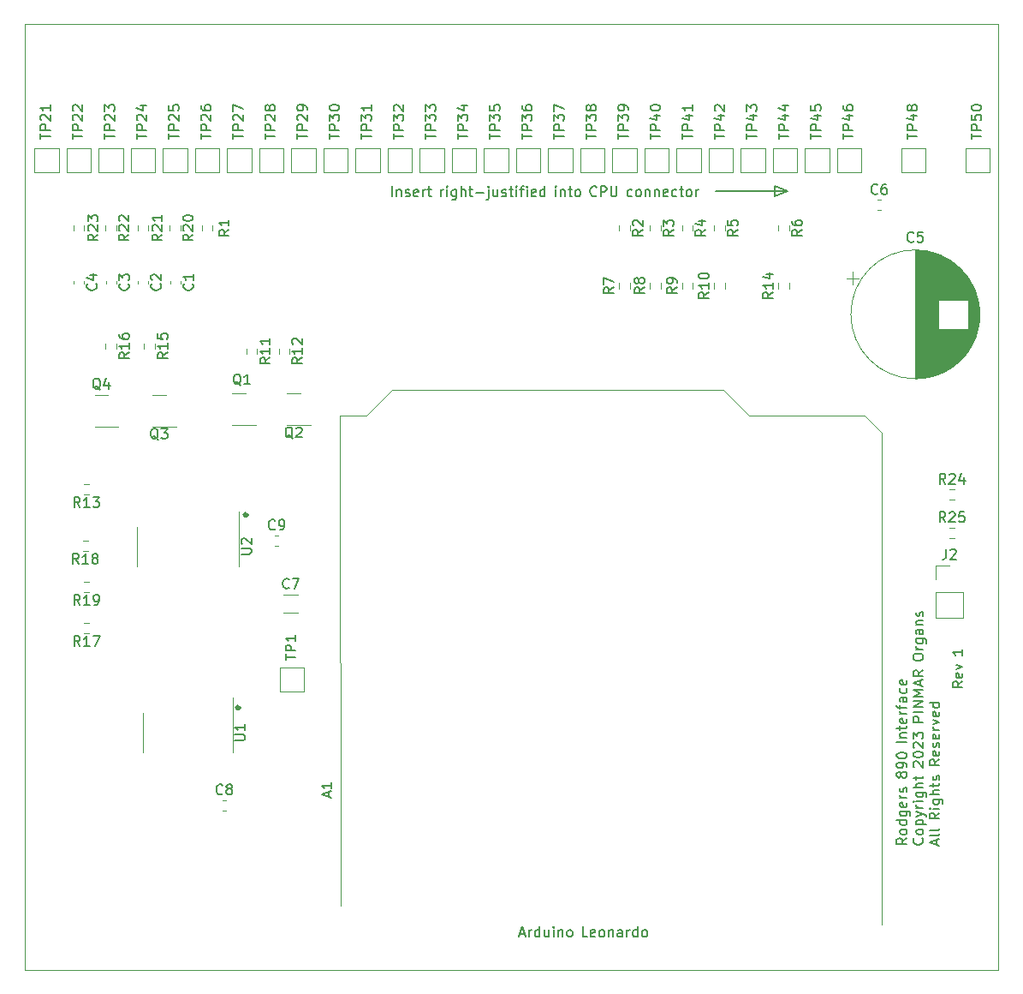
<source format=gbr>
%TF.GenerationSoftware,KiCad,Pcbnew,(7.0.0-0)*%
%TF.CreationDate,2023-07-22T14:03:51-04:00*%
%TF.ProjectId,Rodgers890,526f6467-6572-4733-9839-302e6b696361,rev?*%
%TF.SameCoordinates,Original*%
%TF.FileFunction,Legend,Top*%
%TF.FilePolarity,Positive*%
%FSLAX46Y46*%
G04 Gerber Fmt 4.6, Leading zero omitted, Abs format (unit mm)*
G04 Created by KiCad (PCBNEW (7.0.0-0)) date 2023-07-22 14:03:51*
%MOMM*%
%LPD*%
G01*
G04 APERTURE LIST*
%ADD10C,0.329000*%
%ADD11C,0.150000*%
%ADD12C,0.120000*%
%TA.AperFunction,Profile*%
%ADD13C,0.100000*%
%TD*%
G04 APERTURE END LIST*
D10*
X122592500Y-97282000D02*
G75*
G03*
X122592500Y-97282000I-164500J0D01*
G01*
X123354500Y-78232000D02*
G75*
G03*
X123354500Y-78232000I-164500J0D01*
G01*
D11*
X169672000Y-46228000D02*
X176784000Y-46228000D01*
X176784000Y-46228000D02*
X175514000Y-45720000D01*
X175514000Y-45720000D02*
X175514000Y-46736000D01*
X175514000Y-46736000D02*
X176784000Y-46228000D01*
X137652095Y-46772380D02*
X137652095Y-45772380D01*
X138128285Y-46105714D02*
X138128285Y-46772380D01*
X138128285Y-46200952D02*
X138175904Y-46153333D01*
X138175904Y-46153333D02*
X138271142Y-46105714D01*
X138271142Y-46105714D02*
X138413999Y-46105714D01*
X138413999Y-46105714D02*
X138509237Y-46153333D01*
X138509237Y-46153333D02*
X138556856Y-46248571D01*
X138556856Y-46248571D02*
X138556856Y-46772380D01*
X138985428Y-46724761D02*
X139080666Y-46772380D01*
X139080666Y-46772380D02*
X139271142Y-46772380D01*
X139271142Y-46772380D02*
X139366380Y-46724761D01*
X139366380Y-46724761D02*
X139413999Y-46629523D01*
X139413999Y-46629523D02*
X139413999Y-46581904D01*
X139413999Y-46581904D02*
X139366380Y-46486666D01*
X139366380Y-46486666D02*
X139271142Y-46439047D01*
X139271142Y-46439047D02*
X139128285Y-46439047D01*
X139128285Y-46439047D02*
X139033047Y-46391428D01*
X139033047Y-46391428D02*
X138985428Y-46296190D01*
X138985428Y-46296190D02*
X138985428Y-46248571D01*
X138985428Y-46248571D02*
X139033047Y-46153333D01*
X139033047Y-46153333D02*
X139128285Y-46105714D01*
X139128285Y-46105714D02*
X139271142Y-46105714D01*
X139271142Y-46105714D02*
X139366380Y-46153333D01*
X140223523Y-46724761D02*
X140128285Y-46772380D01*
X140128285Y-46772380D02*
X139937809Y-46772380D01*
X139937809Y-46772380D02*
X139842571Y-46724761D01*
X139842571Y-46724761D02*
X139794952Y-46629523D01*
X139794952Y-46629523D02*
X139794952Y-46248571D01*
X139794952Y-46248571D02*
X139842571Y-46153333D01*
X139842571Y-46153333D02*
X139937809Y-46105714D01*
X139937809Y-46105714D02*
X140128285Y-46105714D01*
X140128285Y-46105714D02*
X140223523Y-46153333D01*
X140223523Y-46153333D02*
X140271142Y-46248571D01*
X140271142Y-46248571D02*
X140271142Y-46343809D01*
X140271142Y-46343809D02*
X139794952Y-46439047D01*
X140699714Y-46772380D02*
X140699714Y-46105714D01*
X140699714Y-46296190D02*
X140747333Y-46200952D01*
X140747333Y-46200952D02*
X140794952Y-46153333D01*
X140794952Y-46153333D02*
X140890190Y-46105714D01*
X140890190Y-46105714D02*
X140985428Y-46105714D01*
X141175905Y-46105714D02*
X141556857Y-46105714D01*
X141318762Y-45772380D02*
X141318762Y-46629523D01*
X141318762Y-46629523D02*
X141366381Y-46724761D01*
X141366381Y-46724761D02*
X141461619Y-46772380D01*
X141461619Y-46772380D02*
X141556857Y-46772380D01*
X142490191Y-46772380D02*
X142490191Y-46105714D01*
X142490191Y-46296190D02*
X142537810Y-46200952D01*
X142537810Y-46200952D02*
X142585429Y-46153333D01*
X142585429Y-46153333D02*
X142680667Y-46105714D01*
X142680667Y-46105714D02*
X142775905Y-46105714D01*
X143109239Y-46772380D02*
X143109239Y-46105714D01*
X143109239Y-45772380D02*
X143061620Y-45820000D01*
X143061620Y-45820000D02*
X143109239Y-45867619D01*
X143109239Y-45867619D02*
X143156858Y-45820000D01*
X143156858Y-45820000D02*
X143109239Y-45772380D01*
X143109239Y-45772380D02*
X143109239Y-45867619D01*
X144014000Y-46105714D02*
X144014000Y-46915238D01*
X144014000Y-46915238D02*
X143966381Y-47010476D01*
X143966381Y-47010476D02*
X143918762Y-47058095D01*
X143918762Y-47058095D02*
X143823524Y-47105714D01*
X143823524Y-47105714D02*
X143680667Y-47105714D01*
X143680667Y-47105714D02*
X143585429Y-47058095D01*
X144014000Y-46724761D02*
X143918762Y-46772380D01*
X143918762Y-46772380D02*
X143728286Y-46772380D01*
X143728286Y-46772380D02*
X143633048Y-46724761D01*
X143633048Y-46724761D02*
X143585429Y-46677142D01*
X143585429Y-46677142D02*
X143537810Y-46581904D01*
X143537810Y-46581904D02*
X143537810Y-46296190D01*
X143537810Y-46296190D02*
X143585429Y-46200952D01*
X143585429Y-46200952D02*
X143633048Y-46153333D01*
X143633048Y-46153333D02*
X143728286Y-46105714D01*
X143728286Y-46105714D02*
X143918762Y-46105714D01*
X143918762Y-46105714D02*
X144014000Y-46153333D01*
X144490191Y-46772380D02*
X144490191Y-45772380D01*
X144918762Y-46772380D02*
X144918762Y-46248571D01*
X144918762Y-46248571D02*
X144871143Y-46153333D01*
X144871143Y-46153333D02*
X144775905Y-46105714D01*
X144775905Y-46105714D02*
X144633048Y-46105714D01*
X144633048Y-46105714D02*
X144537810Y-46153333D01*
X144537810Y-46153333D02*
X144490191Y-46200952D01*
X145252096Y-46105714D02*
X145633048Y-46105714D01*
X145394953Y-45772380D02*
X145394953Y-46629523D01*
X145394953Y-46629523D02*
X145442572Y-46724761D01*
X145442572Y-46724761D02*
X145537810Y-46772380D01*
X145537810Y-46772380D02*
X145633048Y-46772380D01*
X145966382Y-46391428D02*
X146728287Y-46391428D01*
X147204477Y-46105714D02*
X147204477Y-46962857D01*
X147204477Y-46962857D02*
X147156858Y-47058095D01*
X147156858Y-47058095D02*
X147061620Y-47105714D01*
X147061620Y-47105714D02*
X147014001Y-47105714D01*
X147204477Y-45772380D02*
X147156858Y-45820000D01*
X147156858Y-45820000D02*
X147204477Y-45867619D01*
X147204477Y-45867619D02*
X147252096Y-45820000D01*
X147252096Y-45820000D02*
X147204477Y-45772380D01*
X147204477Y-45772380D02*
X147204477Y-45867619D01*
X148109238Y-46105714D02*
X148109238Y-46772380D01*
X147680667Y-46105714D02*
X147680667Y-46629523D01*
X147680667Y-46629523D02*
X147728286Y-46724761D01*
X147728286Y-46724761D02*
X147823524Y-46772380D01*
X147823524Y-46772380D02*
X147966381Y-46772380D01*
X147966381Y-46772380D02*
X148061619Y-46724761D01*
X148061619Y-46724761D02*
X148109238Y-46677142D01*
X148537810Y-46724761D02*
X148633048Y-46772380D01*
X148633048Y-46772380D02*
X148823524Y-46772380D01*
X148823524Y-46772380D02*
X148918762Y-46724761D01*
X148918762Y-46724761D02*
X148966381Y-46629523D01*
X148966381Y-46629523D02*
X148966381Y-46581904D01*
X148966381Y-46581904D02*
X148918762Y-46486666D01*
X148918762Y-46486666D02*
X148823524Y-46439047D01*
X148823524Y-46439047D02*
X148680667Y-46439047D01*
X148680667Y-46439047D02*
X148585429Y-46391428D01*
X148585429Y-46391428D02*
X148537810Y-46296190D01*
X148537810Y-46296190D02*
X148537810Y-46248571D01*
X148537810Y-46248571D02*
X148585429Y-46153333D01*
X148585429Y-46153333D02*
X148680667Y-46105714D01*
X148680667Y-46105714D02*
X148823524Y-46105714D01*
X148823524Y-46105714D02*
X148918762Y-46153333D01*
X149252096Y-46105714D02*
X149633048Y-46105714D01*
X149394953Y-45772380D02*
X149394953Y-46629523D01*
X149394953Y-46629523D02*
X149442572Y-46724761D01*
X149442572Y-46724761D02*
X149537810Y-46772380D01*
X149537810Y-46772380D02*
X149633048Y-46772380D01*
X149966382Y-46772380D02*
X149966382Y-46105714D01*
X149966382Y-45772380D02*
X149918763Y-45820000D01*
X149918763Y-45820000D02*
X149966382Y-45867619D01*
X149966382Y-45867619D02*
X150014001Y-45820000D01*
X150014001Y-45820000D02*
X149966382Y-45772380D01*
X149966382Y-45772380D02*
X149966382Y-45867619D01*
X150299715Y-46105714D02*
X150680667Y-46105714D01*
X150442572Y-46772380D02*
X150442572Y-45915238D01*
X150442572Y-45915238D02*
X150490191Y-45820000D01*
X150490191Y-45820000D02*
X150585429Y-45772380D01*
X150585429Y-45772380D02*
X150680667Y-45772380D01*
X151014001Y-46772380D02*
X151014001Y-46105714D01*
X151014001Y-45772380D02*
X150966382Y-45820000D01*
X150966382Y-45820000D02*
X151014001Y-45867619D01*
X151014001Y-45867619D02*
X151061620Y-45820000D01*
X151061620Y-45820000D02*
X151014001Y-45772380D01*
X151014001Y-45772380D02*
X151014001Y-45867619D01*
X151871143Y-46724761D02*
X151775905Y-46772380D01*
X151775905Y-46772380D02*
X151585429Y-46772380D01*
X151585429Y-46772380D02*
X151490191Y-46724761D01*
X151490191Y-46724761D02*
X151442572Y-46629523D01*
X151442572Y-46629523D02*
X151442572Y-46248571D01*
X151442572Y-46248571D02*
X151490191Y-46153333D01*
X151490191Y-46153333D02*
X151585429Y-46105714D01*
X151585429Y-46105714D02*
X151775905Y-46105714D01*
X151775905Y-46105714D02*
X151871143Y-46153333D01*
X151871143Y-46153333D02*
X151918762Y-46248571D01*
X151918762Y-46248571D02*
X151918762Y-46343809D01*
X151918762Y-46343809D02*
X151442572Y-46439047D01*
X152775905Y-46772380D02*
X152775905Y-45772380D01*
X152775905Y-46724761D02*
X152680667Y-46772380D01*
X152680667Y-46772380D02*
X152490191Y-46772380D01*
X152490191Y-46772380D02*
X152394953Y-46724761D01*
X152394953Y-46724761D02*
X152347334Y-46677142D01*
X152347334Y-46677142D02*
X152299715Y-46581904D01*
X152299715Y-46581904D02*
X152299715Y-46296190D01*
X152299715Y-46296190D02*
X152347334Y-46200952D01*
X152347334Y-46200952D02*
X152394953Y-46153333D01*
X152394953Y-46153333D02*
X152490191Y-46105714D01*
X152490191Y-46105714D02*
X152680667Y-46105714D01*
X152680667Y-46105714D02*
X152775905Y-46153333D01*
X153852096Y-46772380D02*
X153852096Y-46105714D01*
X153852096Y-45772380D02*
X153804477Y-45820000D01*
X153804477Y-45820000D02*
X153852096Y-45867619D01*
X153852096Y-45867619D02*
X153899715Y-45820000D01*
X153899715Y-45820000D02*
X153852096Y-45772380D01*
X153852096Y-45772380D02*
X153852096Y-45867619D01*
X154328286Y-46105714D02*
X154328286Y-46772380D01*
X154328286Y-46200952D02*
X154375905Y-46153333D01*
X154375905Y-46153333D02*
X154471143Y-46105714D01*
X154471143Y-46105714D02*
X154614000Y-46105714D01*
X154614000Y-46105714D02*
X154709238Y-46153333D01*
X154709238Y-46153333D02*
X154756857Y-46248571D01*
X154756857Y-46248571D02*
X154756857Y-46772380D01*
X155090191Y-46105714D02*
X155471143Y-46105714D01*
X155233048Y-45772380D02*
X155233048Y-46629523D01*
X155233048Y-46629523D02*
X155280667Y-46724761D01*
X155280667Y-46724761D02*
X155375905Y-46772380D01*
X155375905Y-46772380D02*
X155471143Y-46772380D01*
X155947334Y-46772380D02*
X155852096Y-46724761D01*
X155852096Y-46724761D02*
X155804477Y-46677142D01*
X155804477Y-46677142D02*
X155756858Y-46581904D01*
X155756858Y-46581904D02*
X155756858Y-46296190D01*
X155756858Y-46296190D02*
X155804477Y-46200952D01*
X155804477Y-46200952D02*
X155852096Y-46153333D01*
X155852096Y-46153333D02*
X155947334Y-46105714D01*
X155947334Y-46105714D02*
X156090191Y-46105714D01*
X156090191Y-46105714D02*
X156185429Y-46153333D01*
X156185429Y-46153333D02*
X156233048Y-46200952D01*
X156233048Y-46200952D02*
X156280667Y-46296190D01*
X156280667Y-46296190D02*
X156280667Y-46581904D01*
X156280667Y-46581904D02*
X156233048Y-46677142D01*
X156233048Y-46677142D02*
X156185429Y-46724761D01*
X156185429Y-46724761D02*
X156090191Y-46772380D01*
X156090191Y-46772380D02*
X155947334Y-46772380D01*
X157880667Y-46677142D02*
X157833048Y-46724761D01*
X157833048Y-46724761D02*
X157690191Y-46772380D01*
X157690191Y-46772380D02*
X157594953Y-46772380D01*
X157594953Y-46772380D02*
X157452096Y-46724761D01*
X157452096Y-46724761D02*
X157356858Y-46629523D01*
X157356858Y-46629523D02*
X157309239Y-46534285D01*
X157309239Y-46534285D02*
X157261620Y-46343809D01*
X157261620Y-46343809D02*
X157261620Y-46200952D01*
X157261620Y-46200952D02*
X157309239Y-46010476D01*
X157309239Y-46010476D02*
X157356858Y-45915238D01*
X157356858Y-45915238D02*
X157452096Y-45820000D01*
X157452096Y-45820000D02*
X157594953Y-45772380D01*
X157594953Y-45772380D02*
X157690191Y-45772380D01*
X157690191Y-45772380D02*
X157833048Y-45820000D01*
X157833048Y-45820000D02*
X157880667Y-45867619D01*
X158309239Y-46772380D02*
X158309239Y-45772380D01*
X158309239Y-45772380D02*
X158690191Y-45772380D01*
X158690191Y-45772380D02*
X158785429Y-45820000D01*
X158785429Y-45820000D02*
X158833048Y-45867619D01*
X158833048Y-45867619D02*
X158880667Y-45962857D01*
X158880667Y-45962857D02*
X158880667Y-46105714D01*
X158880667Y-46105714D02*
X158833048Y-46200952D01*
X158833048Y-46200952D02*
X158785429Y-46248571D01*
X158785429Y-46248571D02*
X158690191Y-46296190D01*
X158690191Y-46296190D02*
X158309239Y-46296190D01*
X159309239Y-45772380D02*
X159309239Y-46581904D01*
X159309239Y-46581904D02*
X159356858Y-46677142D01*
X159356858Y-46677142D02*
X159404477Y-46724761D01*
X159404477Y-46724761D02*
X159499715Y-46772380D01*
X159499715Y-46772380D02*
X159690191Y-46772380D01*
X159690191Y-46772380D02*
X159785429Y-46724761D01*
X159785429Y-46724761D02*
X159833048Y-46677142D01*
X159833048Y-46677142D02*
X159880667Y-46581904D01*
X159880667Y-46581904D02*
X159880667Y-45772380D01*
X161385429Y-46724761D02*
X161290191Y-46772380D01*
X161290191Y-46772380D02*
X161099715Y-46772380D01*
X161099715Y-46772380D02*
X161004477Y-46724761D01*
X161004477Y-46724761D02*
X160956858Y-46677142D01*
X160956858Y-46677142D02*
X160909239Y-46581904D01*
X160909239Y-46581904D02*
X160909239Y-46296190D01*
X160909239Y-46296190D02*
X160956858Y-46200952D01*
X160956858Y-46200952D02*
X161004477Y-46153333D01*
X161004477Y-46153333D02*
X161099715Y-46105714D01*
X161099715Y-46105714D02*
X161290191Y-46105714D01*
X161290191Y-46105714D02*
X161385429Y-46153333D01*
X161956858Y-46772380D02*
X161861620Y-46724761D01*
X161861620Y-46724761D02*
X161814001Y-46677142D01*
X161814001Y-46677142D02*
X161766382Y-46581904D01*
X161766382Y-46581904D02*
X161766382Y-46296190D01*
X161766382Y-46296190D02*
X161814001Y-46200952D01*
X161814001Y-46200952D02*
X161861620Y-46153333D01*
X161861620Y-46153333D02*
X161956858Y-46105714D01*
X161956858Y-46105714D02*
X162099715Y-46105714D01*
X162099715Y-46105714D02*
X162194953Y-46153333D01*
X162194953Y-46153333D02*
X162242572Y-46200952D01*
X162242572Y-46200952D02*
X162290191Y-46296190D01*
X162290191Y-46296190D02*
X162290191Y-46581904D01*
X162290191Y-46581904D02*
X162242572Y-46677142D01*
X162242572Y-46677142D02*
X162194953Y-46724761D01*
X162194953Y-46724761D02*
X162099715Y-46772380D01*
X162099715Y-46772380D02*
X161956858Y-46772380D01*
X162718763Y-46105714D02*
X162718763Y-46772380D01*
X162718763Y-46200952D02*
X162766382Y-46153333D01*
X162766382Y-46153333D02*
X162861620Y-46105714D01*
X162861620Y-46105714D02*
X163004477Y-46105714D01*
X163004477Y-46105714D02*
X163099715Y-46153333D01*
X163099715Y-46153333D02*
X163147334Y-46248571D01*
X163147334Y-46248571D02*
X163147334Y-46772380D01*
X163623525Y-46105714D02*
X163623525Y-46772380D01*
X163623525Y-46200952D02*
X163671144Y-46153333D01*
X163671144Y-46153333D02*
X163766382Y-46105714D01*
X163766382Y-46105714D02*
X163909239Y-46105714D01*
X163909239Y-46105714D02*
X164004477Y-46153333D01*
X164004477Y-46153333D02*
X164052096Y-46248571D01*
X164052096Y-46248571D02*
X164052096Y-46772380D01*
X164909239Y-46724761D02*
X164814001Y-46772380D01*
X164814001Y-46772380D02*
X164623525Y-46772380D01*
X164623525Y-46772380D02*
X164528287Y-46724761D01*
X164528287Y-46724761D02*
X164480668Y-46629523D01*
X164480668Y-46629523D02*
X164480668Y-46248571D01*
X164480668Y-46248571D02*
X164528287Y-46153333D01*
X164528287Y-46153333D02*
X164623525Y-46105714D01*
X164623525Y-46105714D02*
X164814001Y-46105714D01*
X164814001Y-46105714D02*
X164909239Y-46153333D01*
X164909239Y-46153333D02*
X164956858Y-46248571D01*
X164956858Y-46248571D02*
X164956858Y-46343809D01*
X164956858Y-46343809D02*
X164480668Y-46439047D01*
X165814001Y-46724761D02*
X165718763Y-46772380D01*
X165718763Y-46772380D02*
X165528287Y-46772380D01*
X165528287Y-46772380D02*
X165433049Y-46724761D01*
X165433049Y-46724761D02*
X165385430Y-46677142D01*
X165385430Y-46677142D02*
X165337811Y-46581904D01*
X165337811Y-46581904D02*
X165337811Y-46296190D01*
X165337811Y-46296190D02*
X165385430Y-46200952D01*
X165385430Y-46200952D02*
X165433049Y-46153333D01*
X165433049Y-46153333D02*
X165528287Y-46105714D01*
X165528287Y-46105714D02*
X165718763Y-46105714D01*
X165718763Y-46105714D02*
X165814001Y-46153333D01*
X166099716Y-46105714D02*
X166480668Y-46105714D01*
X166242573Y-45772380D02*
X166242573Y-46629523D01*
X166242573Y-46629523D02*
X166290192Y-46724761D01*
X166290192Y-46724761D02*
X166385430Y-46772380D01*
X166385430Y-46772380D02*
X166480668Y-46772380D01*
X166956859Y-46772380D02*
X166861621Y-46724761D01*
X166861621Y-46724761D02*
X166814002Y-46677142D01*
X166814002Y-46677142D02*
X166766383Y-46581904D01*
X166766383Y-46581904D02*
X166766383Y-46296190D01*
X166766383Y-46296190D02*
X166814002Y-46200952D01*
X166814002Y-46200952D02*
X166861621Y-46153333D01*
X166861621Y-46153333D02*
X166956859Y-46105714D01*
X166956859Y-46105714D02*
X167099716Y-46105714D01*
X167099716Y-46105714D02*
X167194954Y-46153333D01*
X167194954Y-46153333D02*
X167242573Y-46200952D01*
X167242573Y-46200952D02*
X167290192Y-46296190D01*
X167290192Y-46296190D02*
X167290192Y-46581904D01*
X167290192Y-46581904D02*
X167242573Y-46677142D01*
X167242573Y-46677142D02*
X167194954Y-46724761D01*
X167194954Y-46724761D02*
X167099716Y-46772380D01*
X167099716Y-46772380D02*
X166956859Y-46772380D01*
X167718764Y-46772380D02*
X167718764Y-46105714D01*
X167718764Y-46296190D02*
X167766383Y-46200952D01*
X167766383Y-46200952D02*
X167814002Y-46153333D01*
X167814002Y-46153333D02*
X167909240Y-46105714D01*
X167909240Y-46105714D02*
X168004478Y-46105714D01*
X150304476Y-119638666D02*
X150780666Y-119638666D01*
X150209238Y-119924380D02*
X150542571Y-118924380D01*
X150542571Y-118924380D02*
X150875904Y-119924380D01*
X151209238Y-119924380D02*
X151209238Y-119257714D01*
X151209238Y-119448190D02*
X151256857Y-119352952D01*
X151256857Y-119352952D02*
X151304476Y-119305333D01*
X151304476Y-119305333D02*
X151399714Y-119257714D01*
X151399714Y-119257714D02*
X151494952Y-119257714D01*
X152256857Y-119924380D02*
X152256857Y-118924380D01*
X152256857Y-119876761D02*
X152161619Y-119924380D01*
X152161619Y-119924380D02*
X151971143Y-119924380D01*
X151971143Y-119924380D02*
X151875905Y-119876761D01*
X151875905Y-119876761D02*
X151828286Y-119829142D01*
X151828286Y-119829142D02*
X151780667Y-119733904D01*
X151780667Y-119733904D02*
X151780667Y-119448190D01*
X151780667Y-119448190D02*
X151828286Y-119352952D01*
X151828286Y-119352952D02*
X151875905Y-119305333D01*
X151875905Y-119305333D02*
X151971143Y-119257714D01*
X151971143Y-119257714D02*
X152161619Y-119257714D01*
X152161619Y-119257714D02*
X152256857Y-119305333D01*
X153161619Y-119257714D02*
X153161619Y-119924380D01*
X152733048Y-119257714D02*
X152733048Y-119781523D01*
X152733048Y-119781523D02*
X152780667Y-119876761D01*
X152780667Y-119876761D02*
X152875905Y-119924380D01*
X152875905Y-119924380D02*
X153018762Y-119924380D01*
X153018762Y-119924380D02*
X153114000Y-119876761D01*
X153114000Y-119876761D02*
X153161619Y-119829142D01*
X153637810Y-119924380D02*
X153637810Y-119257714D01*
X153637810Y-118924380D02*
X153590191Y-118972000D01*
X153590191Y-118972000D02*
X153637810Y-119019619D01*
X153637810Y-119019619D02*
X153685429Y-118972000D01*
X153685429Y-118972000D02*
X153637810Y-118924380D01*
X153637810Y-118924380D02*
X153637810Y-119019619D01*
X154114000Y-119257714D02*
X154114000Y-119924380D01*
X154114000Y-119352952D02*
X154161619Y-119305333D01*
X154161619Y-119305333D02*
X154256857Y-119257714D01*
X154256857Y-119257714D02*
X154399714Y-119257714D01*
X154399714Y-119257714D02*
X154494952Y-119305333D01*
X154494952Y-119305333D02*
X154542571Y-119400571D01*
X154542571Y-119400571D02*
X154542571Y-119924380D01*
X155161619Y-119924380D02*
X155066381Y-119876761D01*
X155066381Y-119876761D02*
X155018762Y-119829142D01*
X155018762Y-119829142D02*
X154971143Y-119733904D01*
X154971143Y-119733904D02*
X154971143Y-119448190D01*
X154971143Y-119448190D02*
X155018762Y-119352952D01*
X155018762Y-119352952D02*
X155066381Y-119305333D01*
X155066381Y-119305333D02*
X155161619Y-119257714D01*
X155161619Y-119257714D02*
X155304476Y-119257714D01*
X155304476Y-119257714D02*
X155399714Y-119305333D01*
X155399714Y-119305333D02*
X155447333Y-119352952D01*
X155447333Y-119352952D02*
X155494952Y-119448190D01*
X155494952Y-119448190D02*
X155494952Y-119733904D01*
X155494952Y-119733904D02*
X155447333Y-119829142D01*
X155447333Y-119829142D02*
X155399714Y-119876761D01*
X155399714Y-119876761D02*
X155304476Y-119924380D01*
X155304476Y-119924380D02*
X155161619Y-119924380D01*
X156999714Y-119924380D02*
X156523524Y-119924380D01*
X156523524Y-119924380D02*
X156523524Y-118924380D01*
X157714000Y-119876761D02*
X157618762Y-119924380D01*
X157618762Y-119924380D02*
X157428286Y-119924380D01*
X157428286Y-119924380D02*
X157333048Y-119876761D01*
X157333048Y-119876761D02*
X157285429Y-119781523D01*
X157285429Y-119781523D02*
X157285429Y-119400571D01*
X157285429Y-119400571D02*
X157333048Y-119305333D01*
X157333048Y-119305333D02*
X157428286Y-119257714D01*
X157428286Y-119257714D02*
X157618762Y-119257714D01*
X157618762Y-119257714D02*
X157714000Y-119305333D01*
X157714000Y-119305333D02*
X157761619Y-119400571D01*
X157761619Y-119400571D02*
X157761619Y-119495809D01*
X157761619Y-119495809D02*
X157285429Y-119591047D01*
X158333048Y-119924380D02*
X158237810Y-119876761D01*
X158237810Y-119876761D02*
X158190191Y-119829142D01*
X158190191Y-119829142D02*
X158142572Y-119733904D01*
X158142572Y-119733904D02*
X158142572Y-119448190D01*
X158142572Y-119448190D02*
X158190191Y-119352952D01*
X158190191Y-119352952D02*
X158237810Y-119305333D01*
X158237810Y-119305333D02*
X158333048Y-119257714D01*
X158333048Y-119257714D02*
X158475905Y-119257714D01*
X158475905Y-119257714D02*
X158571143Y-119305333D01*
X158571143Y-119305333D02*
X158618762Y-119352952D01*
X158618762Y-119352952D02*
X158666381Y-119448190D01*
X158666381Y-119448190D02*
X158666381Y-119733904D01*
X158666381Y-119733904D02*
X158618762Y-119829142D01*
X158618762Y-119829142D02*
X158571143Y-119876761D01*
X158571143Y-119876761D02*
X158475905Y-119924380D01*
X158475905Y-119924380D02*
X158333048Y-119924380D01*
X159094953Y-119257714D02*
X159094953Y-119924380D01*
X159094953Y-119352952D02*
X159142572Y-119305333D01*
X159142572Y-119305333D02*
X159237810Y-119257714D01*
X159237810Y-119257714D02*
X159380667Y-119257714D01*
X159380667Y-119257714D02*
X159475905Y-119305333D01*
X159475905Y-119305333D02*
X159523524Y-119400571D01*
X159523524Y-119400571D02*
X159523524Y-119924380D01*
X160428286Y-119924380D02*
X160428286Y-119400571D01*
X160428286Y-119400571D02*
X160380667Y-119305333D01*
X160380667Y-119305333D02*
X160285429Y-119257714D01*
X160285429Y-119257714D02*
X160094953Y-119257714D01*
X160094953Y-119257714D02*
X159999715Y-119305333D01*
X160428286Y-119876761D02*
X160333048Y-119924380D01*
X160333048Y-119924380D02*
X160094953Y-119924380D01*
X160094953Y-119924380D02*
X159999715Y-119876761D01*
X159999715Y-119876761D02*
X159952096Y-119781523D01*
X159952096Y-119781523D02*
X159952096Y-119686285D01*
X159952096Y-119686285D02*
X159999715Y-119591047D01*
X159999715Y-119591047D02*
X160094953Y-119543428D01*
X160094953Y-119543428D02*
X160333048Y-119543428D01*
X160333048Y-119543428D02*
X160428286Y-119495809D01*
X160904477Y-119924380D02*
X160904477Y-119257714D01*
X160904477Y-119448190D02*
X160952096Y-119352952D01*
X160952096Y-119352952D02*
X160999715Y-119305333D01*
X160999715Y-119305333D02*
X161094953Y-119257714D01*
X161094953Y-119257714D02*
X161190191Y-119257714D01*
X161952096Y-119924380D02*
X161952096Y-118924380D01*
X161952096Y-119876761D02*
X161856858Y-119924380D01*
X161856858Y-119924380D02*
X161666382Y-119924380D01*
X161666382Y-119924380D02*
X161571144Y-119876761D01*
X161571144Y-119876761D02*
X161523525Y-119829142D01*
X161523525Y-119829142D02*
X161475906Y-119733904D01*
X161475906Y-119733904D02*
X161475906Y-119448190D01*
X161475906Y-119448190D02*
X161523525Y-119352952D01*
X161523525Y-119352952D02*
X161571144Y-119305333D01*
X161571144Y-119305333D02*
X161666382Y-119257714D01*
X161666382Y-119257714D02*
X161856858Y-119257714D01*
X161856858Y-119257714D02*
X161952096Y-119305333D01*
X162571144Y-119924380D02*
X162475906Y-119876761D01*
X162475906Y-119876761D02*
X162428287Y-119829142D01*
X162428287Y-119829142D02*
X162380668Y-119733904D01*
X162380668Y-119733904D02*
X162380668Y-119448190D01*
X162380668Y-119448190D02*
X162428287Y-119352952D01*
X162428287Y-119352952D02*
X162475906Y-119305333D01*
X162475906Y-119305333D02*
X162571144Y-119257714D01*
X162571144Y-119257714D02*
X162714001Y-119257714D01*
X162714001Y-119257714D02*
X162809239Y-119305333D01*
X162809239Y-119305333D02*
X162856858Y-119352952D01*
X162856858Y-119352952D02*
X162904477Y-119448190D01*
X162904477Y-119448190D02*
X162904477Y-119733904D01*
X162904477Y-119733904D02*
X162856858Y-119829142D01*
X162856858Y-119829142D02*
X162809239Y-119876761D01*
X162809239Y-119876761D02*
X162714001Y-119924380D01*
X162714001Y-119924380D02*
X162571144Y-119924380D01*
X188566380Y-110188476D02*
X188090190Y-110521809D01*
X188566380Y-110759904D02*
X187566380Y-110759904D01*
X187566380Y-110759904D02*
X187566380Y-110378952D01*
X187566380Y-110378952D02*
X187614000Y-110283714D01*
X187614000Y-110283714D02*
X187661619Y-110236095D01*
X187661619Y-110236095D02*
X187756857Y-110188476D01*
X187756857Y-110188476D02*
X187899714Y-110188476D01*
X187899714Y-110188476D02*
X187994952Y-110236095D01*
X187994952Y-110236095D02*
X188042571Y-110283714D01*
X188042571Y-110283714D02*
X188090190Y-110378952D01*
X188090190Y-110378952D02*
X188090190Y-110759904D01*
X188566380Y-109617047D02*
X188518761Y-109712285D01*
X188518761Y-109712285D02*
X188471142Y-109759904D01*
X188471142Y-109759904D02*
X188375904Y-109807523D01*
X188375904Y-109807523D02*
X188090190Y-109807523D01*
X188090190Y-109807523D02*
X187994952Y-109759904D01*
X187994952Y-109759904D02*
X187947333Y-109712285D01*
X187947333Y-109712285D02*
X187899714Y-109617047D01*
X187899714Y-109617047D02*
X187899714Y-109474190D01*
X187899714Y-109474190D02*
X187947333Y-109378952D01*
X187947333Y-109378952D02*
X187994952Y-109331333D01*
X187994952Y-109331333D02*
X188090190Y-109283714D01*
X188090190Y-109283714D02*
X188375904Y-109283714D01*
X188375904Y-109283714D02*
X188471142Y-109331333D01*
X188471142Y-109331333D02*
X188518761Y-109378952D01*
X188518761Y-109378952D02*
X188566380Y-109474190D01*
X188566380Y-109474190D02*
X188566380Y-109617047D01*
X188566380Y-108426571D02*
X187566380Y-108426571D01*
X188518761Y-108426571D02*
X188566380Y-108521809D01*
X188566380Y-108521809D02*
X188566380Y-108712285D01*
X188566380Y-108712285D02*
X188518761Y-108807523D01*
X188518761Y-108807523D02*
X188471142Y-108855142D01*
X188471142Y-108855142D02*
X188375904Y-108902761D01*
X188375904Y-108902761D02*
X188090190Y-108902761D01*
X188090190Y-108902761D02*
X187994952Y-108855142D01*
X187994952Y-108855142D02*
X187947333Y-108807523D01*
X187947333Y-108807523D02*
X187899714Y-108712285D01*
X187899714Y-108712285D02*
X187899714Y-108521809D01*
X187899714Y-108521809D02*
X187947333Y-108426571D01*
X187899714Y-107521809D02*
X188709238Y-107521809D01*
X188709238Y-107521809D02*
X188804476Y-107569428D01*
X188804476Y-107569428D02*
X188852095Y-107617047D01*
X188852095Y-107617047D02*
X188899714Y-107712285D01*
X188899714Y-107712285D02*
X188899714Y-107855142D01*
X188899714Y-107855142D02*
X188852095Y-107950380D01*
X188518761Y-107521809D02*
X188566380Y-107617047D01*
X188566380Y-107617047D02*
X188566380Y-107807523D01*
X188566380Y-107807523D02*
X188518761Y-107902761D01*
X188518761Y-107902761D02*
X188471142Y-107950380D01*
X188471142Y-107950380D02*
X188375904Y-107997999D01*
X188375904Y-107997999D02*
X188090190Y-107997999D01*
X188090190Y-107997999D02*
X187994952Y-107950380D01*
X187994952Y-107950380D02*
X187947333Y-107902761D01*
X187947333Y-107902761D02*
X187899714Y-107807523D01*
X187899714Y-107807523D02*
X187899714Y-107617047D01*
X187899714Y-107617047D02*
X187947333Y-107521809D01*
X188518761Y-106664666D02*
X188566380Y-106759904D01*
X188566380Y-106759904D02*
X188566380Y-106950380D01*
X188566380Y-106950380D02*
X188518761Y-107045618D01*
X188518761Y-107045618D02*
X188423523Y-107093237D01*
X188423523Y-107093237D02*
X188042571Y-107093237D01*
X188042571Y-107093237D02*
X187947333Y-107045618D01*
X187947333Y-107045618D02*
X187899714Y-106950380D01*
X187899714Y-106950380D02*
X187899714Y-106759904D01*
X187899714Y-106759904D02*
X187947333Y-106664666D01*
X187947333Y-106664666D02*
X188042571Y-106617047D01*
X188042571Y-106617047D02*
X188137809Y-106617047D01*
X188137809Y-106617047D02*
X188233047Y-107093237D01*
X188566380Y-106188475D02*
X187899714Y-106188475D01*
X188090190Y-106188475D02*
X187994952Y-106140856D01*
X187994952Y-106140856D02*
X187947333Y-106093237D01*
X187947333Y-106093237D02*
X187899714Y-105997999D01*
X187899714Y-105997999D02*
X187899714Y-105902761D01*
X188518761Y-105617046D02*
X188566380Y-105521808D01*
X188566380Y-105521808D02*
X188566380Y-105331332D01*
X188566380Y-105331332D02*
X188518761Y-105236094D01*
X188518761Y-105236094D02*
X188423523Y-105188475D01*
X188423523Y-105188475D02*
X188375904Y-105188475D01*
X188375904Y-105188475D02*
X188280666Y-105236094D01*
X188280666Y-105236094D02*
X188233047Y-105331332D01*
X188233047Y-105331332D02*
X188233047Y-105474189D01*
X188233047Y-105474189D02*
X188185428Y-105569427D01*
X188185428Y-105569427D02*
X188090190Y-105617046D01*
X188090190Y-105617046D02*
X188042571Y-105617046D01*
X188042571Y-105617046D02*
X187947333Y-105569427D01*
X187947333Y-105569427D02*
X187899714Y-105474189D01*
X187899714Y-105474189D02*
X187899714Y-105331332D01*
X187899714Y-105331332D02*
X187947333Y-105236094D01*
X187994952Y-104017046D02*
X187947333Y-104112284D01*
X187947333Y-104112284D02*
X187899714Y-104159903D01*
X187899714Y-104159903D02*
X187804476Y-104207522D01*
X187804476Y-104207522D02*
X187756857Y-104207522D01*
X187756857Y-104207522D02*
X187661619Y-104159903D01*
X187661619Y-104159903D02*
X187614000Y-104112284D01*
X187614000Y-104112284D02*
X187566380Y-104017046D01*
X187566380Y-104017046D02*
X187566380Y-103826570D01*
X187566380Y-103826570D02*
X187614000Y-103731332D01*
X187614000Y-103731332D02*
X187661619Y-103683713D01*
X187661619Y-103683713D02*
X187756857Y-103636094D01*
X187756857Y-103636094D02*
X187804476Y-103636094D01*
X187804476Y-103636094D02*
X187899714Y-103683713D01*
X187899714Y-103683713D02*
X187947333Y-103731332D01*
X187947333Y-103731332D02*
X187994952Y-103826570D01*
X187994952Y-103826570D02*
X187994952Y-104017046D01*
X187994952Y-104017046D02*
X188042571Y-104112284D01*
X188042571Y-104112284D02*
X188090190Y-104159903D01*
X188090190Y-104159903D02*
X188185428Y-104207522D01*
X188185428Y-104207522D02*
X188375904Y-104207522D01*
X188375904Y-104207522D02*
X188471142Y-104159903D01*
X188471142Y-104159903D02*
X188518761Y-104112284D01*
X188518761Y-104112284D02*
X188566380Y-104017046D01*
X188566380Y-104017046D02*
X188566380Y-103826570D01*
X188566380Y-103826570D02*
X188518761Y-103731332D01*
X188518761Y-103731332D02*
X188471142Y-103683713D01*
X188471142Y-103683713D02*
X188375904Y-103636094D01*
X188375904Y-103636094D02*
X188185428Y-103636094D01*
X188185428Y-103636094D02*
X188090190Y-103683713D01*
X188090190Y-103683713D02*
X188042571Y-103731332D01*
X188042571Y-103731332D02*
X187994952Y-103826570D01*
X188566380Y-103159903D02*
X188566380Y-102969427D01*
X188566380Y-102969427D02*
X188518761Y-102874189D01*
X188518761Y-102874189D02*
X188471142Y-102826570D01*
X188471142Y-102826570D02*
X188328285Y-102731332D01*
X188328285Y-102731332D02*
X188137809Y-102683713D01*
X188137809Y-102683713D02*
X187756857Y-102683713D01*
X187756857Y-102683713D02*
X187661619Y-102731332D01*
X187661619Y-102731332D02*
X187614000Y-102778951D01*
X187614000Y-102778951D02*
X187566380Y-102874189D01*
X187566380Y-102874189D02*
X187566380Y-103064665D01*
X187566380Y-103064665D02*
X187614000Y-103159903D01*
X187614000Y-103159903D02*
X187661619Y-103207522D01*
X187661619Y-103207522D02*
X187756857Y-103255141D01*
X187756857Y-103255141D02*
X187994952Y-103255141D01*
X187994952Y-103255141D02*
X188090190Y-103207522D01*
X188090190Y-103207522D02*
X188137809Y-103159903D01*
X188137809Y-103159903D02*
X188185428Y-103064665D01*
X188185428Y-103064665D02*
X188185428Y-102874189D01*
X188185428Y-102874189D02*
X188137809Y-102778951D01*
X188137809Y-102778951D02*
X188090190Y-102731332D01*
X188090190Y-102731332D02*
X187994952Y-102683713D01*
X187566380Y-102064665D02*
X187566380Y-101969427D01*
X187566380Y-101969427D02*
X187614000Y-101874189D01*
X187614000Y-101874189D02*
X187661619Y-101826570D01*
X187661619Y-101826570D02*
X187756857Y-101778951D01*
X187756857Y-101778951D02*
X187947333Y-101731332D01*
X187947333Y-101731332D02*
X188185428Y-101731332D01*
X188185428Y-101731332D02*
X188375904Y-101778951D01*
X188375904Y-101778951D02*
X188471142Y-101826570D01*
X188471142Y-101826570D02*
X188518761Y-101874189D01*
X188518761Y-101874189D02*
X188566380Y-101969427D01*
X188566380Y-101969427D02*
X188566380Y-102064665D01*
X188566380Y-102064665D02*
X188518761Y-102159903D01*
X188518761Y-102159903D02*
X188471142Y-102207522D01*
X188471142Y-102207522D02*
X188375904Y-102255141D01*
X188375904Y-102255141D02*
X188185428Y-102302760D01*
X188185428Y-102302760D02*
X187947333Y-102302760D01*
X187947333Y-102302760D02*
X187756857Y-102255141D01*
X187756857Y-102255141D02*
X187661619Y-102207522D01*
X187661619Y-102207522D02*
X187614000Y-102159903D01*
X187614000Y-102159903D02*
X187566380Y-102064665D01*
X188566380Y-100702760D02*
X187566380Y-100702760D01*
X187899714Y-100226570D02*
X188566380Y-100226570D01*
X187994952Y-100226570D02*
X187947333Y-100178951D01*
X187947333Y-100178951D02*
X187899714Y-100083713D01*
X187899714Y-100083713D02*
X187899714Y-99940856D01*
X187899714Y-99940856D02*
X187947333Y-99845618D01*
X187947333Y-99845618D02*
X188042571Y-99797999D01*
X188042571Y-99797999D02*
X188566380Y-99797999D01*
X187899714Y-99464665D02*
X187899714Y-99083713D01*
X187566380Y-99321808D02*
X188423523Y-99321808D01*
X188423523Y-99321808D02*
X188518761Y-99274189D01*
X188518761Y-99274189D02*
X188566380Y-99178951D01*
X188566380Y-99178951D02*
X188566380Y-99083713D01*
X188518761Y-98369427D02*
X188566380Y-98464665D01*
X188566380Y-98464665D02*
X188566380Y-98655141D01*
X188566380Y-98655141D02*
X188518761Y-98750379D01*
X188518761Y-98750379D02*
X188423523Y-98797998D01*
X188423523Y-98797998D02*
X188042571Y-98797998D01*
X188042571Y-98797998D02*
X187947333Y-98750379D01*
X187947333Y-98750379D02*
X187899714Y-98655141D01*
X187899714Y-98655141D02*
X187899714Y-98464665D01*
X187899714Y-98464665D02*
X187947333Y-98369427D01*
X187947333Y-98369427D02*
X188042571Y-98321808D01*
X188042571Y-98321808D02*
X188137809Y-98321808D01*
X188137809Y-98321808D02*
X188233047Y-98797998D01*
X188566380Y-97893236D02*
X187899714Y-97893236D01*
X188090190Y-97893236D02*
X187994952Y-97845617D01*
X187994952Y-97845617D02*
X187947333Y-97797998D01*
X187947333Y-97797998D02*
X187899714Y-97702760D01*
X187899714Y-97702760D02*
X187899714Y-97607522D01*
X187899714Y-97417045D02*
X187899714Y-97036093D01*
X188566380Y-97274188D02*
X187709238Y-97274188D01*
X187709238Y-97274188D02*
X187614000Y-97226569D01*
X187614000Y-97226569D02*
X187566380Y-97131331D01*
X187566380Y-97131331D02*
X187566380Y-97036093D01*
X188566380Y-96274188D02*
X188042571Y-96274188D01*
X188042571Y-96274188D02*
X187947333Y-96321807D01*
X187947333Y-96321807D02*
X187899714Y-96417045D01*
X187899714Y-96417045D02*
X187899714Y-96607521D01*
X187899714Y-96607521D02*
X187947333Y-96702759D01*
X188518761Y-96274188D02*
X188566380Y-96369426D01*
X188566380Y-96369426D02*
X188566380Y-96607521D01*
X188566380Y-96607521D02*
X188518761Y-96702759D01*
X188518761Y-96702759D02*
X188423523Y-96750378D01*
X188423523Y-96750378D02*
X188328285Y-96750378D01*
X188328285Y-96750378D02*
X188233047Y-96702759D01*
X188233047Y-96702759D02*
X188185428Y-96607521D01*
X188185428Y-96607521D02*
X188185428Y-96369426D01*
X188185428Y-96369426D02*
X188137809Y-96274188D01*
X188518761Y-95369426D02*
X188566380Y-95464664D01*
X188566380Y-95464664D02*
X188566380Y-95655140D01*
X188566380Y-95655140D02*
X188518761Y-95750378D01*
X188518761Y-95750378D02*
X188471142Y-95797997D01*
X188471142Y-95797997D02*
X188375904Y-95845616D01*
X188375904Y-95845616D02*
X188090190Y-95845616D01*
X188090190Y-95845616D02*
X187994952Y-95797997D01*
X187994952Y-95797997D02*
X187947333Y-95750378D01*
X187947333Y-95750378D02*
X187899714Y-95655140D01*
X187899714Y-95655140D02*
X187899714Y-95464664D01*
X187899714Y-95464664D02*
X187947333Y-95369426D01*
X188518761Y-94559902D02*
X188566380Y-94655140D01*
X188566380Y-94655140D02*
X188566380Y-94845616D01*
X188566380Y-94845616D02*
X188518761Y-94940854D01*
X188518761Y-94940854D02*
X188423523Y-94988473D01*
X188423523Y-94988473D02*
X188042571Y-94988473D01*
X188042571Y-94988473D02*
X187947333Y-94940854D01*
X187947333Y-94940854D02*
X187899714Y-94845616D01*
X187899714Y-94845616D02*
X187899714Y-94655140D01*
X187899714Y-94655140D02*
X187947333Y-94559902D01*
X187947333Y-94559902D02*
X188042571Y-94512283D01*
X188042571Y-94512283D02*
X188137809Y-94512283D01*
X188137809Y-94512283D02*
X188233047Y-94988473D01*
X190091142Y-110188476D02*
X190138761Y-110236095D01*
X190138761Y-110236095D02*
X190186380Y-110378952D01*
X190186380Y-110378952D02*
X190186380Y-110474190D01*
X190186380Y-110474190D02*
X190138761Y-110617047D01*
X190138761Y-110617047D02*
X190043523Y-110712285D01*
X190043523Y-110712285D02*
X189948285Y-110759904D01*
X189948285Y-110759904D02*
X189757809Y-110807523D01*
X189757809Y-110807523D02*
X189614952Y-110807523D01*
X189614952Y-110807523D02*
X189424476Y-110759904D01*
X189424476Y-110759904D02*
X189329238Y-110712285D01*
X189329238Y-110712285D02*
X189234000Y-110617047D01*
X189234000Y-110617047D02*
X189186380Y-110474190D01*
X189186380Y-110474190D02*
X189186380Y-110378952D01*
X189186380Y-110378952D02*
X189234000Y-110236095D01*
X189234000Y-110236095D02*
X189281619Y-110188476D01*
X190186380Y-109617047D02*
X190138761Y-109712285D01*
X190138761Y-109712285D02*
X190091142Y-109759904D01*
X190091142Y-109759904D02*
X189995904Y-109807523D01*
X189995904Y-109807523D02*
X189710190Y-109807523D01*
X189710190Y-109807523D02*
X189614952Y-109759904D01*
X189614952Y-109759904D02*
X189567333Y-109712285D01*
X189567333Y-109712285D02*
X189519714Y-109617047D01*
X189519714Y-109617047D02*
X189519714Y-109474190D01*
X189519714Y-109474190D02*
X189567333Y-109378952D01*
X189567333Y-109378952D02*
X189614952Y-109331333D01*
X189614952Y-109331333D02*
X189710190Y-109283714D01*
X189710190Y-109283714D02*
X189995904Y-109283714D01*
X189995904Y-109283714D02*
X190091142Y-109331333D01*
X190091142Y-109331333D02*
X190138761Y-109378952D01*
X190138761Y-109378952D02*
X190186380Y-109474190D01*
X190186380Y-109474190D02*
X190186380Y-109617047D01*
X189519714Y-108855142D02*
X190519714Y-108855142D01*
X189567333Y-108855142D02*
X189519714Y-108759904D01*
X189519714Y-108759904D02*
X189519714Y-108569428D01*
X189519714Y-108569428D02*
X189567333Y-108474190D01*
X189567333Y-108474190D02*
X189614952Y-108426571D01*
X189614952Y-108426571D02*
X189710190Y-108378952D01*
X189710190Y-108378952D02*
X189995904Y-108378952D01*
X189995904Y-108378952D02*
X190091142Y-108426571D01*
X190091142Y-108426571D02*
X190138761Y-108474190D01*
X190138761Y-108474190D02*
X190186380Y-108569428D01*
X190186380Y-108569428D02*
X190186380Y-108759904D01*
X190186380Y-108759904D02*
X190138761Y-108855142D01*
X189519714Y-108045618D02*
X190186380Y-107807523D01*
X189519714Y-107569428D02*
X190186380Y-107807523D01*
X190186380Y-107807523D02*
X190424476Y-107902761D01*
X190424476Y-107902761D02*
X190472095Y-107950380D01*
X190472095Y-107950380D02*
X190519714Y-108045618D01*
X190186380Y-107188475D02*
X189519714Y-107188475D01*
X189710190Y-107188475D02*
X189614952Y-107140856D01*
X189614952Y-107140856D02*
X189567333Y-107093237D01*
X189567333Y-107093237D02*
X189519714Y-106997999D01*
X189519714Y-106997999D02*
X189519714Y-106902761D01*
X190186380Y-106569427D02*
X189519714Y-106569427D01*
X189186380Y-106569427D02*
X189234000Y-106617046D01*
X189234000Y-106617046D02*
X189281619Y-106569427D01*
X189281619Y-106569427D02*
X189234000Y-106521808D01*
X189234000Y-106521808D02*
X189186380Y-106569427D01*
X189186380Y-106569427D02*
X189281619Y-106569427D01*
X189519714Y-105664666D02*
X190329238Y-105664666D01*
X190329238Y-105664666D02*
X190424476Y-105712285D01*
X190424476Y-105712285D02*
X190472095Y-105759904D01*
X190472095Y-105759904D02*
X190519714Y-105855142D01*
X190519714Y-105855142D02*
X190519714Y-105997999D01*
X190519714Y-105997999D02*
X190472095Y-106093237D01*
X190138761Y-105664666D02*
X190186380Y-105759904D01*
X190186380Y-105759904D02*
X190186380Y-105950380D01*
X190186380Y-105950380D02*
X190138761Y-106045618D01*
X190138761Y-106045618D02*
X190091142Y-106093237D01*
X190091142Y-106093237D02*
X189995904Y-106140856D01*
X189995904Y-106140856D02*
X189710190Y-106140856D01*
X189710190Y-106140856D02*
X189614952Y-106093237D01*
X189614952Y-106093237D02*
X189567333Y-106045618D01*
X189567333Y-106045618D02*
X189519714Y-105950380D01*
X189519714Y-105950380D02*
X189519714Y-105759904D01*
X189519714Y-105759904D02*
X189567333Y-105664666D01*
X190186380Y-105188475D02*
X189186380Y-105188475D01*
X190186380Y-104759904D02*
X189662571Y-104759904D01*
X189662571Y-104759904D02*
X189567333Y-104807523D01*
X189567333Y-104807523D02*
X189519714Y-104902761D01*
X189519714Y-104902761D02*
X189519714Y-105045618D01*
X189519714Y-105045618D02*
X189567333Y-105140856D01*
X189567333Y-105140856D02*
X189614952Y-105188475D01*
X189519714Y-104426570D02*
X189519714Y-104045618D01*
X189186380Y-104283713D02*
X190043523Y-104283713D01*
X190043523Y-104283713D02*
X190138761Y-104236094D01*
X190138761Y-104236094D02*
X190186380Y-104140856D01*
X190186380Y-104140856D02*
X190186380Y-104045618D01*
X189281619Y-103159903D02*
X189234000Y-103112284D01*
X189234000Y-103112284D02*
X189186380Y-103017046D01*
X189186380Y-103017046D02*
X189186380Y-102778951D01*
X189186380Y-102778951D02*
X189234000Y-102683713D01*
X189234000Y-102683713D02*
X189281619Y-102636094D01*
X189281619Y-102636094D02*
X189376857Y-102588475D01*
X189376857Y-102588475D02*
X189472095Y-102588475D01*
X189472095Y-102588475D02*
X189614952Y-102636094D01*
X189614952Y-102636094D02*
X190186380Y-103207522D01*
X190186380Y-103207522D02*
X190186380Y-102588475D01*
X189186380Y-101969427D02*
X189186380Y-101874189D01*
X189186380Y-101874189D02*
X189234000Y-101778951D01*
X189234000Y-101778951D02*
X189281619Y-101731332D01*
X189281619Y-101731332D02*
X189376857Y-101683713D01*
X189376857Y-101683713D02*
X189567333Y-101636094D01*
X189567333Y-101636094D02*
X189805428Y-101636094D01*
X189805428Y-101636094D02*
X189995904Y-101683713D01*
X189995904Y-101683713D02*
X190091142Y-101731332D01*
X190091142Y-101731332D02*
X190138761Y-101778951D01*
X190138761Y-101778951D02*
X190186380Y-101874189D01*
X190186380Y-101874189D02*
X190186380Y-101969427D01*
X190186380Y-101969427D02*
X190138761Y-102064665D01*
X190138761Y-102064665D02*
X190091142Y-102112284D01*
X190091142Y-102112284D02*
X189995904Y-102159903D01*
X189995904Y-102159903D02*
X189805428Y-102207522D01*
X189805428Y-102207522D02*
X189567333Y-102207522D01*
X189567333Y-102207522D02*
X189376857Y-102159903D01*
X189376857Y-102159903D02*
X189281619Y-102112284D01*
X189281619Y-102112284D02*
X189234000Y-102064665D01*
X189234000Y-102064665D02*
X189186380Y-101969427D01*
X189281619Y-101255141D02*
X189234000Y-101207522D01*
X189234000Y-101207522D02*
X189186380Y-101112284D01*
X189186380Y-101112284D02*
X189186380Y-100874189D01*
X189186380Y-100874189D02*
X189234000Y-100778951D01*
X189234000Y-100778951D02*
X189281619Y-100731332D01*
X189281619Y-100731332D02*
X189376857Y-100683713D01*
X189376857Y-100683713D02*
X189472095Y-100683713D01*
X189472095Y-100683713D02*
X189614952Y-100731332D01*
X189614952Y-100731332D02*
X190186380Y-101302760D01*
X190186380Y-101302760D02*
X190186380Y-100683713D01*
X189186380Y-100350379D02*
X189186380Y-99731332D01*
X189186380Y-99731332D02*
X189567333Y-100064665D01*
X189567333Y-100064665D02*
X189567333Y-99921808D01*
X189567333Y-99921808D02*
X189614952Y-99826570D01*
X189614952Y-99826570D02*
X189662571Y-99778951D01*
X189662571Y-99778951D02*
X189757809Y-99731332D01*
X189757809Y-99731332D02*
X189995904Y-99731332D01*
X189995904Y-99731332D02*
X190091142Y-99778951D01*
X190091142Y-99778951D02*
X190138761Y-99826570D01*
X190138761Y-99826570D02*
X190186380Y-99921808D01*
X190186380Y-99921808D02*
X190186380Y-100207522D01*
X190186380Y-100207522D02*
X190138761Y-100302760D01*
X190138761Y-100302760D02*
X190091142Y-100350379D01*
X190186380Y-98702760D02*
X189186380Y-98702760D01*
X189186380Y-98702760D02*
X189186380Y-98321808D01*
X189186380Y-98321808D02*
X189234000Y-98226570D01*
X189234000Y-98226570D02*
X189281619Y-98178951D01*
X189281619Y-98178951D02*
X189376857Y-98131332D01*
X189376857Y-98131332D02*
X189519714Y-98131332D01*
X189519714Y-98131332D02*
X189614952Y-98178951D01*
X189614952Y-98178951D02*
X189662571Y-98226570D01*
X189662571Y-98226570D02*
X189710190Y-98321808D01*
X189710190Y-98321808D02*
X189710190Y-98702760D01*
X190186380Y-97702760D02*
X189186380Y-97702760D01*
X190186380Y-97226570D02*
X189186380Y-97226570D01*
X189186380Y-97226570D02*
X190186380Y-96655142D01*
X190186380Y-96655142D02*
X189186380Y-96655142D01*
X190186380Y-96178951D02*
X189186380Y-96178951D01*
X189186380Y-96178951D02*
X189900666Y-95845618D01*
X189900666Y-95845618D02*
X189186380Y-95512285D01*
X189186380Y-95512285D02*
X190186380Y-95512285D01*
X189900666Y-95083713D02*
X189900666Y-94607523D01*
X190186380Y-95178951D02*
X189186380Y-94845618D01*
X189186380Y-94845618D02*
X190186380Y-94512285D01*
X190186380Y-93607523D02*
X189710190Y-93940856D01*
X190186380Y-94178951D02*
X189186380Y-94178951D01*
X189186380Y-94178951D02*
X189186380Y-93797999D01*
X189186380Y-93797999D02*
X189234000Y-93702761D01*
X189234000Y-93702761D02*
X189281619Y-93655142D01*
X189281619Y-93655142D02*
X189376857Y-93607523D01*
X189376857Y-93607523D02*
X189519714Y-93607523D01*
X189519714Y-93607523D02*
X189614952Y-93655142D01*
X189614952Y-93655142D02*
X189662571Y-93702761D01*
X189662571Y-93702761D02*
X189710190Y-93797999D01*
X189710190Y-93797999D02*
X189710190Y-94178951D01*
X189186380Y-92388475D02*
X189186380Y-92197999D01*
X189186380Y-92197999D02*
X189234000Y-92102761D01*
X189234000Y-92102761D02*
X189329238Y-92007523D01*
X189329238Y-92007523D02*
X189519714Y-91959904D01*
X189519714Y-91959904D02*
X189853047Y-91959904D01*
X189853047Y-91959904D02*
X190043523Y-92007523D01*
X190043523Y-92007523D02*
X190138761Y-92102761D01*
X190138761Y-92102761D02*
X190186380Y-92197999D01*
X190186380Y-92197999D02*
X190186380Y-92388475D01*
X190186380Y-92388475D02*
X190138761Y-92483713D01*
X190138761Y-92483713D02*
X190043523Y-92578951D01*
X190043523Y-92578951D02*
X189853047Y-92626570D01*
X189853047Y-92626570D02*
X189519714Y-92626570D01*
X189519714Y-92626570D02*
X189329238Y-92578951D01*
X189329238Y-92578951D02*
X189234000Y-92483713D01*
X189234000Y-92483713D02*
X189186380Y-92388475D01*
X190186380Y-91531332D02*
X189519714Y-91531332D01*
X189710190Y-91531332D02*
X189614952Y-91483713D01*
X189614952Y-91483713D02*
X189567333Y-91436094D01*
X189567333Y-91436094D02*
X189519714Y-91340856D01*
X189519714Y-91340856D02*
X189519714Y-91245618D01*
X189519714Y-90483713D02*
X190329238Y-90483713D01*
X190329238Y-90483713D02*
X190424476Y-90531332D01*
X190424476Y-90531332D02*
X190472095Y-90578951D01*
X190472095Y-90578951D02*
X190519714Y-90674189D01*
X190519714Y-90674189D02*
X190519714Y-90817046D01*
X190519714Y-90817046D02*
X190472095Y-90912284D01*
X190138761Y-90483713D02*
X190186380Y-90578951D01*
X190186380Y-90578951D02*
X190186380Y-90769427D01*
X190186380Y-90769427D02*
X190138761Y-90864665D01*
X190138761Y-90864665D02*
X190091142Y-90912284D01*
X190091142Y-90912284D02*
X189995904Y-90959903D01*
X189995904Y-90959903D02*
X189710190Y-90959903D01*
X189710190Y-90959903D02*
X189614952Y-90912284D01*
X189614952Y-90912284D02*
X189567333Y-90864665D01*
X189567333Y-90864665D02*
X189519714Y-90769427D01*
X189519714Y-90769427D02*
X189519714Y-90578951D01*
X189519714Y-90578951D02*
X189567333Y-90483713D01*
X190186380Y-89578951D02*
X189662571Y-89578951D01*
X189662571Y-89578951D02*
X189567333Y-89626570D01*
X189567333Y-89626570D02*
X189519714Y-89721808D01*
X189519714Y-89721808D02*
X189519714Y-89912284D01*
X189519714Y-89912284D02*
X189567333Y-90007522D01*
X190138761Y-89578951D02*
X190186380Y-89674189D01*
X190186380Y-89674189D02*
X190186380Y-89912284D01*
X190186380Y-89912284D02*
X190138761Y-90007522D01*
X190138761Y-90007522D02*
X190043523Y-90055141D01*
X190043523Y-90055141D02*
X189948285Y-90055141D01*
X189948285Y-90055141D02*
X189853047Y-90007522D01*
X189853047Y-90007522D02*
X189805428Y-89912284D01*
X189805428Y-89912284D02*
X189805428Y-89674189D01*
X189805428Y-89674189D02*
X189757809Y-89578951D01*
X189519714Y-89102760D02*
X190186380Y-89102760D01*
X189614952Y-89102760D02*
X189567333Y-89055141D01*
X189567333Y-89055141D02*
X189519714Y-88959903D01*
X189519714Y-88959903D02*
X189519714Y-88817046D01*
X189519714Y-88817046D02*
X189567333Y-88721808D01*
X189567333Y-88721808D02*
X189662571Y-88674189D01*
X189662571Y-88674189D02*
X190186380Y-88674189D01*
X190138761Y-88245617D02*
X190186380Y-88150379D01*
X190186380Y-88150379D02*
X190186380Y-87959903D01*
X190186380Y-87959903D02*
X190138761Y-87864665D01*
X190138761Y-87864665D02*
X190043523Y-87817046D01*
X190043523Y-87817046D02*
X189995904Y-87817046D01*
X189995904Y-87817046D02*
X189900666Y-87864665D01*
X189900666Y-87864665D02*
X189853047Y-87959903D01*
X189853047Y-87959903D02*
X189853047Y-88102760D01*
X189853047Y-88102760D02*
X189805428Y-88197998D01*
X189805428Y-88197998D02*
X189710190Y-88245617D01*
X189710190Y-88245617D02*
X189662571Y-88245617D01*
X189662571Y-88245617D02*
X189567333Y-88197998D01*
X189567333Y-88197998D02*
X189519714Y-88102760D01*
X189519714Y-88102760D02*
X189519714Y-87959903D01*
X189519714Y-87959903D02*
X189567333Y-87864665D01*
X191520666Y-110807523D02*
X191520666Y-110331333D01*
X191806380Y-110902761D02*
X190806380Y-110569428D01*
X190806380Y-110569428D02*
X191806380Y-110236095D01*
X191806380Y-109759904D02*
X191758761Y-109855142D01*
X191758761Y-109855142D02*
X191663523Y-109902761D01*
X191663523Y-109902761D02*
X190806380Y-109902761D01*
X191806380Y-109236094D02*
X191758761Y-109331332D01*
X191758761Y-109331332D02*
X191663523Y-109378951D01*
X191663523Y-109378951D02*
X190806380Y-109378951D01*
X191806380Y-107683713D02*
X191330190Y-108017046D01*
X191806380Y-108255141D02*
X190806380Y-108255141D01*
X190806380Y-108255141D02*
X190806380Y-107874189D01*
X190806380Y-107874189D02*
X190854000Y-107778951D01*
X190854000Y-107778951D02*
X190901619Y-107731332D01*
X190901619Y-107731332D02*
X190996857Y-107683713D01*
X190996857Y-107683713D02*
X191139714Y-107683713D01*
X191139714Y-107683713D02*
X191234952Y-107731332D01*
X191234952Y-107731332D02*
X191282571Y-107778951D01*
X191282571Y-107778951D02*
X191330190Y-107874189D01*
X191330190Y-107874189D02*
X191330190Y-108255141D01*
X191806380Y-107255141D02*
X191139714Y-107255141D01*
X190806380Y-107255141D02*
X190854000Y-107302760D01*
X190854000Y-107302760D02*
X190901619Y-107255141D01*
X190901619Y-107255141D02*
X190854000Y-107207522D01*
X190854000Y-107207522D02*
X190806380Y-107255141D01*
X190806380Y-107255141D02*
X190901619Y-107255141D01*
X191139714Y-106350380D02*
X191949238Y-106350380D01*
X191949238Y-106350380D02*
X192044476Y-106397999D01*
X192044476Y-106397999D02*
X192092095Y-106445618D01*
X192092095Y-106445618D02*
X192139714Y-106540856D01*
X192139714Y-106540856D02*
X192139714Y-106683713D01*
X192139714Y-106683713D02*
X192092095Y-106778951D01*
X191758761Y-106350380D02*
X191806380Y-106445618D01*
X191806380Y-106445618D02*
X191806380Y-106636094D01*
X191806380Y-106636094D02*
X191758761Y-106731332D01*
X191758761Y-106731332D02*
X191711142Y-106778951D01*
X191711142Y-106778951D02*
X191615904Y-106826570D01*
X191615904Y-106826570D02*
X191330190Y-106826570D01*
X191330190Y-106826570D02*
X191234952Y-106778951D01*
X191234952Y-106778951D02*
X191187333Y-106731332D01*
X191187333Y-106731332D02*
X191139714Y-106636094D01*
X191139714Y-106636094D02*
X191139714Y-106445618D01*
X191139714Y-106445618D02*
X191187333Y-106350380D01*
X191806380Y-105874189D02*
X190806380Y-105874189D01*
X191806380Y-105445618D02*
X191282571Y-105445618D01*
X191282571Y-105445618D02*
X191187333Y-105493237D01*
X191187333Y-105493237D02*
X191139714Y-105588475D01*
X191139714Y-105588475D02*
X191139714Y-105731332D01*
X191139714Y-105731332D02*
X191187333Y-105826570D01*
X191187333Y-105826570D02*
X191234952Y-105874189D01*
X191139714Y-105112284D02*
X191139714Y-104731332D01*
X190806380Y-104969427D02*
X191663523Y-104969427D01*
X191663523Y-104969427D02*
X191758761Y-104921808D01*
X191758761Y-104921808D02*
X191806380Y-104826570D01*
X191806380Y-104826570D02*
X191806380Y-104731332D01*
X191758761Y-104445617D02*
X191806380Y-104350379D01*
X191806380Y-104350379D02*
X191806380Y-104159903D01*
X191806380Y-104159903D02*
X191758761Y-104064665D01*
X191758761Y-104064665D02*
X191663523Y-104017046D01*
X191663523Y-104017046D02*
X191615904Y-104017046D01*
X191615904Y-104017046D02*
X191520666Y-104064665D01*
X191520666Y-104064665D02*
X191473047Y-104159903D01*
X191473047Y-104159903D02*
X191473047Y-104302760D01*
X191473047Y-104302760D02*
X191425428Y-104397998D01*
X191425428Y-104397998D02*
X191330190Y-104445617D01*
X191330190Y-104445617D02*
X191282571Y-104445617D01*
X191282571Y-104445617D02*
X191187333Y-104397998D01*
X191187333Y-104397998D02*
X191139714Y-104302760D01*
X191139714Y-104302760D02*
X191139714Y-104159903D01*
X191139714Y-104159903D02*
X191187333Y-104064665D01*
X191806380Y-102417046D02*
X191330190Y-102750379D01*
X191806380Y-102988474D02*
X190806380Y-102988474D01*
X190806380Y-102988474D02*
X190806380Y-102607522D01*
X190806380Y-102607522D02*
X190854000Y-102512284D01*
X190854000Y-102512284D02*
X190901619Y-102464665D01*
X190901619Y-102464665D02*
X190996857Y-102417046D01*
X190996857Y-102417046D02*
X191139714Y-102417046D01*
X191139714Y-102417046D02*
X191234952Y-102464665D01*
X191234952Y-102464665D02*
X191282571Y-102512284D01*
X191282571Y-102512284D02*
X191330190Y-102607522D01*
X191330190Y-102607522D02*
X191330190Y-102988474D01*
X191758761Y-101607522D02*
X191806380Y-101702760D01*
X191806380Y-101702760D02*
X191806380Y-101893236D01*
X191806380Y-101893236D02*
X191758761Y-101988474D01*
X191758761Y-101988474D02*
X191663523Y-102036093D01*
X191663523Y-102036093D02*
X191282571Y-102036093D01*
X191282571Y-102036093D02*
X191187333Y-101988474D01*
X191187333Y-101988474D02*
X191139714Y-101893236D01*
X191139714Y-101893236D02*
X191139714Y-101702760D01*
X191139714Y-101702760D02*
X191187333Y-101607522D01*
X191187333Y-101607522D02*
X191282571Y-101559903D01*
X191282571Y-101559903D02*
X191377809Y-101559903D01*
X191377809Y-101559903D02*
X191473047Y-102036093D01*
X191758761Y-101178950D02*
X191806380Y-101083712D01*
X191806380Y-101083712D02*
X191806380Y-100893236D01*
X191806380Y-100893236D02*
X191758761Y-100797998D01*
X191758761Y-100797998D02*
X191663523Y-100750379D01*
X191663523Y-100750379D02*
X191615904Y-100750379D01*
X191615904Y-100750379D02*
X191520666Y-100797998D01*
X191520666Y-100797998D02*
X191473047Y-100893236D01*
X191473047Y-100893236D02*
X191473047Y-101036093D01*
X191473047Y-101036093D02*
X191425428Y-101131331D01*
X191425428Y-101131331D02*
X191330190Y-101178950D01*
X191330190Y-101178950D02*
X191282571Y-101178950D01*
X191282571Y-101178950D02*
X191187333Y-101131331D01*
X191187333Y-101131331D02*
X191139714Y-101036093D01*
X191139714Y-101036093D02*
X191139714Y-100893236D01*
X191139714Y-100893236D02*
X191187333Y-100797998D01*
X191758761Y-99940855D02*
X191806380Y-100036093D01*
X191806380Y-100036093D02*
X191806380Y-100226569D01*
X191806380Y-100226569D02*
X191758761Y-100321807D01*
X191758761Y-100321807D02*
X191663523Y-100369426D01*
X191663523Y-100369426D02*
X191282571Y-100369426D01*
X191282571Y-100369426D02*
X191187333Y-100321807D01*
X191187333Y-100321807D02*
X191139714Y-100226569D01*
X191139714Y-100226569D02*
X191139714Y-100036093D01*
X191139714Y-100036093D02*
X191187333Y-99940855D01*
X191187333Y-99940855D02*
X191282571Y-99893236D01*
X191282571Y-99893236D02*
X191377809Y-99893236D01*
X191377809Y-99893236D02*
X191473047Y-100369426D01*
X191806380Y-99464664D02*
X191139714Y-99464664D01*
X191330190Y-99464664D02*
X191234952Y-99417045D01*
X191234952Y-99417045D02*
X191187333Y-99369426D01*
X191187333Y-99369426D02*
X191139714Y-99274188D01*
X191139714Y-99274188D02*
X191139714Y-99178950D01*
X191139714Y-98940854D02*
X191806380Y-98702759D01*
X191806380Y-98702759D02*
X191139714Y-98464664D01*
X191758761Y-97702759D02*
X191806380Y-97797997D01*
X191806380Y-97797997D02*
X191806380Y-97988473D01*
X191806380Y-97988473D02*
X191758761Y-98083711D01*
X191758761Y-98083711D02*
X191663523Y-98131330D01*
X191663523Y-98131330D02*
X191282571Y-98131330D01*
X191282571Y-98131330D02*
X191187333Y-98083711D01*
X191187333Y-98083711D02*
X191139714Y-97988473D01*
X191139714Y-97988473D02*
X191139714Y-97797997D01*
X191139714Y-97797997D02*
X191187333Y-97702759D01*
X191187333Y-97702759D02*
X191282571Y-97655140D01*
X191282571Y-97655140D02*
X191377809Y-97655140D01*
X191377809Y-97655140D02*
X191473047Y-98131330D01*
X191806380Y-96797997D02*
X190806380Y-96797997D01*
X191758761Y-96797997D02*
X191806380Y-96893235D01*
X191806380Y-96893235D02*
X191806380Y-97083711D01*
X191806380Y-97083711D02*
X191758761Y-97178949D01*
X191758761Y-97178949D02*
X191711142Y-97226568D01*
X191711142Y-97226568D02*
X191615904Y-97274187D01*
X191615904Y-97274187D02*
X191330190Y-97274187D01*
X191330190Y-97274187D02*
X191234952Y-97226568D01*
X191234952Y-97226568D02*
X191187333Y-97178949D01*
X191187333Y-97178949D02*
X191139714Y-97083711D01*
X191139714Y-97083711D02*
X191139714Y-96893235D01*
X191139714Y-96893235D02*
X191187333Y-96797997D01*
X194092380Y-94694476D02*
X193616190Y-95027809D01*
X194092380Y-95265904D02*
X193092380Y-95265904D01*
X193092380Y-95265904D02*
X193092380Y-94884952D01*
X193092380Y-94884952D02*
X193140000Y-94789714D01*
X193140000Y-94789714D02*
X193187619Y-94742095D01*
X193187619Y-94742095D02*
X193282857Y-94694476D01*
X193282857Y-94694476D02*
X193425714Y-94694476D01*
X193425714Y-94694476D02*
X193520952Y-94742095D01*
X193520952Y-94742095D02*
X193568571Y-94789714D01*
X193568571Y-94789714D02*
X193616190Y-94884952D01*
X193616190Y-94884952D02*
X193616190Y-95265904D01*
X194044761Y-93884952D02*
X194092380Y-93980190D01*
X194092380Y-93980190D02*
X194092380Y-94170666D01*
X194092380Y-94170666D02*
X194044761Y-94265904D01*
X194044761Y-94265904D02*
X193949523Y-94313523D01*
X193949523Y-94313523D02*
X193568571Y-94313523D01*
X193568571Y-94313523D02*
X193473333Y-94265904D01*
X193473333Y-94265904D02*
X193425714Y-94170666D01*
X193425714Y-94170666D02*
X193425714Y-93980190D01*
X193425714Y-93980190D02*
X193473333Y-93884952D01*
X193473333Y-93884952D02*
X193568571Y-93837333D01*
X193568571Y-93837333D02*
X193663809Y-93837333D01*
X193663809Y-93837333D02*
X193759047Y-94313523D01*
X193425714Y-93503999D02*
X194092380Y-93265904D01*
X194092380Y-93265904D02*
X193425714Y-93027809D01*
X194092380Y-91523047D02*
X194092380Y-92094475D01*
X194092380Y-91808761D02*
X193092380Y-91808761D01*
X193092380Y-91808761D02*
X193235238Y-91903999D01*
X193235238Y-91903999D02*
X193330476Y-91999237D01*
X193330476Y-91999237D02*
X193378095Y-92094475D01*
%TO.C,TP39*%
X160022380Y-41108094D02*
X160022380Y-40536666D01*
X161022380Y-40822380D02*
X160022380Y-40822380D01*
X161022380Y-40203332D02*
X160022380Y-40203332D01*
X160022380Y-40203332D02*
X160022380Y-39822380D01*
X160022380Y-39822380D02*
X160070000Y-39727142D01*
X160070000Y-39727142D02*
X160117619Y-39679523D01*
X160117619Y-39679523D02*
X160212857Y-39631904D01*
X160212857Y-39631904D02*
X160355714Y-39631904D01*
X160355714Y-39631904D02*
X160450952Y-39679523D01*
X160450952Y-39679523D02*
X160498571Y-39727142D01*
X160498571Y-39727142D02*
X160546190Y-39822380D01*
X160546190Y-39822380D02*
X160546190Y-40203332D01*
X160022380Y-39298570D02*
X160022380Y-38679523D01*
X160022380Y-38679523D02*
X160403333Y-39012856D01*
X160403333Y-39012856D02*
X160403333Y-38869999D01*
X160403333Y-38869999D02*
X160450952Y-38774761D01*
X160450952Y-38774761D02*
X160498571Y-38727142D01*
X160498571Y-38727142D02*
X160593809Y-38679523D01*
X160593809Y-38679523D02*
X160831904Y-38679523D01*
X160831904Y-38679523D02*
X160927142Y-38727142D01*
X160927142Y-38727142D02*
X160974761Y-38774761D01*
X160974761Y-38774761D02*
X161022380Y-38869999D01*
X161022380Y-38869999D02*
X161022380Y-39155713D01*
X161022380Y-39155713D02*
X160974761Y-39250951D01*
X160974761Y-39250951D02*
X160927142Y-39298570D01*
X161022380Y-38203332D02*
X161022380Y-38012856D01*
X161022380Y-38012856D02*
X160974761Y-37917618D01*
X160974761Y-37917618D02*
X160927142Y-37869999D01*
X160927142Y-37869999D02*
X160784285Y-37774761D01*
X160784285Y-37774761D02*
X160593809Y-37727142D01*
X160593809Y-37727142D02*
X160212857Y-37727142D01*
X160212857Y-37727142D02*
X160117619Y-37774761D01*
X160117619Y-37774761D02*
X160070000Y-37822380D01*
X160070000Y-37822380D02*
X160022380Y-37917618D01*
X160022380Y-37917618D02*
X160022380Y-38108094D01*
X160022380Y-38108094D02*
X160070000Y-38203332D01*
X160070000Y-38203332D02*
X160117619Y-38250951D01*
X160117619Y-38250951D02*
X160212857Y-38298570D01*
X160212857Y-38298570D02*
X160450952Y-38298570D01*
X160450952Y-38298570D02*
X160546190Y-38250951D01*
X160546190Y-38250951D02*
X160593809Y-38203332D01*
X160593809Y-38203332D02*
X160641428Y-38108094D01*
X160641428Y-38108094D02*
X160641428Y-37917618D01*
X160641428Y-37917618D02*
X160593809Y-37822380D01*
X160593809Y-37822380D02*
X160546190Y-37774761D01*
X160546190Y-37774761D02*
X160450952Y-37727142D01*
%TO.C,R16*%
X111652380Y-62200357D02*
X111176190Y-62533690D01*
X111652380Y-62771785D02*
X110652380Y-62771785D01*
X110652380Y-62771785D02*
X110652380Y-62390833D01*
X110652380Y-62390833D02*
X110700000Y-62295595D01*
X110700000Y-62295595D02*
X110747619Y-62247976D01*
X110747619Y-62247976D02*
X110842857Y-62200357D01*
X110842857Y-62200357D02*
X110985714Y-62200357D01*
X110985714Y-62200357D02*
X111080952Y-62247976D01*
X111080952Y-62247976D02*
X111128571Y-62295595D01*
X111128571Y-62295595D02*
X111176190Y-62390833D01*
X111176190Y-62390833D02*
X111176190Y-62771785D01*
X111652380Y-61247976D02*
X111652380Y-61819404D01*
X111652380Y-61533690D02*
X110652380Y-61533690D01*
X110652380Y-61533690D02*
X110795238Y-61628928D01*
X110795238Y-61628928D02*
X110890476Y-61724166D01*
X110890476Y-61724166D02*
X110938095Y-61819404D01*
X110652380Y-60390833D02*
X110652380Y-60581309D01*
X110652380Y-60581309D02*
X110700000Y-60676547D01*
X110700000Y-60676547D02*
X110747619Y-60724166D01*
X110747619Y-60724166D02*
X110890476Y-60819404D01*
X110890476Y-60819404D02*
X111080952Y-60867023D01*
X111080952Y-60867023D02*
X111461904Y-60867023D01*
X111461904Y-60867023D02*
X111557142Y-60819404D01*
X111557142Y-60819404D02*
X111604761Y-60771785D01*
X111604761Y-60771785D02*
X111652380Y-60676547D01*
X111652380Y-60676547D02*
X111652380Y-60486071D01*
X111652380Y-60486071D02*
X111604761Y-60390833D01*
X111604761Y-60390833D02*
X111557142Y-60343214D01*
X111557142Y-60343214D02*
X111461904Y-60295595D01*
X111461904Y-60295595D02*
X111223809Y-60295595D01*
X111223809Y-60295595D02*
X111128571Y-60343214D01*
X111128571Y-60343214D02*
X111080952Y-60390833D01*
X111080952Y-60390833D02*
X111033333Y-60486071D01*
X111033333Y-60486071D02*
X111033333Y-60676547D01*
X111033333Y-60676547D02*
X111080952Y-60771785D01*
X111080952Y-60771785D02*
X111128571Y-60819404D01*
X111128571Y-60819404D02*
X111223809Y-60867023D01*
%TO.C,R9*%
X165815380Y-55769166D02*
X165339190Y-56102499D01*
X165815380Y-56340594D02*
X164815380Y-56340594D01*
X164815380Y-56340594D02*
X164815380Y-55959642D01*
X164815380Y-55959642D02*
X164863000Y-55864404D01*
X164863000Y-55864404D02*
X164910619Y-55816785D01*
X164910619Y-55816785D02*
X165005857Y-55769166D01*
X165005857Y-55769166D02*
X165148714Y-55769166D01*
X165148714Y-55769166D02*
X165243952Y-55816785D01*
X165243952Y-55816785D02*
X165291571Y-55864404D01*
X165291571Y-55864404D02*
X165339190Y-55959642D01*
X165339190Y-55959642D02*
X165339190Y-56340594D01*
X165815380Y-55292975D02*
X165815380Y-55102499D01*
X165815380Y-55102499D02*
X165767761Y-55007261D01*
X165767761Y-55007261D02*
X165720142Y-54959642D01*
X165720142Y-54959642D02*
X165577285Y-54864404D01*
X165577285Y-54864404D02*
X165386809Y-54816785D01*
X165386809Y-54816785D02*
X165005857Y-54816785D01*
X165005857Y-54816785D02*
X164910619Y-54864404D01*
X164910619Y-54864404D02*
X164863000Y-54912023D01*
X164863000Y-54912023D02*
X164815380Y-55007261D01*
X164815380Y-55007261D02*
X164815380Y-55197737D01*
X164815380Y-55197737D02*
X164863000Y-55292975D01*
X164863000Y-55292975D02*
X164910619Y-55340594D01*
X164910619Y-55340594D02*
X165005857Y-55388213D01*
X165005857Y-55388213D02*
X165243952Y-55388213D01*
X165243952Y-55388213D02*
X165339190Y-55340594D01*
X165339190Y-55340594D02*
X165386809Y-55292975D01*
X165386809Y-55292975D02*
X165434428Y-55197737D01*
X165434428Y-55197737D02*
X165434428Y-55007261D01*
X165434428Y-55007261D02*
X165386809Y-54912023D01*
X165386809Y-54912023D02*
X165339190Y-54864404D01*
X165339190Y-54864404D02*
X165243952Y-54816785D01*
%TO.C,TP25*%
X115572380Y-41108094D02*
X115572380Y-40536666D01*
X116572380Y-40822380D02*
X115572380Y-40822380D01*
X116572380Y-40203332D02*
X115572380Y-40203332D01*
X115572380Y-40203332D02*
X115572380Y-39822380D01*
X115572380Y-39822380D02*
X115620000Y-39727142D01*
X115620000Y-39727142D02*
X115667619Y-39679523D01*
X115667619Y-39679523D02*
X115762857Y-39631904D01*
X115762857Y-39631904D02*
X115905714Y-39631904D01*
X115905714Y-39631904D02*
X116000952Y-39679523D01*
X116000952Y-39679523D02*
X116048571Y-39727142D01*
X116048571Y-39727142D02*
X116096190Y-39822380D01*
X116096190Y-39822380D02*
X116096190Y-40203332D01*
X115667619Y-39250951D02*
X115620000Y-39203332D01*
X115620000Y-39203332D02*
X115572380Y-39108094D01*
X115572380Y-39108094D02*
X115572380Y-38869999D01*
X115572380Y-38869999D02*
X115620000Y-38774761D01*
X115620000Y-38774761D02*
X115667619Y-38727142D01*
X115667619Y-38727142D02*
X115762857Y-38679523D01*
X115762857Y-38679523D02*
X115858095Y-38679523D01*
X115858095Y-38679523D02*
X116000952Y-38727142D01*
X116000952Y-38727142D02*
X116572380Y-39298570D01*
X116572380Y-39298570D02*
X116572380Y-38679523D01*
X115572380Y-37774761D02*
X115572380Y-38250951D01*
X115572380Y-38250951D02*
X116048571Y-38298570D01*
X116048571Y-38298570D02*
X116000952Y-38250951D01*
X116000952Y-38250951D02*
X115953333Y-38155713D01*
X115953333Y-38155713D02*
X115953333Y-37917618D01*
X115953333Y-37917618D02*
X116000952Y-37822380D01*
X116000952Y-37822380D02*
X116048571Y-37774761D01*
X116048571Y-37774761D02*
X116143809Y-37727142D01*
X116143809Y-37727142D02*
X116381904Y-37727142D01*
X116381904Y-37727142D02*
X116477142Y-37774761D01*
X116477142Y-37774761D02*
X116524761Y-37822380D01*
X116524761Y-37822380D02*
X116572380Y-37917618D01*
X116572380Y-37917618D02*
X116572380Y-38155713D01*
X116572380Y-38155713D02*
X116524761Y-38250951D01*
X116524761Y-38250951D02*
X116477142Y-38298570D01*
%TO.C,C4*%
X108382142Y-55411666D02*
X108429761Y-55459285D01*
X108429761Y-55459285D02*
X108477380Y-55602142D01*
X108477380Y-55602142D02*
X108477380Y-55697380D01*
X108477380Y-55697380D02*
X108429761Y-55840237D01*
X108429761Y-55840237D02*
X108334523Y-55935475D01*
X108334523Y-55935475D02*
X108239285Y-55983094D01*
X108239285Y-55983094D02*
X108048809Y-56030713D01*
X108048809Y-56030713D02*
X107905952Y-56030713D01*
X107905952Y-56030713D02*
X107715476Y-55983094D01*
X107715476Y-55983094D02*
X107620238Y-55935475D01*
X107620238Y-55935475D02*
X107525000Y-55840237D01*
X107525000Y-55840237D02*
X107477380Y-55697380D01*
X107477380Y-55697380D02*
X107477380Y-55602142D01*
X107477380Y-55602142D02*
X107525000Y-55459285D01*
X107525000Y-55459285D02*
X107572619Y-55411666D01*
X107810714Y-54554523D02*
X108477380Y-54554523D01*
X107429761Y-54792618D02*
X108144047Y-55030713D01*
X108144047Y-55030713D02*
X108144047Y-54411666D01*
%TO.C,TP26*%
X118747380Y-41108094D02*
X118747380Y-40536666D01*
X119747380Y-40822380D02*
X118747380Y-40822380D01*
X119747380Y-40203332D02*
X118747380Y-40203332D01*
X118747380Y-40203332D02*
X118747380Y-39822380D01*
X118747380Y-39822380D02*
X118795000Y-39727142D01*
X118795000Y-39727142D02*
X118842619Y-39679523D01*
X118842619Y-39679523D02*
X118937857Y-39631904D01*
X118937857Y-39631904D02*
X119080714Y-39631904D01*
X119080714Y-39631904D02*
X119175952Y-39679523D01*
X119175952Y-39679523D02*
X119223571Y-39727142D01*
X119223571Y-39727142D02*
X119271190Y-39822380D01*
X119271190Y-39822380D02*
X119271190Y-40203332D01*
X118842619Y-39250951D02*
X118795000Y-39203332D01*
X118795000Y-39203332D02*
X118747380Y-39108094D01*
X118747380Y-39108094D02*
X118747380Y-38869999D01*
X118747380Y-38869999D02*
X118795000Y-38774761D01*
X118795000Y-38774761D02*
X118842619Y-38727142D01*
X118842619Y-38727142D02*
X118937857Y-38679523D01*
X118937857Y-38679523D02*
X119033095Y-38679523D01*
X119033095Y-38679523D02*
X119175952Y-38727142D01*
X119175952Y-38727142D02*
X119747380Y-39298570D01*
X119747380Y-39298570D02*
X119747380Y-38679523D01*
X118747380Y-37822380D02*
X118747380Y-38012856D01*
X118747380Y-38012856D02*
X118795000Y-38108094D01*
X118795000Y-38108094D02*
X118842619Y-38155713D01*
X118842619Y-38155713D02*
X118985476Y-38250951D01*
X118985476Y-38250951D02*
X119175952Y-38298570D01*
X119175952Y-38298570D02*
X119556904Y-38298570D01*
X119556904Y-38298570D02*
X119652142Y-38250951D01*
X119652142Y-38250951D02*
X119699761Y-38203332D01*
X119699761Y-38203332D02*
X119747380Y-38108094D01*
X119747380Y-38108094D02*
X119747380Y-37917618D01*
X119747380Y-37917618D02*
X119699761Y-37822380D01*
X119699761Y-37822380D02*
X119652142Y-37774761D01*
X119652142Y-37774761D02*
X119556904Y-37727142D01*
X119556904Y-37727142D02*
X119318809Y-37727142D01*
X119318809Y-37727142D02*
X119223571Y-37774761D01*
X119223571Y-37774761D02*
X119175952Y-37822380D01*
X119175952Y-37822380D02*
X119128333Y-37917618D01*
X119128333Y-37917618D02*
X119128333Y-38108094D01*
X119128333Y-38108094D02*
X119175952Y-38203332D01*
X119175952Y-38203332D02*
X119223571Y-38250951D01*
X119223571Y-38250951D02*
X119318809Y-38298570D01*
%TO.C,R20*%
X117969380Y-50530357D02*
X117493190Y-50863690D01*
X117969380Y-51101785D02*
X116969380Y-51101785D01*
X116969380Y-51101785D02*
X116969380Y-50720833D01*
X116969380Y-50720833D02*
X117017000Y-50625595D01*
X117017000Y-50625595D02*
X117064619Y-50577976D01*
X117064619Y-50577976D02*
X117159857Y-50530357D01*
X117159857Y-50530357D02*
X117302714Y-50530357D01*
X117302714Y-50530357D02*
X117397952Y-50577976D01*
X117397952Y-50577976D02*
X117445571Y-50625595D01*
X117445571Y-50625595D02*
X117493190Y-50720833D01*
X117493190Y-50720833D02*
X117493190Y-51101785D01*
X117064619Y-50149404D02*
X117017000Y-50101785D01*
X117017000Y-50101785D02*
X116969380Y-50006547D01*
X116969380Y-50006547D02*
X116969380Y-49768452D01*
X116969380Y-49768452D02*
X117017000Y-49673214D01*
X117017000Y-49673214D02*
X117064619Y-49625595D01*
X117064619Y-49625595D02*
X117159857Y-49577976D01*
X117159857Y-49577976D02*
X117255095Y-49577976D01*
X117255095Y-49577976D02*
X117397952Y-49625595D01*
X117397952Y-49625595D02*
X117969380Y-50197023D01*
X117969380Y-50197023D02*
X117969380Y-49577976D01*
X116969380Y-48958928D02*
X116969380Y-48863690D01*
X116969380Y-48863690D02*
X117017000Y-48768452D01*
X117017000Y-48768452D02*
X117064619Y-48720833D01*
X117064619Y-48720833D02*
X117159857Y-48673214D01*
X117159857Y-48673214D02*
X117350333Y-48625595D01*
X117350333Y-48625595D02*
X117588428Y-48625595D01*
X117588428Y-48625595D02*
X117778904Y-48673214D01*
X117778904Y-48673214D02*
X117874142Y-48720833D01*
X117874142Y-48720833D02*
X117921761Y-48768452D01*
X117921761Y-48768452D02*
X117969380Y-48863690D01*
X117969380Y-48863690D02*
X117969380Y-48958928D01*
X117969380Y-48958928D02*
X117921761Y-49054166D01*
X117921761Y-49054166D02*
X117874142Y-49101785D01*
X117874142Y-49101785D02*
X117778904Y-49149404D01*
X117778904Y-49149404D02*
X117588428Y-49197023D01*
X117588428Y-49197023D02*
X117350333Y-49197023D01*
X117350333Y-49197023D02*
X117159857Y-49149404D01*
X117159857Y-49149404D02*
X117064619Y-49101785D01*
X117064619Y-49101785D02*
X117017000Y-49054166D01*
X117017000Y-49054166D02*
X116969380Y-48958928D01*
%TO.C,Q1*%
X122713761Y-65425619D02*
X122618523Y-65378000D01*
X122618523Y-65378000D02*
X122523285Y-65282761D01*
X122523285Y-65282761D02*
X122380428Y-65139904D01*
X122380428Y-65139904D02*
X122285190Y-65092285D01*
X122285190Y-65092285D02*
X122189952Y-65092285D01*
X122237571Y-65330380D02*
X122142333Y-65282761D01*
X122142333Y-65282761D02*
X122047095Y-65187523D01*
X122047095Y-65187523D02*
X121999476Y-64997047D01*
X121999476Y-64997047D02*
X121999476Y-64663714D01*
X121999476Y-64663714D02*
X122047095Y-64473238D01*
X122047095Y-64473238D02*
X122142333Y-64378000D01*
X122142333Y-64378000D02*
X122237571Y-64330380D01*
X122237571Y-64330380D02*
X122428047Y-64330380D01*
X122428047Y-64330380D02*
X122523285Y-64378000D01*
X122523285Y-64378000D02*
X122618523Y-64473238D01*
X122618523Y-64473238D02*
X122666142Y-64663714D01*
X122666142Y-64663714D02*
X122666142Y-64997047D01*
X122666142Y-64997047D02*
X122618523Y-65187523D01*
X122618523Y-65187523D02*
X122523285Y-65282761D01*
X122523285Y-65282761D02*
X122428047Y-65330380D01*
X122428047Y-65330380D02*
X122237571Y-65330380D01*
X123618523Y-65330380D02*
X123047095Y-65330380D01*
X123332809Y-65330380D02*
X123332809Y-64330380D01*
X123332809Y-64330380D02*
X123237571Y-64473238D01*
X123237571Y-64473238D02*
X123142333Y-64568476D01*
X123142333Y-64568476D02*
X123047095Y-64616095D01*
%TO.C,TP34*%
X144147380Y-41108094D02*
X144147380Y-40536666D01*
X145147380Y-40822380D02*
X144147380Y-40822380D01*
X145147380Y-40203332D02*
X144147380Y-40203332D01*
X144147380Y-40203332D02*
X144147380Y-39822380D01*
X144147380Y-39822380D02*
X144195000Y-39727142D01*
X144195000Y-39727142D02*
X144242619Y-39679523D01*
X144242619Y-39679523D02*
X144337857Y-39631904D01*
X144337857Y-39631904D02*
X144480714Y-39631904D01*
X144480714Y-39631904D02*
X144575952Y-39679523D01*
X144575952Y-39679523D02*
X144623571Y-39727142D01*
X144623571Y-39727142D02*
X144671190Y-39822380D01*
X144671190Y-39822380D02*
X144671190Y-40203332D01*
X144147380Y-39298570D02*
X144147380Y-38679523D01*
X144147380Y-38679523D02*
X144528333Y-39012856D01*
X144528333Y-39012856D02*
X144528333Y-38869999D01*
X144528333Y-38869999D02*
X144575952Y-38774761D01*
X144575952Y-38774761D02*
X144623571Y-38727142D01*
X144623571Y-38727142D02*
X144718809Y-38679523D01*
X144718809Y-38679523D02*
X144956904Y-38679523D01*
X144956904Y-38679523D02*
X145052142Y-38727142D01*
X145052142Y-38727142D02*
X145099761Y-38774761D01*
X145099761Y-38774761D02*
X145147380Y-38869999D01*
X145147380Y-38869999D02*
X145147380Y-39155713D01*
X145147380Y-39155713D02*
X145099761Y-39250951D01*
X145099761Y-39250951D02*
X145052142Y-39298570D01*
X144480714Y-37822380D02*
X145147380Y-37822380D01*
X144099761Y-38060475D02*
X144814047Y-38298570D01*
X144814047Y-38298570D02*
X144814047Y-37679523D01*
%TO.C,R5*%
X171850380Y-50054166D02*
X171374190Y-50387499D01*
X171850380Y-50625594D02*
X170850380Y-50625594D01*
X170850380Y-50625594D02*
X170850380Y-50244642D01*
X170850380Y-50244642D02*
X170898000Y-50149404D01*
X170898000Y-50149404D02*
X170945619Y-50101785D01*
X170945619Y-50101785D02*
X171040857Y-50054166D01*
X171040857Y-50054166D02*
X171183714Y-50054166D01*
X171183714Y-50054166D02*
X171278952Y-50101785D01*
X171278952Y-50101785D02*
X171326571Y-50149404D01*
X171326571Y-50149404D02*
X171374190Y-50244642D01*
X171374190Y-50244642D02*
X171374190Y-50625594D01*
X170850380Y-49149404D02*
X170850380Y-49625594D01*
X170850380Y-49625594D02*
X171326571Y-49673213D01*
X171326571Y-49673213D02*
X171278952Y-49625594D01*
X171278952Y-49625594D02*
X171231333Y-49530356D01*
X171231333Y-49530356D02*
X171231333Y-49292261D01*
X171231333Y-49292261D02*
X171278952Y-49197023D01*
X171278952Y-49197023D02*
X171326571Y-49149404D01*
X171326571Y-49149404D02*
X171421809Y-49101785D01*
X171421809Y-49101785D02*
X171659904Y-49101785D01*
X171659904Y-49101785D02*
X171755142Y-49149404D01*
X171755142Y-49149404D02*
X171802761Y-49197023D01*
X171802761Y-49197023D02*
X171850380Y-49292261D01*
X171850380Y-49292261D02*
X171850380Y-49530356D01*
X171850380Y-49530356D02*
X171802761Y-49625594D01*
X171802761Y-49625594D02*
X171755142Y-49673213D01*
%TO.C,TP27*%
X121922380Y-41108094D02*
X121922380Y-40536666D01*
X122922380Y-40822380D02*
X121922380Y-40822380D01*
X122922380Y-40203332D02*
X121922380Y-40203332D01*
X121922380Y-40203332D02*
X121922380Y-39822380D01*
X121922380Y-39822380D02*
X121970000Y-39727142D01*
X121970000Y-39727142D02*
X122017619Y-39679523D01*
X122017619Y-39679523D02*
X122112857Y-39631904D01*
X122112857Y-39631904D02*
X122255714Y-39631904D01*
X122255714Y-39631904D02*
X122350952Y-39679523D01*
X122350952Y-39679523D02*
X122398571Y-39727142D01*
X122398571Y-39727142D02*
X122446190Y-39822380D01*
X122446190Y-39822380D02*
X122446190Y-40203332D01*
X122017619Y-39250951D02*
X121970000Y-39203332D01*
X121970000Y-39203332D02*
X121922380Y-39108094D01*
X121922380Y-39108094D02*
X121922380Y-38869999D01*
X121922380Y-38869999D02*
X121970000Y-38774761D01*
X121970000Y-38774761D02*
X122017619Y-38727142D01*
X122017619Y-38727142D02*
X122112857Y-38679523D01*
X122112857Y-38679523D02*
X122208095Y-38679523D01*
X122208095Y-38679523D02*
X122350952Y-38727142D01*
X122350952Y-38727142D02*
X122922380Y-39298570D01*
X122922380Y-39298570D02*
X122922380Y-38679523D01*
X121922380Y-38346189D02*
X121922380Y-37679523D01*
X121922380Y-37679523D02*
X122922380Y-38108094D01*
%TO.C,R11*%
X125592380Y-62708357D02*
X125116190Y-63041690D01*
X125592380Y-63279785D02*
X124592380Y-63279785D01*
X124592380Y-63279785D02*
X124592380Y-62898833D01*
X124592380Y-62898833D02*
X124640000Y-62803595D01*
X124640000Y-62803595D02*
X124687619Y-62755976D01*
X124687619Y-62755976D02*
X124782857Y-62708357D01*
X124782857Y-62708357D02*
X124925714Y-62708357D01*
X124925714Y-62708357D02*
X125020952Y-62755976D01*
X125020952Y-62755976D02*
X125068571Y-62803595D01*
X125068571Y-62803595D02*
X125116190Y-62898833D01*
X125116190Y-62898833D02*
X125116190Y-63279785D01*
X125592380Y-61755976D02*
X125592380Y-62327404D01*
X125592380Y-62041690D02*
X124592380Y-62041690D01*
X124592380Y-62041690D02*
X124735238Y-62136928D01*
X124735238Y-62136928D02*
X124830476Y-62232166D01*
X124830476Y-62232166D02*
X124878095Y-62327404D01*
X125592380Y-60803595D02*
X125592380Y-61375023D01*
X125592380Y-61089309D02*
X124592380Y-61089309D01*
X124592380Y-61089309D02*
X124735238Y-61184547D01*
X124735238Y-61184547D02*
X124830476Y-61279785D01*
X124830476Y-61279785D02*
X124878095Y-61375023D01*
%TO.C,TP41*%
X166372380Y-41108094D02*
X166372380Y-40536666D01*
X167372380Y-40822380D02*
X166372380Y-40822380D01*
X167372380Y-40203332D02*
X166372380Y-40203332D01*
X166372380Y-40203332D02*
X166372380Y-39822380D01*
X166372380Y-39822380D02*
X166420000Y-39727142D01*
X166420000Y-39727142D02*
X166467619Y-39679523D01*
X166467619Y-39679523D02*
X166562857Y-39631904D01*
X166562857Y-39631904D02*
X166705714Y-39631904D01*
X166705714Y-39631904D02*
X166800952Y-39679523D01*
X166800952Y-39679523D02*
X166848571Y-39727142D01*
X166848571Y-39727142D02*
X166896190Y-39822380D01*
X166896190Y-39822380D02*
X166896190Y-40203332D01*
X166705714Y-38774761D02*
X167372380Y-38774761D01*
X166324761Y-39012856D02*
X167039047Y-39250951D01*
X167039047Y-39250951D02*
X167039047Y-38631904D01*
X167372380Y-37727142D02*
X167372380Y-38298570D01*
X167372380Y-38012856D02*
X166372380Y-38012856D01*
X166372380Y-38012856D02*
X166515238Y-38108094D01*
X166515238Y-38108094D02*
X166610476Y-38203332D01*
X166610476Y-38203332D02*
X166658095Y-38298570D01*
%TO.C,R6*%
X178200380Y-50054166D02*
X177724190Y-50387499D01*
X178200380Y-50625594D02*
X177200380Y-50625594D01*
X177200380Y-50625594D02*
X177200380Y-50244642D01*
X177200380Y-50244642D02*
X177248000Y-50149404D01*
X177248000Y-50149404D02*
X177295619Y-50101785D01*
X177295619Y-50101785D02*
X177390857Y-50054166D01*
X177390857Y-50054166D02*
X177533714Y-50054166D01*
X177533714Y-50054166D02*
X177628952Y-50101785D01*
X177628952Y-50101785D02*
X177676571Y-50149404D01*
X177676571Y-50149404D02*
X177724190Y-50244642D01*
X177724190Y-50244642D02*
X177724190Y-50625594D01*
X177200380Y-49197023D02*
X177200380Y-49387499D01*
X177200380Y-49387499D02*
X177248000Y-49482737D01*
X177248000Y-49482737D02*
X177295619Y-49530356D01*
X177295619Y-49530356D02*
X177438476Y-49625594D01*
X177438476Y-49625594D02*
X177628952Y-49673213D01*
X177628952Y-49673213D02*
X178009904Y-49673213D01*
X178009904Y-49673213D02*
X178105142Y-49625594D01*
X178105142Y-49625594D02*
X178152761Y-49577975D01*
X178152761Y-49577975D02*
X178200380Y-49482737D01*
X178200380Y-49482737D02*
X178200380Y-49292261D01*
X178200380Y-49292261D02*
X178152761Y-49197023D01*
X178152761Y-49197023D02*
X178105142Y-49149404D01*
X178105142Y-49149404D02*
X178009904Y-49101785D01*
X178009904Y-49101785D02*
X177771809Y-49101785D01*
X177771809Y-49101785D02*
X177676571Y-49149404D01*
X177676571Y-49149404D02*
X177628952Y-49197023D01*
X177628952Y-49197023D02*
X177581333Y-49292261D01*
X177581333Y-49292261D02*
X177581333Y-49482737D01*
X177581333Y-49482737D02*
X177628952Y-49577975D01*
X177628952Y-49577975D02*
X177676571Y-49625594D01*
X177676571Y-49625594D02*
X177771809Y-49673213D01*
%TO.C,TP38*%
X156847380Y-41108094D02*
X156847380Y-40536666D01*
X157847380Y-40822380D02*
X156847380Y-40822380D01*
X157847380Y-40203332D02*
X156847380Y-40203332D01*
X156847380Y-40203332D02*
X156847380Y-39822380D01*
X156847380Y-39822380D02*
X156895000Y-39727142D01*
X156895000Y-39727142D02*
X156942619Y-39679523D01*
X156942619Y-39679523D02*
X157037857Y-39631904D01*
X157037857Y-39631904D02*
X157180714Y-39631904D01*
X157180714Y-39631904D02*
X157275952Y-39679523D01*
X157275952Y-39679523D02*
X157323571Y-39727142D01*
X157323571Y-39727142D02*
X157371190Y-39822380D01*
X157371190Y-39822380D02*
X157371190Y-40203332D01*
X156847380Y-39298570D02*
X156847380Y-38679523D01*
X156847380Y-38679523D02*
X157228333Y-39012856D01*
X157228333Y-39012856D02*
X157228333Y-38869999D01*
X157228333Y-38869999D02*
X157275952Y-38774761D01*
X157275952Y-38774761D02*
X157323571Y-38727142D01*
X157323571Y-38727142D02*
X157418809Y-38679523D01*
X157418809Y-38679523D02*
X157656904Y-38679523D01*
X157656904Y-38679523D02*
X157752142Y-38727142D01*
X157752142Y-38727142D02*
X157799761Y-38774761D01*
X157799761Y-38774761D02*
X157847380Y-38869999D01*
X157847380Y-38869999D02*
X157847380Y-39155713D01*
X157847380Y-39155713D02*
X157799761Y-39250951D01*
X157799761Y-39250951D02*
X157752142Y-39298570D01*
X157275952Y-38108094D02*
X157228333Y-38203332D01*
X157228333Y-38203332D02*
X157180714Y-38250951D01*
X157180714Y-38250951D02*
X157085476Y-38298570D01*
X157085476Y-38298570D02*
X157037857Y-38298570D01*
X157037857Y-38298570D02*
X156942619Y-38250951D01*
X156942619Y-38250951D02*
X156895000Y-38203332D01*
X156895000Y-38203332D02*
X156847380Y-38108094D01*
X156847380Y-38108094D02*
X156847380Y-37917618D01*
X156847380Y-37917618D02*
X156895000Y-37822380D01*
X156895000Y-37822380D02*
X156942619Y-37774761D01*
X156942619Y-37774761D02*
X157037857Y-37727142D01*
X157037857Y-37727142D02*
X157085476Y-37727142D01*
X157085476Y-37727142D02*
X157180714Y-37774761D01*
X157180714Y-37774761D02*
X157228333Y-37822380D01*
X157228333Y-37822380D02*
X157275952Y-37917618D01*
X157275952Y-37917618D02*
X157275952Y-38108094D01*
X157275952Y-38108094D02*
X157323571Y-38203332D01*
X157323571Y-38203332D02*
X157371190Y-38250951D01*
X157371190Y-38250951D02*
X157466428Y-38298570D01*
X157466428Y-38298570D02*
X157656904Y-38298570D01*
X157656904Y-38298570D02*
X157752142Y-38250951D01*
X157752142Y-38250951D02*
X157799761Y-38203332D01*
X157799761Y-38203332D02*
X157847380Y-38108094D01*
X157847380Y-38108094D02*
X157847380Y-37917618D01*
X157847380Y-37917618D02*
X157799761Y-37822380D01*
X157799761Y-37822380D02*
X157752142Y-37774761D01*
X157752142Y-37774761D02*
X157656904Y-37727142D01*
X157656904Y-37727142D02*
X157466428Y-37727142D01*
X157466428Y-37727142D02*
X157371190Y-37774761D01*
X157371190Y-37774761D02*
X157323571Y-37822380D01*
X157323571Y-37822380D02*
X157275952Y-37917618D01*
%TO.C,U2*%
X122742380Y-82106904D02*
X123551904Y-82106904D01*
X123551904Y-82106904D02*
X123647142Y-82059285D01*
X123647142Y-82059285D02*
X123694761Y-82011666D01*
X123694761Y-82011666D02*
X123742380Y-81916428D01*
X123742380Y-81916428D02*
X123742380Y-81725952D01*
X123742380Y-81725952D02*
X123694761Y-81630714D01*
X123694761Y-81630714D02*
X123647142Y-81583095D01*
X123647142Y-81583095D02*
X123551904Y-81535476D01*
X123551904Y-81535476D02*
X122742380Y-81535476D01*
X122837619Y-81106904D02*
X122790000Y-81059285D01*
X122790000Y-81059285D02*
X122742380Y-80964047D01*
X122742380Y-80964047D02*
X122742380Y-80725952D01*
X122742380Y-80725952D02*
X122790000Y-80630714D01*
X122790000Y-80630714D02*
X122837619Y-80583095D01*
X122837619Y-80583095D02*
X122932857Y-80535476D01*
X122932857Y-80535476D02*
X123028095Y-80535476D01*
X123028095Y-80535476D02*
X123170952Y-80583095D01*
X123170952Y-80583095D02*
X123742380Y-81154523D01*
X123742380Y-81154523D02*
X123742380Y-80535476D01*
%TO.C,TP36*%
X150497380Y-41108094D02*
X150497380Y-40536666D01*
X151497380Y-40822380D02*
X150497380Y-40822380D01*
X151497380Y-40203332D02*
X150497380Y-40203332D01*
X150497380Y-40203332D02*
X150497380Y-39822380D01*
X150497380Y-39822380D02*
X150545000Y-39727142D01*
X150545000Y-39727142D02*
X150592619Y-39679523D01*
X150592619Y-39679523D02*
X150687857Y-39631904D01*
X150687857Y-39631904D02*
X150830714Y-39631904D01*
X150830714Y-39631904D02*
X150925952Y-39679523D01*
X150925952Y-39679523D02*
X150973571Y-39727142D01*
X150973571Y-39727142D02*
X151021190Y-39822380D01*
X151021190Y-39822380D02*
X151021190Y-40203332D01*
X150497380Y-39298570D02*
X150497380Y-38679523D01*
X150497380Y-38679523D02*
X150878333Y-39012856D01*
X150878333Y-39012856D02*
X150878333Y-38869999D01*
X150878333Y-38869999D02*
X150925952Y-38774761D01*
X150925952Y-38774761D02*
X150973571Y-38727142D01*
X150973571Y-38727142D02*
X151068809Y-38679523D01*
X151068809Y-38679523D02*
X151306904Y-38679523D01*
X151306904Y-38679523D02*
X151402142Y-38727142D01*
X151402142Y-38727142D02*
X151449761Y-38774761D01*
X151449761Y-38774761D02*
X151497380Y-38869999D01*
X151497380Y-38869999D02*
X151497380Y-39155713D01*
X151497380Y-39155713D02*
X151449761Y-39250951D01*
X151449761Y-39250951D02*
X151402142Y-39298570D01*
X150497380Y-37822380D02*
X150497380Y-38012856D01*
X150497380Y-38012856D02*
X150545000Y-38108094D01*
X150545000Y-38108094D02*
X150592619Y-38155713D01*
X150592619Y-38155713D02*
X150735476Y-38250951D01*
X150735476Y-38250951D02*
X150925952Y-38298570D01*
X150925952Y-38298570D02*
X151306904Y-38298570D01*
X151306904Y-38298570D02*
X151402142Y-38250951D01*
X151402142Y-38250951D02*
X151449761Y-38203332D01*
X151449761Y-38203332D02*
X151497380Y-38108094D01*
X151497380Y-38108094D02*
X151497380Y-37917618D01*
X151497380Y-37917618D02*
X151449761Y-37822380D01*
X151449761Y-37822380D02*
X151402142Y-37774761D01*
X151402142Y-37774761D02*
X151306904Y-37727142D01*
X151306904Y-37727142D02*
X151068809Y-37727142D01*
X151068809Y-37727142D02*
X150973571Y-37774761D01*
X150973571Y-37774761D02*
X150925952Y-37822380D01*
X150925952Y-37822380D02*
X150878333Y-37917618D01*
X150878333Y-37917618D02*
X150878333Y-38108094D01*
X150878333Y-38108094D02*
X150925952Y-38203332D01*
X150925952Y-38203332D02*
X150973571Y-38250951D01*
X150973571Y-38250951D02*
X151068809Y-38298570D01*
%TO.C,R22*%
X111619380Y-50530357D02*
X111143190Y-50863690D01*
X111619380Y-51101785D02*
X110619380Y-51101785D01*
X110619380Y-51101785D02*
X110619380Y-50720833D01*
X110619380Y-50720833D02*
X110667000Y-50625595D01*
X110667000Y-50625595D02*
X110714619Y-50577976D01*
X110714619Y-50577976D02*
X110809857Y-50530357D01*
X110809857Y-50530357D02*
X110952714Y-50530357D01*
X110952714Y-50530357D02*
X111047952Y-50577976D01*
X111047952Y-50577976D02*
X111095571Y-50625595D01*
X111095571Y-50625595D02*
X111143190Y-50720833D01*
X111143190Y-50720833D02*
X111143190Y-51101785D01*
X110714619Y-50149404D02*
X110667000Y-50101785D01*
X110667000Y-50101785D02*
X110619380Y-50006547D01*
X110619380Y-50006547D02*
X110619380Y-49768452D01*
X110619380Y-49768452D02*
X110667000Y-49673214D01*
X110667000Y-49673214D02*
X110714619Y-49625595D01*
X110714619Y-49625595D02*
X110809857Y-49577976D01*
X110809857Y-49577976D02*
X110905095Y-49577976D01*
X110905095Y-49577976D02*
X111047952Y-49625595D01*
X111047952Y-49625595D02*
X111619380Y-50197023D01*
X111619380Y-50197023D02*
X111619380Y-49577976D01*
X110714619Y-49197023D02*
X110667000Y-49149404D01*
X110667000Y-49149404D02*
X110619380Y-49054166D01*
X110619380Y-49054166D02*
X110619380Y-48816071D01*
X110619380Y-48816071D02*
X110667000Y-48720833D01*
X110667000Y-48720833D02*
X110714619Y-48673214D01*
X110714619Y-48673214D02*
X110809857Y-48625595D01*
X110809857Y-48625595D02*
X110905095Y-48625595D01*
X110905095Y-48625595D02*
X111047952Y-48673214D01*
X111047952Y-48673214D02*
X111619380Y-49244642D01*
X111619380Y-49244642D02*
X111619380Y-48625595D01*
%TO.C,TP37*%
X153672380Y-41108094D02*
X153672380Y-40536666D01*
X154672380Y-40822380D02*
X153672380Y-40822380D01*
X154672380Y-40203332D02*
X153672380Y-40203332D01*
X153672380Y-40203332D02*
X153672380Y-39822380D01*
X153672380Y-39822380D02*
X153720000Y-39727142D01*
X153720000Y-39727142D02*
X153767619Y-39679523D01*
X153767619Y-39679523D02*
X153862857Y-39631904D01*
X153862857Y-39631904D02*
X154005714Y-39631904D01*
X154005714Y-39631904D02*
X154100952Y-39679523D01*
X154100952Y-39679523D02*
X154148571Y-39727142D01*
X154148571Y-39727142D02*
X154196190Y-39822380D01*
X154196190Y-39822380D02*
X154196190Y-40203332D01*
X153672380Y-39298570D02*
X153672380Y-38679523D01*
X153672380Y-38679523D02*
X154053333Y-39012856D01*
X154053333Y-39012856D02*
X154053333Y-38869999D01*
X154053333Y-38869999D02*
X154100952Y-38774761D01*
X154100952Y-38774761D02*
X154148571Y-38727142D01*
X154148571Y-38727142D02*
X154243809Y-38679523D01*
X154243809Y-38679523D02*
X154481904Y-38679523D01*
X154481904Y-38679523D02*
X154577142Y-38727142D01*
X154577142Y-38727142D02*
X154624761Y-38774761D01*
X154624761Y-38774761D02*
X154672380Y-38869999D01*
X154672380Y-38869999D02*
X154672380Y-39155713D01*
X154672380Y-39155713D02*
X154624761Y-39250951D01*
X154624761Y-39250951D02*
X154577142Y-39298570D01*
X153672380Y-38346189D02*
X153672380Y-37679523D01*
X153672380Y-37679523D02*
X154672380Y-38108094D01*
%TO.C,R12*%
X128767380Y-62708357D02*
X128291190Y-63041690D01*
X128767380Y-63279785D02*
X127767380Y-63279785D01*
X127767380Y-63279785D02*
X127767380Y-62898833D01*
X127767380Y-62898833D02*
X127815000Y-62803595D01*
X127815000Y-62803595D02*
X127862619Y-62755976D01*
X127862619Y-62755976D02*
X127957857Y-62708357D01*
X127957857Y-62708357D02*
X128100714Y-62708357D01*
X128100714Y-62708357D02*
X128195952Y-62755976D01*
X128195952Y-62755976D02*
X128243571Y-62803595D01*
X128243571Y-62803595D02*
X128291190Y-62898833D01*
X128291190Y-62898833D02*
X128291190Y-63279785D01*
X128767380Y-61755976D02*
X128767380Y-62327404D01*
X128767380Y-62041690D02*
X127767380Y-62041690D01*
X127767380Y-62041690D02*
X127910238Y-62136928D01*
X127910238Y-62136928D02*
X128005476Y-62232166D01*
X128005476Y-62232166D02*
X128053095Y-62327404D01*
X127862619Y-61375023D02*
X127815000Y-61327404D01*
X127815000Y-61327404D02*
X127767380Y-61232166D01*
X127767380Y-61232166D02*
X127767380Y-60994071D01*
X127767380Y-60994071D02*
X127815000Y-60898833D01*
X127815000Y-60898833D02*
X127862619Y-60851214D01*
X127862619Y-60851214D02*
X127957857Y-60803595D01*
X127957857Y-60803595D02*
X128053095Y-60803595D01*
X128053095Y-60803595D02*
X128195952Y-60851214D01*
X128195952Y-60851214D02*
X128767380Y-61422642D01*
X128767380Y-61422642D02*
X128767380Y-60803595D01*
%TO.C,TP50*%
X194947380Y-41108094D02*
X194947380Y-40536666D01*
X195947380Y-40822380D02*
X194947380Y-40822380D01*
X195947380Y-40203332D02*
X194947380Y-40203332D01*
X194947380Y-40203332D02*
X194947380Y-39822380D01*
X194947380Y-39822380D02*
X194995000Y-39727142D01*
X194995000Y-39727142D02*
X195042619Y-39679523D01*
X195042619Y-39679523D02*
X195137857Y-39631904D01*
X195137857Y-39631904D02*
X195280714Y-39631904D01*
X195280714Y-39631904D02*
X195375952Y-39679523D01*
X195375952Y-39679523D02*
X195423571Y-39727142D01*
X195423571Y-39727142D02*
X195471190Y-39822380D01*
X195471190Y-39822380D02*
X195471190Y-40203332D01*
X194947380Y-38727142D02*
X194947380Y-39203332D01*
X194947380Y-39203332D02*
X195423571Y-39250951D01*
X195423571Y-39250951D02*
X195375952Y-39203332D01*
X195375952Y-39203332D02*
X195328333Y-39108094D01*
X195328333Y-39108094D02*
X195328333Y-38869999D01*
X195328333Y-38869999D02*
X195375952Y-38774761D01*
X195375952Y-38774761D02*
X195423571Y-38727142D01*
X195423571Y-38727142D02*
X195518809Y-38679523D01*
X195518809Y-38679523D02*
X195756904Y-38679523D01*
X195756904Y-38679523D02*
X195852142Y-38727142D01*
X195852142Y-38727142D02*
X195899761Y-38774761D01*
X195899761Y-38774761D02*
X195947380Y-38869999D01*
X195947380Y-38869999D02*
X195947380Y-39108094D01*
X195947380Y-39108094D02*
X195899761Y-39203332D01*
X195899761Y-39203332D02*
X195852142Y-39250951D01*
X194947380Y-38060475D02*
X194947380Y-37965237D01*
X194947380Y-37965237D02*
X194995000Y-37869999D01*
X194995000Y-37869999D02*
X195042619Y-37822380D01*
X195042619Y-37822380D02*
X195137857Y-37774761D01*
X195137857Y-37774761D02*
X195328333Y-37727142D01*
X195328333Y-37727142D02*
X195566428Y-37727142D01*
X195566428Y-37727142D02*
X195756904Y-37774761D01*
X195756904Y-37774761D02*
X195852142Y-37822380D01*
X195852142Y-37822380D02*
X195899761Y-37869999D01*
X195899761Y-37869999D02*
X195947380Y-37965237D01*
X195947380Y-37965237D02*
X195947380Y-38060475D01*
X195947380Y-38060475D02*
X195899761Y-38155713D01*
X195899761Y-38155713D02*
X195852142Y-38203332D01*
X195852142Y-38203332D02*
X195756904Y-38250951D01*
X195756904Y-38250951D02*
X195566428Y-38298570D01*
X195566428Y-38298570D02*
X195328333Y-38298570D01*
X195328333Y-38298570D02*
X195137857Y-38250951D01*
X195137857Y-38250951D02*
X195042619Y-38203332D01*
X195042619Y-38203332D02*
X194995000Y-38155713D01*
X194995000Y-38155713D02*
X194947380Y-38060475D01*
%TO.C,TP28*%
X125097380Y-41108094D02*
X125097380Y-40536666D01*
X126097380Y-40822380D02*
X125097380Y-40822380D01*
X126097380Y-40203332D02*
X125097380Y-40203332D01*
X125097380Y-40203332D02*
X125097380Y-39822380D01*
X125097380Y-39822380D02*
X125145000Y-39727142D01*
X125145000Y-39727142D02*
X125192619Y-39679523D01*
X125192619Y-39679523D02*
X125287857Y-39631904D01*
X125287857Y-39631904D02*
X125430714Y-39631904D01*
X125430714Y-39631904D02*
X125525952Y-39679523D01*
X125525952Y-39679523D02*
X125573571Y-39727142D01*
X125573571Y-39727142D02*
X125621190Y-39822380D01*
X125621190Y-39822380D02*
X125621190Y-40203332D01*
X125192619Y-39250951D02*
X125145000Y-39203332D01*
X125145000Y-39203332D02*
X125097380Y-39108094D01*
X125097380Y-39108094D02*
X125097380Y-38869999D01*
X125097380Y-38869999D02*
X125145000Y-38774761D01*
X125145000Y-38774761D02*
X125192619Y-38727142D01*
X125192619Y-38727142D02*
X125287857Y-38679523D01*
X125287857Y-38679523D02*
X125383095Y-38679523D01*
X125383095Y-38679523D02*
X125525952Y-38727142D01*
X125525952Y-38727142D02*
X126097380Y-39298570D01*
X126097380Y-39298570D02*
X126097380Y-38679523D01*
X125525952Y-38108094D02*
X125478333Y-38203332D01*
X125478333Y-38203332D02*
X125430714Y-38250951D01*
X125430714Y-38250951D02*
X125335476Y-38298570D01*
X125335476Y-38298570D02*
X125287857Y-38298570D01*
X125287857Y-38298570D02*
X125192619Y-38250951D01*
X125192619Y-38250951D02*
X125145000Y-38203332D01*
X125145000Y-38203332D02*
X125097380Y-38108094D01*
X125097380Y-38108094D02*
X125097380Y-37917618D01*
X125097380Y-37917618D02*
X125145000Y-37822380D01*
X125145000Y-37822380D02*
X125192619Y-37774761D01*
X125192619Y-37774761D02*
X125287857Y-37727142D01*
X125287857Y-37727142D02*
X125335476Y-37727142D01*
X125335476Y-37727142D02*
X125430714Y-37774761D01*
X125430714Y-37774761D02*
X125478333Y-37822380D01*
X125478333Y-37822380D02*
X125525952Y-37917618D01*
X125525952Y-37917618D02*
X125525952Y-38108094D01*
X125525952Y-38108094D02*
X125573571Y-38203332D01*
X125573571Y-38203332D02*
X125621190Y-38250951D01*
X125621190Y-38250951D02*
X125716428Y-38298570D01*
X125716428Y-38298570D02*
X125906904Y-38298570D01*
X125906904Y-38298570D02*
X126002142Y-38250951D01*
X126002142Y-38250951D02*
X126049761Y-38203332D01*
X126049761Y-38203332D02*
X126097380Y-38108094D01*
X126097380Y-38108094D02*
X126097380Y-37917618D01*
X126097380Y-37917618D02*
X126049761Y-37822380D01*
X126049761Y-37822380D02*
X126002142Y-37774761D01*
X126002142Y-37774761D02*
X125906904Y-37727142D01*
X125906904Y-37727142D02*
X125716428Y-37727142D01*
X125716428Y-37727142D02*
X125621190Y-37774761D01*
X125621190Y-37774761D02*
X125573571Y-37822380D01*
X125573571Y-37822380D02*
X125525952Y-37917618D01*
%TO.C,C9*%
X126071333Y-79614142D02*
X126023714Y-79661761D01*
X126023714Y-79661761D02*
X125880857Y-79709380D01*
X125880857Y-79709380D02*
X125785619Y-79709380D01*
X125785619Y-79709380D02*
X125642762Y-79661761D01*
X125642762Y-79661761D02*
X125547524Y-79566523D01*
X125547524Y-79566523D02*
X125499905Y-79471285D01*
X125499905Y-79471285D02*
X125452286Y-79280809D01*
X125452286Y-79280809D02*
X125452286Y-79137952D01*
X125452286Y-79137952D02*
X125499905Y-78947476D01*
X125499905Y-78947476D02*
X125547524Y-78852238D01*
X125547524Y-78852238D02*
X125642762Y-78757000D01*
X125642762Y-78757000D02*
X125785619Y-78709380D01*
X125785619Y-78709380D02*
X125880857Y-78709380D01*
X125880857Y-78709380D02*
X126023714Y-78757000D01*
X126023714Y-78757000D02*
X126071333Y-78804619D01*
X126547524Y-79709380D02*
X126738000Y-79709380D01*
X126738000Y-79709380D02*
X126833238Y-79661761D01*
X126833238Y-79661761D02*
X126880857Y-79614142D01*
X126880857Y-79614142D02*
X126976095Y-79471285D01*
X126976095Y-79471285D02*
X127023714Y-79280809D01*
X127023714Y-79280809D02*
X127023714Y-78899857D01*
X127023714Y-78899857D02*
X126976095Y-78804619D01*
X126976095Y-78804619D02*
X126928476Y-78757000D01*
X126928476Y-78757000D02*
X126833238Y-78709380D01*
X126833238Y-78709380D02*
X126642762Y-78709380D01*
X126642762Y-78709380D02*
X126547524Y-78757000D01*
X126547524Y-78757000D02*
X126499905Y-78804619D01*
X126499905Y-78804619D02*
X126452286Y-78899857D01*
X126452286Y-78899857D02*
X126452286Y-79137952D01*
X126452286Y-79137952D02*
X126499905Y-79233190D01*
X126499905Y-79233190D02*
X126547524Y-79280809D01*
X126547524Y-79280809D02*
X126642762Y-79328428D01*
X126642762Y-79328428D02*
X126833238Y-79328428D01*
X126833238Y-79328428D02*
X126928476Y-79280809D01*
X126928476Y-79280809D02*
X126976095Y-79233190D01*
X126976095Y-79233190D02*
X127023714Y-79137952D01*
%TO.C,R15*%
X115462380Y-62200357D02*
X114986190Y-62533690D01*
X115462380Y-62771785D02*
X114462380Y-62771785D01*
X114462380Y-62771785D02*
X114462380Y-62390833D01*
X114462380Y-62390833D02*
X114510000Y-62295595D01*
X114510000Y-62295595D02*
X114557619Y-62247976D01*
X114557619Y-62247976D02*
X114652857Y-62200357D01*
X114652857Y-62200357D02*
X114795714Y-62200357D01*
X114795714Y-62200357D02*
X114890952Y-62247976D01*
X114890952Y-62247976D02*
X114938571Y-62295595D01*
X114938571Y-62295595D02*
X114986190Y-62390833D01*
X114986190Y-62390833D02*
X114986190Y-62771785D01*
X115462380Y-61247976D02*
X115462380Y-61819404D01*
X115462380Y-61533690D02*
X114462380Y-61533690D01*
X114462380Y-61533690D02*
X114605238Y-61628928D01*
X114605238Y-61628928D02*
X114700476Y-61724166D01*
X114700476Y-61724166D02*
X114748095Y-61819404D01*
X114462380Y-60343214D02*
X114462380Y-60819404D01*
X114462380Y-60819404D02*
X114938571Y-60867023D01*
X114938571Y-60867023D02*
X114890952Y-60819404D01*
X114890952Y-60819404D02*
X114843333Y-60724166D01*
X114843333Y-60724166D02*
X114843333Y-60486071D01*
X114843333Y-60486071D02*
X114890952Y-60390833D01*
X114890952Y-60390833D02*
X114938571Y-60343214D01*
X114938571Y-60343214D02*
X115033809Y-60295595D01*
X115033809Y-60295595D02*
X115271904Y-60295595D01*
X115271904Y-60295595D02*
X115367142Y-60343214D01*
X115367142Y-60343214D02*
X115414761Y-60390833D01*
X115414761Y-60390833D02*
X115462380Y-60486071D01*
X115462380Y-60486071D02*
X115462380Y-60724166D01*
X115462380Y-60724166D02*
X115414761Y-60819404D01*
X115414761Y-60819404D02*
X115367142Y-60867023D01*
%TO.C,R14*%
X175340380Y-56245357D02*
X174864190Y-56578690D01*
X175340380Y-56816785D02*
X174340380Y-56816785D01*
X174340380Y-56816785D02*
X174340380Y-56435833D01*
X174340380Y-56435833D02*
X174388000Y-56340595D01*
X174388000Y-56340595D02*
X174435619Y-56292976D01*
X174435619Y-56292976D02*
X174530857Y-56245357D01*
X174530857Y-56245357D02*
X174673714Y-56245357D01*
X174673714Y-56245357D02*
X174768952Y-56292976D01*
X174768952Y-56292976D02*
X174816571Y-56340595D01*
X174816571Y-56340595D02*
X174864190Y-56435833D01*
X174864190Y-56435833D02*
X174864190Y-56816785D01*
X175340380Y-55292976D02*
X175340380Y-55864404D01*
X175340380Y-55578690D02*
X174340380Y-55578690D01*
X174340380Y-55578690D02*
X174483238Y-55673928D01*
X174483238Y-55673928D02*
X174578476Y-55769166D01*
X174578476Y-55769166D02*
X174626095Y-55864404D01*
X174673714Y-54435833D02*
X175340380Y-54435833D01*
X174292761Y-54673928D02*
X175007047Y-54912023D01*
X175007047Y-54912023D02*
X175007047Y-54292976D01*
%TO.C,TP33*%
X140972380Y-41108094D02*
X140972380Y-40536666D01*
X141972380Y-40822380D02*
X140972380Y-40822380D01*
X141972380Y-40203332D02*
X140972380Y-40203332D01*
X140972380Y-40203332D02*
X140972380Y-39822380D01*
X140972380Y-39822380D02*
X141020000Y-39727142D01*
X141020000Y-39727142D02*
X141067619Y-39679523D01*
X141067619Y-39679523D02*
X141162857Y-39631904D01*
X141162857Y-39631904D02*
X141305714Y-39631904D01*
X141305714Y-39631904D02*
X141400952Y-39679523D01*
X141400952Y-39679523D02*
X141448571Y-39727142D01*
X141448571Y-39727142D02*
X141496190Y-39822380D01*
X141496190Y-39822380D02*
X141496190Y-40203332D01*
X140972380Y-39298570D02*
X140972380Y-38679523D01*
X140972380Y-38679523D02*
X141353333Y-39012856D01*
X141353333Y-39012856D02*
X141353333Y-38869999D01*
X141353333Y-38869999D02*
X141400952Y-38774761D01*
X141400952Y-38774761D02*
X141448571Y-38727142D01*
X141448571Y-38727142D02*
X141543809Y-38679523D01*
X141543809Y-38679523D02*
X141781904Y-38679523D01*
X141781904Y-38679523D02*
X141877142Y-38727142D01*
X141877142Y-38727142D02*
X141924761Y-38774761D01*
X141924761Y-38774761D02*
X141972380Y-38869999D01*
X141972380Y-38869999D02*
X141972380Y-39155713D01*
X141972380Y-39155713D02*
X141924761Y-39250951D01*
X141924761Y-39250951D02*
X141877142Y-39298570D01*
X140972380Y-38346189D02*
X140972380Y-37727142D01*
X140972380Y-37727142D02*
X141353333Y-38060475D01*
X141353333Y-38060475D02*
X141353333Y-37917618D01*
X141353333Y-37917618D02*
X141400952Y-37822380D01*
X141400952Y-37822380D02*
X141448571Y-37774761D01*
X141448571Y-37774761D02*
X141543809Y-37727142D01*
X141543809Y-37727142D02*
X141781904Y-37727142D01*
X141781904Y-37727142D02*
X141877142Y-37774761D01*
X141877142Y-37774761D02*
X141924761Y-37822380D01*
X141924761Y-37822380D02*
X141972380Y-37917618D01*
X141972380Y-37917618D02*
X141972380Y-38203332D01*
X141972380Y-38203332D02*
X141924761Y-38298570D01*
X141924761Y-38298570D02*
X141877142Y-38346189D01*
%TO.C,C2*%
X114732142Y-55411666D02*
X114779761Y-55459285D01*
X114779761Y-55459285D02*
X114827380Y-55602142D01*
X114827380Y-55602142D02*
X114827380Y-55697380D01*
X114827380Y-55697380D02*
X114779761Y-55840237D01*
X114779761Y-55840237D02*
X114684523Y-55935475D01*
X114684523Y-55935475D02*
X114589285Y-55983094D01*
X114589285Y-55983094D02*
X114398809Y-56030713D01*
X114398809Y-56030713D02*
X114255952Y-56030713D01*
X114255952Y-56030713D02*
X114065476Y-55983094D01*
X114065476Y-55983094D02*
X113970238Y-55935475D01*
X113970238Y-55935475D02*
X113875000Y-55840237D01*
X113875000Y-55840237D02*
X113827380Y-55697380D01*
X113827380Y-55697380D02*
X113827380Y-55602142D01*
X113827380Y-55602142D02*
X113875000Y-55459285D01*
X113875000Y-55459285D02*
X113922619Y-55411666D01*
X113922619Y-55030713D02*
X113875000Y-54983094D01*
X113875000Y-54983094D02*
X113827380Y-54887856D01*
X113827380Y-54887856D02*
X113827380Y-54649761D01*
X113827380Y-54649761D02*
X113875000Y-54554523D01*
X113875000Y-54554523D02*
X113922619Y-54506904D01*
X113922619Y-54506904D02*
X114017857Y-54459285D01*
X114017857Y-54459285D02*
X114113095Y-54459285D01*
X114113095Y-54459285D02*
X114255952Y-54506904D01*
X114255952Y-54506904D02*
X114827380Y-55078332D01*
X114827380Y-55078332D02*
X114827380Y-54459285D01*
%TO.C,TP21*%
X102872380Y-41108094D02*
X102872380Y-40536666D01*
X103872380Y-40822380D02*
X102872380Y-40822380D01*
X103872380Y-40203332D02*
X102872380Y-40203332D01*
X102872380Y-40203332D02*
X102872380Y-39822380D01*
X102872380Y-39822380D02*
X102920000Y-39727142D01*
X102920000Y-39727142D02*
X102967619Y-39679523D01*
X102967619Y-39679523D02*
X103062857Y-39631904D01*
X103062857Y-39631904D02*
X103205714Y-39631904D01*
X103205714Y-39631904D02*
X103300952Y-39679523D01*
X103300952Y-39679523D02*
X103348571Y-39727142D01*
X103348571Y-39727142D02*
X103396190Y-39822380D01*
X103396190Y-39822380D02*
X103396190Y-40203332D01*
X102967619Y-39250951D02*
X102920000Y-39203332D01*
X102920000Y-39203332D02*
X102872380Y-39108094D01*
X102872380Y-39108094D02*
X102872380Y-38869999D01*
X102872380Y-38869999D02*
X102920000Y-38774761D01*
X102920000Y-38774761D02*
X102967619Y-38727142D01*
X102967619Y-38727142D02*
X103062857Y-38679523D01*
X103062857Y-38679523D02*
X103158095Y-38679523D01*
X103158095Y-38679523D02*
X103300952Y-38727142D01*
X103300952Y-38727142D02*
X103872380Y-39298570D01*
X103872380Y-39298570D02*
X103872380Y-38679523D01*
X103872380Y-37727142D02*
X103872380Y-38298570D01*
X103872380Y-38012856D02*
X102872380Y-38012856D01*
X102872380Y-38012856D02*
X103015238Y-38108094D01*
X103015238Y-38108094D02*
X103110476Y-38203332D01*
X103110476Y-38203332D02*
X103158095Y-38298570D01*
%TO.C,R8*%
X162640380Y-55769166D02*
X162164190Y-56102499D01*
X162640380Y-56340594D02*
X161640380Y-56340594D01*
X161640380Y-56340594D02*
X161640380Y-55959642D01*
X161640380Y-55959642D02*
X161688000Y-55864404D01*
X161688000Y-55864404D02*
X161735619Y-55816785D01*
X161735619Y-55816785D02*
X161830857Y-55769166D01*
X161830857Y-55769166D02*
X161973714Y-55769166D01*
X161973714Y-55769166D02*
X162068952Y-55816785D01*
X162068952Y-55816785D02*
X162116571Y-55864404D01*
X162116571Y-55864404D02*
X162164190Y-55959642D01*
X162164190Y-55959642D02*
X162164190Y-56340594D01*
X162068952Y-55197737D02*
X162021333Y-55292975D01*
X162021333Y-55292975D02*
X161973714Y-55340594D01*
X161973714Y-55340594D02*
X161878476Y-55388213D01*
X161878476Y-55388213D02*
X161830857Y-55388213D01*
X161830857Y-55388213D02*
X161735619Y-55340594D01*
X161735619Y-55340594D02*
X161688000Y-55292975D01*
X161688000Y-55292975D02*
X161640380Y-55197737D01*
X161640380Y-55197737D02*
X161640380Y-55007261D01*
X161640380Y-55007261D02*
X161688000Y-54912023D01*
X161688000Y-54912023D02*
X161735619Y-54864404D01*
X161735619Y-54864404D02*
X161830857Y-54816785D01*
X161830857Y-54816785D02*
X161878476Y-54816785D01*
X161878476Y-54816785D02*
X161973714Y-54864404D01*
X161973714Y-54864404D02*
X162021333Y-54912023D01*
X162021333Y-54912023D02*
X162068952Y-55007261D01*
X162068952Y-55007261D02*
X162068952Y-55197737D01*
X162068952Y-55197737D02*
X162116571Y-55292975D01*
X162116571Y-55292975D02*
X162164190Y-55340594D01*
X162164190Y-55340594D02*
X162259428Y-55388213D01*
X162259428Y-55388213D02*
X162449904Y-55388213D01*
X162449904Y-55388213D02*
X162545142Y-55340594D01*
X162545142Y-55340594D02*
X162592761Y-55292975D01*
X162592761Y-55292975D02*
X162640380Y-55197737D01*
X162640380Y-55197737D02*
X162640380Y-55007261D01*
X162640380Y-55007261D02*
X162592761Y-54912023D01*
X162592761Y-54912023D02*
X162545142Y-54864404D01*
X162545142Y-54864404D02*
X162449904Y-54816785D01*
X162449904Y-54816785D02*
X162259428Y-54816785D01*
X162259428Y-54816785D02*
X162164190Y-54864404D01*
X162164190Y-54864404D02*
X162116571Y-54912023D01*
X162116571Y-54912023D02*
X162068952Y-55007261D01*
%TO.C,TP30*%
X131447380Y-41108094D02*
X131447380Y-40536666D01*
X132447380Y-40822380D02*
X131447380Y-40822380D01*
X132447380Y-40203332D02*
X131447380Y-40203332D01*
X131447380Y-40203332D02*
X131447380Y-39822380D01*
X131447380Y-39822380D02*
X131495000Y-39727142D01*
X131495000Y-39727142D02*
X131542619Y-39679523D01*
X131542619Y-39679523D02*
X131637857Y-39631904D01*
X131637857Y-39631904D02*
X131780714Y-39631904D01*
X131780714Y-39631904D02*
X131875952Y-39679523D01*
X131875952Y-39679523D02*
X131923571Y-39727142D01*
X131923571Y-39727142D02*
X131971190Y-39822380D01*
X131971190Y-39822380D02*
X131971190Y-40203332D01*
X131447380Y-39298570D02*
X131447380Y-38679523D01*
X131447380Y-38679523D02*
X131828333Y-39012856D01*
X131828333Y-39012856D02*
X131828333Y-38869999D01*
X131828333Y-38869999D02*
X131875952Y-38774761D01*
X131875952Y-38774761D02*
X131923571Y-38727142D01*
X131923571Y-38727142D02*
X132018809Y-38679523D01*
X132018809Y-38679523D02*
X132256904Y-38679523D01*
X132256904Y-38679523D02*
X132352142Y-38727142D01*
X132352142Y-38727142D02*
X132399761Y-38774761D01*
X132399761Y-38774761D02*
X132447380Y-38869999D01*
X132447380Y-38869999D02*
X132447380Y-39155713D01*
X132447380Y-39155713D02*
X132399761Y-39250951D01*
X132399761Y-39250951D02*
X132352142Y-39298570D01*
X131447380Y-38060475D02*
X131447380Y-37965237D01*
X131447380Y-37965237D02*
X131495000Y-37869999D01*
X131495000Y-37869999D02*
X131542619Y-37822380D01*
X131542619Y-37822380D02*
X131637857Y-37774761D01*
X131637857Y-37774761D02*
X131828333Y-37727142D01*
X131828333Y-37727142D02*
X132066428Y-37727142D01*
X132066428Y-37727142D02*
X132256904Y-37774761D01*
X132256904Y-37774761D02*
X132352142Y-37822380D01*
X132352142Y-37822380D02*
X132399761Y-37869999D01*
X132399761Y-37869999D02*
X132447380Y-37965237D01*
X132447380Y-37965237D02*
X132447380Y-38060475D01*
X132447380Y-38060475D02*
X132399761Y-38155713D01*
X132399761Y-38155713D02*
X132352142Y-38203332D01*
X132352142Y-38203332D02*
X132256904Y-38250951D01*
X132256904Y-38250951D02*
X132066428Y-38298570D01*
X132066428Y-38298570D02*
X131828333Y-38298570D01*
X131828333Y-38298570D02*
X131637857Y-38250951D01*
X131637857Y-38250951D02*
X131542619Y-38203332D01*
X131542619Y-38203332D02*
X131495000Y-38155713D01*
X131495000Y-38155713D02*
X131447380Y-38060475D01*
%TO.C,TP31*%
X134622380Y-41108094D02*
X134622380Y-40536666D01*
X135622380Y-40822380D02*
X134622380Y-40822380D01*
X135622380Y-40203332D02*
X134622380Y-40203332D01*
X134622380Y-40203332D02*
X134622380Y-39822380D01*
X134622380Y-39822380D02*
X134670000Y-39727142D01*
X134670000Y-39727142D02*
X134717619Y-39679523D01*
X134717619Y-39679523D02*
X134812857Y-39631904D01*
X134812857Y-39631904D02*
X134955714Y-39631904D01*
X134955714Y-39631904D02*
X135050952Y-39679523D01*
X135050952Y-39679523D02*
X135098571Y-39727142D01*
X135098571Y-39727142D02*
X135146190Y-39822380D01*
X135146190Y-39822380D02*
X135146190Y-40203332D01*
X134622380Y-39298570D02*
X134622380Y-38679523D01*
X134622380Y-38679523D02*
X135003333Y-39012856D01*
X135003333Y-39012856D02*
X135003333Y-38869999D01*
X135003333Y-38869999D02*
X135050952Y-38774761D01*
X135050952Y-38774761D02*
X135098571Y-38727142D01*
X135098571Y-38727142D02*
X135193809Y-38679523D01*
X135193809Y-38679523D02*
X135431904Y-38679523D01*
X135431904Y-38679523D02*
X135527142Y-38727142D01*
X135527142Y-38727142D02*
X135574761Y-38774761D01*
X135574761Y-38774761D02*
X135622380Y-38869999D01*
X135622380Y-38869999D02*
X135622380Y-39155713D01*
X135622380Y-39155713D02*
X135574761Y-39250951D01*
X135574761Y-39250951D02*
X135527142Y-39298570D01*
X135622380Y-37727142D02*
X135622380Y-38298570D01*
X135622380Y-38012856D02*
X134622380Y-38012856D01*
X134622380Y-38012856D02*
X134765238Y-38108094D01*
X134765238Y-38108094D02*
X134860476Y-38203332D01*
X134860476Y-38203332D02*
X134908095Y-38298570D01*
%TO.C,TP46*%
X182247380Y-41108094D02*
X182247380Y-40536666D01*
X183247380Y-40822380D02*
X182247380Y-40822380D01*
X183247380Y-40203332D02*
X182247380Y-40203332D01*
X182247380Y-40203332D02*
X182247380Y-39822380D01*
X182247380Y-39822380D02*
X182295000Y-39727142D01*
X182295000Y-39727142D02*
X182342619Y-39679523D01*
X182342619Y-39679523D02*
X182437857Y-39631904D01*
X182437857Y-39631904D02*
X182580714Y-39631904D01*
X182580714Y-39631904D02*
X182675952Y-39679523D01*
X182675952Y-39679523D02*
X182723571Y-39727142D01*
X182723571Y-39727142D02*
X182771190Y-39822380D01*
X182771190Y-39822380D02*
X182771190Y-40203332D01*
X182580714Y-38774761D02*
X183247380Y-38774761D01*
X182199761Y-39012856D02*
X182914047Y-39250951D01*
X182914047Y-39250951D02*
X182914047Y-38631904D01*
X182247380Y-37822380D02*
X182247380Y-38012856D01*
X182247380Y-38012856D02*
X182295000Y-38108094D01*
X182295000Y-38108094D02*
X182342619Y-38155713D01*
X182342619Y-38155713D02*
X182485476Y-38250951D01*
X182485476Y-38250951D02*
X182675952Y-38298570D01*
X182675952Y-38298570D02*
X183056904Y-38298570D01*
X183056904Y-38298570D02*
X183152142Y-38250951D01*
X183152142Y-38250951D02*
X183199761Y-38203332D01*
X183199761Y-38203332D02*
X183247380Y-38108094D01*
X183247380Y-38108094D02*
X183247380Y-37917618D01*
X183247380Y-37917618D02*
X183199761Y-37822380D01*
X183199761Y-37822380D02*
X183152142Y-37774761D01*
X183152142Y-37774761D02*
X183056904Y-37727142D01*
X183056904Y-37727142D02*
X182818809Y-37727142D01*
X182818809Y-37727142D02*
X182723571Y-37774761D01*
X182723571Y-37774761D02*
X182675952Y-37822380D01*
X182675952Y-37822380D02*
X182628333Y-37917618D01*
X182628333Y-37917618D02*
X182628333Y-38108094D01*
X182628333Y-38108094D02*
X182675952Y-38203332D01*
X182675952Y-38203332D02*
X182723571Y-38250951D01*
X182723571Y-38250951D02*
X182818809Y-38298570D01*
%TO.C,R7*%
X159592380Y-55769166D02*
X159116190Y-56102499D01*
X159592380Y-56340594D02*
X158592380Y-56340594D01*
X158592380Y-56340594D02*
X158592380Y-55959642D01*
X158592380Y-55959642D02*
X158640000Y-55864404D01*
X158640000Y-55864404D02*
X158687619Y-55816785D01*
X158687619Y-55816785D02*
X158782857Y-55769166D01*
X158782857Y-55769166D02*
X158925714Y-55769166D01*
X158925714Y-55769166D02*
X159020952Y-55816785D01*
X159020952Y-55816785D02*
X159068571Y-55864404D01*
X159068571Y-55864404D02*
X159116190Y-55959642D01*
X159116190Y-55959642D02*
X159116190Y-56340594D01*
X158592380Y-55435832D02*
X158592380Y-54769166D01*
X158592380Y-54769166D02*
X159592380Y-55197737D01*
%TO.C,R23*%
X108571380Y-50530357D02*
X108095190Y-50863690D01*
X108571380Y-51101785D02*
X107571380Y-51101785D01*
X107571380Y-51101785D02*
X107571380Y-50720833D01*
X107571380Y-50720833D02*
X107619000Y-50625595D01*
X107619000Y-50625595D02*
X107666619Y-50577976D01*
X107666619Y-50577976D02*
X107761857Y-50530357D01*
X107761857Y-50530357D02*
X107904714Y-50530357D01*
X107904714Y-50530357D02*
X107999952Y-50577976D01*
X107999952Y-50577976D02*
X108047571Y-50625595D01*
X108047571Y-50625595D02*
X108095190Y-50720833D01*
X108095190Y-50720833D02*
X108095190Y-51101785D01*
X107666619Y-50149404D02*
X107619000Y-50101785D01*
X107619000Y-50101785D02*
X107571380Y-50006547D01*
X107571380Y-50006547D02*
X107571380Y-49768452D01*
X107571380Y-49768452D02*
X107619000Y-49673214D01*
X107619000Y-49673214D02*
X107666619Y-49625595D01*
X107666619Y-49625595D02*
X107761857Y-49577976D01*
X107761857Y-49577976D02*
X107857095Y-49577976D01*
X107857095Y-49577976D02*
X107999952Y-49625595D01*
X107999952Y-49625595D02*
X108571380Y-50197023D01*
X108571380Y-50197023D02*
X108571380Y-49577976D01*
X107571380Y-49244642D02*
X107571380Y-48625595D01*
X107571380Y-48625595D02*
X107952333Y-48958928D01*
X107952333Y-48958928D02*
X107952333Y-48816071D01*
X107952333Y-48816071D02*
X107999952Y-48720833D01*
X107999952Y-48720833D02*
X108047571Y-48673214D01*
X108047571Y-48673214D02*
X108142809Y-48625595D01*
X108142809Y-48625595D02*
X108380904Y-48625595D01*
X108380904Y-48625595D02*
X108476142Y-48673214D01*
X108476142Y-48673214D02*
X108523761Y-48720833D01*
X108523761Y-48720833D02*
X108571380Y-48816071D01*
X108571380Y-48816071D02*
X108571380Y-49101785D01*
X108571380Y-49101785D02*
X108523761Y-49197023D01*
X108523761Y-49197023D02*
X108476142Y-49244642D01*
%TO.C,C1*%
X117907142Y-55411666D02*
X117954761Y-55459285D01*
X117954761Y-55459285D02*
X118002380Y-55602142D01*
X118002380Y-55602142D02*
X118002380Y-55697380D01*
X118002380Y-55697380D02*
X117954761Y-55840237D01*
X117954761Y-55840237D02*
X117859523Y-55935475D01*
X117859523Y-55935475D02*
X117764285Y-55983094D01*
X117764285Y-55983094D02*
X117573809Y-56030713D01*
X117573809Y-56030713D02*
X117430952Y-56030713D01*
X117430952Y-56030713D02*
X117240476Y-55983094D01*
X117240476Y-55983094D02*
X117145238Y-55935475D01*
X117145238Y-55935475D02*
X117050000Y-55840237D01*
X117050000Y-55840237D02*
X117002380Y-55697380D01*
X117002380Y-55697380D02*
X117002380Y-55602142D01*
X117002380Y-55602142D02*
X117050000Y-55459285D01*
X117050000Y-55459285D02*
X117097619Y-55411666D01*
X118002380Y-54459285D02*
X118002380Y-55030713D01*
X118002380Y-54744999D02*
X117002380Y-54744999D01*
X117002380Y-54744999D02*
X117145238Y-54840237D01*
X117145238Y-54840237D02*
X117240476Y-54935475D01*
X117240476Y-54935475D02*
X117288095Y-55030713D01*
%TO.C,C7*%
X127468333Y-85417142D02*
X127420714Y-85464761D01*
X127420714Y-85464761D02*
X127277857Y-85512380D01*
X127277857Y-85512380D02*
X127182619Y-85512380D01*
X127182619Y-85512380D02*
X127039762Y-85464761D01*
X127039762Y-85464761D02*
X126944524Y-85369523D01*
X126944524Y-85369523D02*
X126896905Y-85274285D01*
X126896905Y-85274285D02*
X126849286Y-85083809D01*
X126849286Y-85083809D02*
X126849286Y-84940952D01*
X126849286Y-84940952D02*
X126896905Y-84750476D01*
X126896905Y-84750476D02*
X126944524Y-84655238D01*
X126944524Y-84655238D02*
X127039762Y-84560000D01*
X127039762Y-84560000D02*
X127182619Y-84512380D01*
X127182619Y-84512380D02*
X127277857Y-84512380D01*
X127277857Y-84512380D02*
X127420714Y-84560000D01*
X127420714Y-84560000D02*
X127468333Y-84607619D01*
X127801667Y-84512380D02*
X128468333Y-84512380D01*
X128468333Y-84512380D02*
X128039762Y-85512380D01*
%TO.C,TP22*%
X106047380Y-41108094D02*
X106047380Y-40536666D01*
X107047380Y-40822380D02*
X106047380Y-40822380D01*
X107047380Y-40203332D02*
X106047380Y-40203332D01*
X106047380Y-40203332D02*
X106047380Y-39822380D01*
X106047380Y-39822380D02*
X106095000Y-39727142D01*
X106095000Y-39727142D02*
X106142619Y-39679523D01*
X106142619Y-39679523D02*
X106237857Y-39631904D01*
X106237857Y-39631904D02*
X106380714Y-39631904D01*
X106380714Y-39631904D02*
X106475952Y-39679523D01*
X106475952Y-39679523D02*
X106523571Y-39727142D01*
X106523571Y-39727142D02*
X106571190Y-39822380D01*
X106571190Y-39822380D02*
X106571190Y-40203332D01*
X106142619Y-39250951D02*
X106095000Y-39203332D01*
X106095000Y-39203332D02*
X106047380Y-39108094D01*
X106047380Y-39108094D02*
X106047380Y-38869999D01*
X106047380Y-38869999D02*
X106095000Y-38774761D01*
X106095000Y-38774761D02*
X106142619Y-38727142D01*
X106142619Y-38727142D02*
X106237857Y-38679523D01*
X106237857Y-38679523D02*
X106333095Y-38679523D01*
X106333095Y-38679523D02*
X106475952Y-38727142D01*
X106475952Y-38727142D02*
X107047380Y-39298570D01*
X107047380Y-39298570D02*
X107047380Y-38679523D01*
X106142619Y-38298570D02*
X106095000Y-38250951D01*
X106095000Y-38250951D02*
X106047380Y-38155713D01*
X106047380Y-38155713D02*
X106047380Y-37917618D01*
X106047380Y-37917618D02*
X106095000Y-37822380D01*
X106095000Y-37822380D02*
X106142619Y-37774761D01*
X106142619Y-37774761D02*
X106237857Y-37727142D01*
X106237857Y-37727142D02*
X106333095Y-37727142D01*
X106333095Y-37727142D02*
X106475952Y-37774761D01*
X106475952Y-37774761D02*
X107047380Y-38346189D01*
X107047380Y-38346189D02*
X107047380Y-37727142D01*
%TO.C,TP44*%
X175897380Y-41108094D02*
X175897380Y-40536666D01*
X176897380Y-40822380D02*
X175897380Y-40822380D01*
X176897380Y-40203332D02*
X175897380Y-40203332D01*
X175897380Y-40203332D02*
X175897380Y-39822380D01*
X175897380Y-39822380D02*
X175945000Y-39727142D01*
X175945000Y-39727142D02*
X175992619Y-39679523D01*
X175992619Y-39679523D02*
X176087857Y-39631904D01*
X176087857Y-39631904D02*
X176230714Y-39631904D01*
X176230714Y-39631904D02*
X176325952Y-39679523D01*
X176325952Y-39679523D02*
X176373571Y-39727142D01*
X176373571Y-39727142D02*
X176421190Y-39822380D01*
X176421190Y-39822380D02*
X176421190Y-40203332D01*
X176230714Y-38774761D02*
X176897380Y-38774761D01*
X175849761Y-39012856D02*
X176564047Y-39250951D01*
X176564047Y-39250951D02*
X176564047Y-38631904D01*
X176230714Y-37822380D02*
X176897380Y-37822380D01*
X175849761Y-38060475D02*
X176564047Y-38298570D01*
X176564047Y-38298570D02*
X176564047Y-37679523D01*
%TO.C,Q4*%
X108822261Y-65867619D02*
X108727023Y-65820000D01*
X108727023Y-65820000D02*
X108631785Y-65724761D01*
X108631785Y-65724761D02*
X108488928Y-65581904D01*
X108488928Y-65581904D02*
X108393690Y-65534285D01*
X108393690Y-65534285D02*
X108298452Y-65534285D01*
X108346071Y-65772380D02*
X108250833Y-65724761D01*
X108250833Y-65724761D02*
X108155595Y-65629523D01*
X108155595Y-65629523D02*
X108107976Y-65439047D01*
X108107976Y-65439047D02*
X108107976Y-65105714D01*
X108107976Y-65105714D02*
X108155595Y-64915238D01*
X108155595Y-64915238D02*
X108250833Y-64820000D01*
X108250833Y-64820000D02*
X108346071Y-64772380D01*
X108346071Y-64772380D02*
X108536547Y-64772380D01*
X108536547Y-64772380D02*
X108631785Y-64820000D01*
X108631785Y-64820000D02*
X108727023Y-64915238D01*
X108727023Y-64915238D02*
X108774642Y-65105714D01*
X108774642Y-65105714D02*
X108774642Y-65439047D01*
X108774642Y-65439047D02*
X108727023Y-65629523D01*
X108727023Y-65629523D02*
X108631785Y-65724761D01*
X108631785Y-65724761D02*
X108536547Y-65772380D01*
X108536547Y-65772380D02*
X108346071Y-65772380D01*
X109631785Y-65105714D02*
X109631785Y-65772380D01*
X109393690Y-64724761D02*
X109155595Y-65439047D01*
X109155595Y-65439047D02*
X109774642Y-65439047D01*
%TO.C,R10*%
X168990380Y-56245357D02*
X168514190Y-56578690D01*
X168990380Y-56816785D02*
X167990380Y-56816785D01*
X167990380Y-56816785D02*
X167990380Y-56435833D01*
X167990380Y-56435833D02*
X168038000Y-56340595D01*
X168038000Y-56340595D02*
X168085619Y-56292976D01*
X168085619Y-56292976D02*
X168180857Y-56245357D01*
X168180857Y-56245357D02*
X168323714Y-56245357D01*
X168323714Y-56245357D02*
X168418952Y-56292976D01*
X168418952Y-56292976D02*
X168466571Y-56340595D01*
X168466571Y-56340595D02*
X168514190Y-56435833D01*
X168514190Y-56435833D02*
X168514190Y-56816785D01*
X168990380Y-55292976D02*
X168990380Y-55864404D01*
X168990380Y-55578690D02*
X167990380Y-55578690D01*
X167990380Y-55578690D02*
X168133238Y-55673928D01*
X168133238Y-55673928D02*
X168228476Y-55769166D01*
X168228476Y-55769166D02*
X168276095Y-55864404D01*
X167990380Y-54673928D02*
X167990380Y-54578690D01*
X167990380Y-54578690D02*
X168038000Y-54483452D01*
X168038000Y-54483452D02*
X168085619Y-54435833D01*
X168085619Y-54435833D02*
X168180857Y-54388214D01*
X168180857Y-54388214D02*
X168371333Y-54340595D01*
X168371333Y-54340595D02*
X168609428Y-54340595D01*
X168609428Y-54340595D02*
X168799904Y-54388214D01*
X168799904Y-54388214D02*
X168895142Y-54435833D01*
X168895142Y-54435833D02*
X168942761Y-54483452D01*
X168942761Y-54483452D02*
X168990380Y-54578690D01*
X168990380Y-54578690D02*
X168990380Y-54673928D01*
X168990380Y-54673928D02*
X168942761Y-54769166D01*
X168942761Y-54769166D02*
X168895142Y-54816785D01*
X168895142Y-54816785D02*
X168799904Y-54864404D01*
X168799904Y-54864404D02*
X168609428Y-54912023D01*
X168609428Y-54912023D02*
X168371333Y-54912023D01*
X168371333Y-54912023D02*
X168180857Y-54864404D01*
X168180857Y-54864404D02*
X168085619Y-54816785D01*
X168085619Y-54816785D02*
X168038000Y-54769166D01*
X168038000Y-54769166D02*
X167990380Y-54673928D01*
%TO.C,TP29*%
X128272380Y-41108094D02*
X128272380Y-40536666D01*
X129272380Y-40822380D02*
X128272380Y-40822380D01*
X129272380Y-40203332D02*
X128272380Y-40203332D01*
X128272380Y-40203332D02*
X128272380Y-39822380D01*
X128272380Y-39822380D02*
X128320000Y-39727142D01*
X128320000Y-39727142D02*
X128367619Y-39679523D01*
X128367619Y-39679523D02*
X128462857Y-39631904D01*
X128462857Y-39631904D02*
X128605714Y-39631904D01*
X128605714Y-39631904D02*
X128700952Y-39679523D01*
X128700952Y-39679523D02*
X128748571Y-39727142D01*
X128748571Y-39727142D02*
X128796190Y-39822380D01*
X128796190Y-39822380D02*
X128796190Y-40203332D01*
X128367619Y-39250951D02*
X128320000Y-39203332D01*
X128320000Y-39203332D02*
X128272380Y-39108094D01*
X128272380Y-39108094D02*
X128272380Y-38869999D01*
X128272380Y-38869999D02*
X128320000Y-38774761D01*
X128320000Y-38774761D02*
X128367619Y-38727142D01*
X128367619Y-38727142D02*
X128462857Y-38679523D01*
X128462857Y-38679523D02*
X128558095Y-38679523D01*
X128558095Y-38679523D02*
X128700952Y-38727142D01*
X128700952Y-38727142D02*
X129272380Y-39298570D01*
X129272380Y-39298570D02*
X129272380Y-38679523D01*
X129272380Y-38203332D02*
X129272380Y-38012856D01*
X129272380Y-38012856D02*
X129224761Y-37917618D01*
X129224761Y-37917618D02*
X129177142Y-37869999D01*
X129177142Y-37869999D02*
X129034285Y-37774761D01*
X129034285Y-37774761D02*
X128843809Y-37727142D01*
X128843809Y-37727142D02*
X128462857Y-37727142D01*
X128462857Y-37727142D02*
X128367619Y-37774761D01*
X128367619Y-37774761D02*
X128320000Y-37822380D01*
X128320000Y-37822380D02*
X128272380Y-37917618D01*
X128272380Y-37917618D02*
X128272380Y-38108094D01*
X128272380Y-38108094D02*
X128320000Y-38203332D01*
X128320000Y-38203332D02*
X128367619Y-38250951D01*
X128367619Y-38250951D02*
X128462857Y-38298570D01*
X128462857Y-38298570D02*
X128700952Y-38298570D01*
X128700952Y-38298570D02*
X128796190Y-38250951D01*
X128796190Y-38250951D02*
X128843809Y-38203332D01*
X128843809Y-38203332D02*
X128891428Y-38108094D01*
X128891428Y-38108094D02*
X128891428Y-37917618D01*
X128891428Y-37917618D02*
X128843809Y-37822380D01*
X128843809Y-37822380D02*
X128796190Y-37774761D01*
X128796190Y-37774761D02*
X128700952Y-37727142D01*
%TO.C,R4*%
X168675380Y-50054166D02*
X168199190Y-50387499D01*
X168675380Y-50625594D02*
X167675380Y-50625594D01*
X167675380Y-50625594D02*
X167675380Y-50244642D01*
X167675380Y-50244642D02*
X167723000Y-50149404D01*
X167723000Y-50149404D02*
X167770619Y-50101785D01*
X167770619Y-50101785D02*
X167865857Y-50054166D01*
X167865857Y-50054166D02*
X168008714Y-50054166D01*
X168008714Y-50054166D02*
X168103952Y-50101785D01*
X168103952Y-50101785D02*
X168151571Y-50149404D01*
X168151571Y-50149404D02*
X168199190Y-50244642D01*
X168199190Y-50244642D02*
X168199190Y-50625594D01*
X168008714Y-49197023D02*
X168675380Y-49197023D01*
X167627761Y-49435118D02*
X168342047Y-49673213D01*
X168342047Y-49673213D02*
X168342047Y-49054166D01*
%TO.C,Q3*%
X114537261Y-70807619D02*
X114442023Y-70760000D01*
X114442023Y-70760000D02*
X114346785Y-70664761D01*
X114346785Y-70664761D02*
X114203928Y-70521904D01*
X114203928Y-70521904D02*
X114108690Y-70474285D01*
X114108690Y-70474285D02*
X114013452Y-70474285D01*
X114061071Y-70712380D02*
X113965833Y-70664761D01*
X113965833Y-70664761D02*
X113870595Y-70569523D01*
X113870595Y-70569523D02*
X113822976Y-70379047D01*
X113822976Y-70379047D02*
X113822976Y-70045714D01*
X113822976Y-70045714D02*
X113870595Y-69855238D01*
X113870595Y-69855238D02*
X113965833Y-69760000D01*
X113965833Y-69760000D02*
X114061071Y-69712380D01*
X114061071Y-69712380D02*
X114251547Y-69712380D01*
X114251547Y-69712380D02*
X114346785Y-69760000D01*
X114346785Y-69760000D02*
X114442023Y-69855238D01*
X114442023Y-69855238D02*
X114489642Y-70045714D01*
X114489642Y-70045714D02*
X114489642Y-70379047D01*
X114489642Y-70379047D02*
X114442023Y-70569523D01*
X114442023Y-70569523D02*
X114346785Y-70664761D01*
X114346785Y-70664761D02*
X114251547Y-70712380D01*
X114251547Y-70712380D02*
X114061071Y-70712380D01*
X114822976Y-69712380D02*
X115442023Y-69712380D01*
X115442023Y-69712380D02*
X115108690Y-70093333D01*
X115108690Y-70093333D02*
X115251547Y-70093333D01*
X115251547Y-70093333D02*
X115346785Y-70140952D01*
X115346785Y-70140952D02*
X115394404Y-70188571D01*
X115394404Y-70188571D02*
X115442023Y-70283809D01*
X115442023Y-70283809D02*
X115442023Y-70521904D01*
X115442023Y-70521904D02*
X115394404Y-70617142D01*
X115394404Y-70617142D02*
X115346785Y-70664761D01*
X115346785Y-70664761D02*
X115251547Y-70712380D01*
X115251547Y-70712380D02*
X114965833Y-70712380D01*
X114965833Y-70712380D02*
X114870595Y-70664761D01*
X114870595Y-70664761D02*
X114822976Y-70617142D01*
%TO.C,J2*%
X192452666Y-81614380D02*
X192452666Y-82328666D01*
X192452666Y-82328666D02*
X192405047Y-82471523D01*
X192405047Y-82471523D02*
X192309809Y-82566761D01*
X192309809Y-82566761D02*
X192166952Y-82614380D01*
X192166952Y-82614380D02*
X192071714Y-82614380D01*
X192881238Y-81709619D02*
X192928857Y-81662000D01*
X192928857Y-81662000D02*
X193024095Y-81614380D01*
X193024095Y-81614380D02*
X193262190Y-81614380D01*
X193262190Y-81614380D02*
X193357428Y-81662000D01*
X193357428Y-81662000D02*
X193405047Y-81709619D01*
X193405047Y-81709619D02*
X193452666Y-81804857D01*
X193452666Y-81804857D02*
X193452666Y-81900095D01*
X193452666Y-81900095D02*
X193405047Y-82042952D01*
X193405047Y-82042952D02*
X192833619Y-82614380D01*
X192833619Y-82614380D02*
X193452666Y-82614380D01*
%TO.C,TP45*%
X179072380Y-41108094D02*
X179072380Y-40536666D01*
X180072380Y-40822380D02*
X179072380Y-40822380D01*
X180072380Y-40203332D02*
X179072380Y-40203332D01*
X179072380Y-40203332D02*
X179072380Y-39822380D01*
X179072380Y-39822380D02*
X179120000Y-39727142D01*
X179120000Y-39727142D02*
X179167619Y-39679523D01*
X179167619Y-39679523D02*
X179262857Y-39631904D01*
X179262857Y-39631904D02*
X179405714Y-39631904D01*
X179405714Y-39631904D02*
X179500952Y-39679523D01*
X179500952Y-39679523D02*
X179548571Y-39727142D01*
X179548571Y-39727142D02*
X179596190Y-39822380D01*
X179596190Y-39822380D02*
X179596190Y-40203332D01*
X179405714Y-38774761D02*
X180072380Y-38774761D01*
X179024761Y-39012856D02*
X179739047Y-39250951D01*
X179739047Y-39250951D02*
X179739047Y-38631904D01*
X179072380Y-37774761D02*
X179072380Y-38250951D01*
X179072380Y-38250951D02*
X179548571Y-38298570D01*
X179548571Y-38298570D02*
X179500952Y-38250951D01*
X179500952Y-38250951D02*
X179453333Y-38155713D01*
X179453333Y-38155713D02*
X179453333Y-37917618D01*
X179453333Y-37917618D02*
X179500952Y-37822380D01*
X179500952Y-37822380D02*
X179548571Y-37774761D01*
X179548571Y-37774761D02*
X179643809Y-37727142D01*
X179643809Y-37727142D02*
X179881904Y-37727142D01*
X179881904Y-37727142D02*
X179977142Y-37774761D01*
X179977142Y-37774761D02*
X180024761Y-37822380D01*
X180024761Y-37822380D02*
X180072380Y-37917618D01*
X180072380Y-37917618D02*
X180072380Y-38155713D01*
X180072380Y-38155713D02*
X180024761Y-38250951D01*
X180024761Y-38250951D02*
X179977142Y-38298570D01*
%TO.C,TP23*%
X109222380Y-41108094D02*
X109222380Y-40536666D01*
X110222380Y-40822380D02*
X109222380Y-40822380D01*
X110222380Y-40203332D02*
X109222380Y-40203332D01*
X109222380Y-40203332D02*
X109222380Y-39822380D01*
X109222380Y-39822380D02*
X109270000Y-39727142D01*
X109270000Y-39727142D02*
X109317619Y-39679523D01*
X109317619Y-39679523D02*
X109412857Y-39631904D01*
X109412857Y-39631904D02*
X109555714Y-39631904D01*
X109555714Y-39631904D02*
X109650952Y-39679523D01*
X109650952Y-39679523D02*
X109698571Y-39727142D01*
X109698571Y-39727142D02*
X109746190Y-39822380D01*
X109746190Y-39822380D02*
X109746190Y-40203332D01*
X109317619Y-39250951D02*
X109270000Y-39203332D01*
X109270000Y-39203332D02*
X109222380Y-39108094D01*
X109222380Y-39108094D02*
X109222380Y-38869999D01*
X109222380Y-38869999D02*
X109270000Y-38774761D01*
X109270000Y-38774761D02*
X109317619Y-38727142D01*
X109317619Y-38727142D02*
X109412857Y-38679523D01*
X109412857Y-38679523D02*
X109508095Y-38679523D01*
X109508095Y-38679523D02*
X109650952Y-38727142D01*
X109650952Y-38727142D02*
X110222380Y-39298570D01*
X110222380Y-39298570D02*
X110222380Y-38679523D01*
X109222380Y-38346189D02*
X109222380Y-37727142D01*
X109222380Y-37727142D02*
X109603333Y-38060475D01*
X109603333Y-38060475D02*
X109603333Y-37917618D01*
X109603333Y-37917618D02*
X109650952Y-37822380D01*
X109650952Y-37822380D02*
X109698571Y-37774761D01*
X109698571Y-37774761D02*
X109793809Y-37727142D01*
X109793809Y-37727142D02*
X110031904Y-37727142D01*
X110031904Y-37727142D02*
X110127142Y-37774761D01*
X110127142Y-37774761D02*
X110174761Y-37822380D01*
X110174761Y-37822380D02*
X110222380Y-37917618D01*
X110222380Y-37917618D02*
X110222380Y-38203332D01*
X110222380Y-38203332D02*
X110174761Y-38298570D01*
X110174761Y-38298570D02*
X110127142Y-38346189D01*
%TO.C,R13*%
X106799142Y-77489380D02*
X106465809Y-77013190D01*
X106227714Y-77489380D02*
X106227714Y-76489380D01*
X106227714Y-76489380D02*
X106608666Y-76489380D01*
X106608666Y-76489380D02*
X106703904Y-76537000D01*
X106703904Y-76537000D02*
X106751523Y-76584619D01*
X106751523Y-76584619D02*
X106799142Y-76679857D01*
X106799142Y-76679857D02*
X106799142Y-76822714D01*
X106799142Y-76822714D02*
X106751523Y-76917952D01*
X106751523Y-76917952D02*
X106703904Y-76965571D01*
X106703904Y-76965571D02*
X106608666Y-77013190D01*
X106608666Y-77013190D02*
X106227714Y-77013190D01*
X107751523Y-77489380D02*
X107180095Y-77489380D01*
X107465809Y-77489380D02*
X107465809Y-76489380D01*
X107465809Y-76489380D02*
X107370571Y-76632238D01*
X107370571Y-76632238D02*
X107275333Y-76727476D01*
X107275333Y-76727476D02*
X107180095Y-76775095D01*
X108084857Y-76489380D02*
X108703904Y-76489380D01*
X108703904Y-76489380D02*
X108370571Y-76870333D01*
X108370571Y-76870333D02*
X108513428Y-76870333D01*
X108513428Y-76870333D02*
X108608666Y-76917952D01*
X108608666Y-76917952D02*
X108656285Y-76965571D01*
X108656285Y-76965571D02*
X108703904Y-77060809D01*
X108703904Y-77060809D02*
X108703904Y-77298904D01*
X108703904Y-77298904D02*
X108656285Y-77394142D01*
X108656285Y-77394142D02*
X108608666Y-77441761D01*
X108608666Y-77441761D02*
X108513428Y-77489380D01*
X108513428Y-77489380D02*
X108227714Y-77489380D01*
X108227714Y-77489380D02*
X108132476Y-77441761D01*
X108132476Y-77441761D02*
X108084857Y-77394142D01*
%TO.C,C5*%
X189239374Y-51192142D02*
X189191755Y-51239761D01*
X189191755Y-51239761D02*
X189048898Y-51287380D01*
X189048898Y-51287380D02*
X188953660Y-51287380D01*
X188953660Y-51287380D02*
X188810803Y-51239761D01*
X188810803Y-51239761D02*
X188715565Y-51144523D01*
X188715565Y-51144523D02*
X188667946Y-51049285D01*
X188667946Y-51049285D02*
X188620327Y-50858809D01*
X188620327Y-50858809D02*
X188620327Y-50715952D01*
X188620327Y-50715952D02*
X188667946Y-50525476D01*
X188667946Y-50525476D02*
X188715565Y-50430238D01*
X188715565Y-50430238D02*
X188810803Y-50335000D01*
X188810803Y-50335000D02*
X188953660Y-50287380D01*
X188953660Y-50287380D02*
X189048898Y-50287380D01*
X189048898Y-50287380D02*
X189191755Y-50335000D01*
X189191755Y-50335000D02*
X189239374Y-50382619D01*
X190144136Y-50287380D02*
X189667946Y-50287380D01*
X189667946Y-50287380D02*
X189620327Y-50763571D01*
X189620327Y-50763571D02*
X189667946Y-50715952D01*
X189667946Y-50715952D02*
X189763184Y-50668333D01*
X189763184Y-50668333D02*
X190001279Y-50668333D01*
X190001279Y-50668333D02*
X190096517Y-50715952D01*
X190096517Y-50715952D02*
X190144136Y-50763571D01*
X190144136Y-50763571D02*
X190191755Y-50858809D01*
X190191755Y-50858809D02*
X190191755Y-51096904D01*
X190191755Y-51096904D02*
X190144136Y-51192142D01*
X190144136Y-51192142D02*
X190096517Y-51239761D01*
X190096517Y-51239761D02*
X190001279Y-51287380D01*
X190001279Y-51287380D02*
X189763184Y-51287380D01*
X189763184Y-51287380D02*
X189667946Y-51239761D01*
X189667946Y-51239761D02*
X189620327Y-51192142D01*
%TO.C,TP40*%
X163197380Y-41108094D02*
X163197380Y-40536666D01*
X164197380Y-40822380D02*
X163197380Y-40822380D01*
X164197380Y-40203332D02*
X163197380Y-40203332D01*
X163197380Y-40203332D02*
X163197380Y-39822380D01*
X163197380Y-39822380D02*
X163245000Y-39727142D01*
X163245000Y-39727142D02*
X163292619Y-39679523D01*
X163292619Y-39679523D02*
X163387857Y-39631904D01*
X163387857Y-39631904D02*
X163530714Y-39631904D01*
X163530714Y-39631904D02*
X163625952Y-39679523D01*
X163625952Y-39679523D02*
X163673571Y-39727142D01*
X163673571Y-39727142D02*
X163721190Y-39822380D01*
X163721190Y-39822380D02*
X163721190Y-40203332D01*
X163530714Y-38774761D02*
X164197380Y-38774761D01*
X163149761Y-39012856D02*
X163864047Y-39250951D01*
X163864047Y-39250951D02*
X163864047Y-38631904D01*
X163197380Y-38060475D02*
X163197380Y-37965237D01*
X163197380Y-37965237D02*
X163245000Y-37869999D01*
X163245000Y-37869999D02*
X163292619Y-37822380D01*
X163292619Y-37822380D02*
X163387857Y-37774761D01*
X163387857Y-37774761D02*
X163578333Y-37727142D01*
X163578333Y-37727142D02*
X163816428Y-37727142D01*
X163816428Y-37727142D02*
X164006904Y-37774761D01*
X164006904Y-37774761D02*
X164102142Y-37822380D01*
X164102142Y-37822380D02*
X164149761Y-37869999D01*
X164149761Y-37869999D02*
X164197380Y-37965237D01*
X164197380Y-37965237D02*
X164197380Y-38060475D01*
X164197380Y-38060475D02*
X164149761Y-38155713D01*
X164149761Y-38155713D02*
X164102142Y-38203332D01*
X164102142Y-38203332D02*
X164006904Y-38250951D01*
X164006904Y-38250951D02*
X163816428Y-38298570D01*
X163816428Y-38298570D02*
X163578333Y-38298570D01*
X163578333Y-38298570D02*
X163387857Y-38250951D01*
X163387857Y-38250951D02*
X163292619Y-38203332D01*
X163292619Y-38203332D02*
X163245000Y-38155713D01*
X163245000Y-38155713D02*
X163197380Y-38060475D01*
%TO.C,TP24*%
X112397380Y-41108094D02*
X112397380Y-40536666D01*
X113397380Y-40822380D02*
X112397380Y-40822380D01*
X113397380Y-40203332D02*
X112397380Y-40203332D01*
X112397380Y-40203332D02*
X112397380Y-39822380D01*
X112397380Y-39822380D02*
X112445000Y-39727142D01*
X112445000Y-39727142D02*
X112492619Y-39679523D01*
X112492619Y-39679523D02*
X112587857Y-39631904D01*
X112587857Y-39631904D02*
X112730714Y-39631904D01*
X112730714Y-39631904D02*
X112825952Y-39679523D01*
X112825952Y-39679523D02*
X112873571Y-39727142D01*
X112873571Y-39727142D02*
X112921190Y-39822380D01*
X112921190Y-39822380D02*
X112921190Y-40203332D01*
X112492619Y-39250951D02*
X112445000Y-39203332D01*
X112445000Y-39203332D02*
X112397380Y-39108094D01*
X112397380Y-39108094D02*
X112397380Y-38869999D01*
X112397380Y-38869999D02*
X112445000Y-38774761D01*
X112445000Y-38774761D02*
X112492619Y-38727142D01*
X112492619Y-38727142D02*
X112587857Y-38679523D01*
X112587857Y-38679523D02*
X112683095Y-38679523D01*
X112683095Y-38679523D02*
X112825952Y-38727142D01*
X112825952Y-38727142D02*
X113397380Y-39298570D01*
X113397380Y-39298570D02*
X113397380Y-38679523D01*
X112730714Y-37822380D02*
X113397380Y-37822380D01*
X112349761Y-38060475D02*
X113064047Y-38298570D01*
X113064047Y-38298570D02*
X113064047Y-37679523D01*
%TO.C,R19*%
X106799142Y-87141380D02*
X106465809Y-86665190D01*
X106227714Y-87141380D02*
X106227714Y-86141380D01*
X106227714Y-86141380D02*
X106608666Y-86141380D01*
X106608666Y-86141380D02*
X106703904Y-86189000D01*
X106703904Y-86189000D02*
X106751523Y-86236619D01*
X106751523Y-86236619D02*
X106799142Y-86331857D01*
X106799142Y-86331857D02*
X106799142Y-86474714D01*
X106799142Y-86474714D02*
X106751523Y-86569952D01*
X106751523Y-86569952D02*
X106703904Y-86617571D01*
X106703904Y-86617571D02*
X106608666Y-86665190D01*
X106608666Y-86665190D02*
X106227714Y-86665190D01*
X107751523Y-87141380D02*
X107180095Y-87141380D01*
X107465809Y-87141380D02*
X107465809Y-86141380D01*
X107465809Y-86141380D02*
X107370571Y-86284238D01*
X107370571Y-86284238D02*
X107275333Y-86379476D01*
X107275333Y-86379476D02*
X107180095Y-86427095D01*
X108227714Y-87141380D02*
X108418190Y-87141380D01*
X108418190Y-87141380D02*
X108513428Y-87093761D01*
X108513428Y-87093761D02*
X108561047Y-87046142D01*
X108561047Y-87046142D02*
X108656285Y-86903285D01*
X108656285Y-86903285D02*
X108703904Y-86712809D01*
X108703904Y-86712809D02*
X108703904Y-86331857D01*
X108703904Y-86331857D02*
X108656285Y-86236619D01*
X108656285Y-86236619D02*
X108608666Y-86189000D01*
X108608666Y-86189000D02*
X108513428Y-86141380D01*
X108513428Y-86141380D02*
X108322952Y-86141380D01*
X108322952Y-86141380D02*
X108227714Y-86189000D01*
X108227714Y-86189000D02*
X108180095Y-86236619D01*
X108180095Y-86236619D02*
X108132476Y-86331857D01*
X108132476Y-86331857D02*
X108132476Y-86569952D01*
X108132476Y-86569952D02*
X108180095Y-86665190D01*
X108180095Y-86665190D02*
X108227714Y-86712809D01*
X108227714Y-86712809D02*
X108322952Y-86760428D01*
X108322952Y-86760428D02*
X108513428Y-86760428D01*
X108513428Y-86760428D02*
X108608666Y-86712809D01*
X108608666Y-86712809D02*
X108656285Y-86665190D01*
X108656285Y-86665190D02*
X108703904Y-86569952D01*
%TO.C,TP35*%
X147322380Y-41108094D02*
X147322380Y-40536666D01*
X148322380Y-40822380D02*
X147322380Y-40822380D01*
X148322380Y-40203332D02*
X147322380Y-40203332D01*
X147322380Y-40203332D02*
X147322380Y-39822380D01*
X147322380Y-39822380D02*
X147370000Y-39727142D01*
X147370000Y-39727142D02*
X147417619Y-39679523D01*
X147417619Y-39679523D02*
X147512857Y-39631904D01*
X147512857Y-39631904D02*
X147655714Y-39631904D01*
X147655714Y-39631904D02*
X147750952Y-39679523D01*
X147750952Y-39679523D02*
X147798571Y-39727142D01*
X147798571Y-39727142D02*
X147846190Y-39822380D01*
X147846190Y-39822380D02*
X147846190Y-40203332D01*
X147322380Y-39298570D02*
X147322380Y-38679523D01*
X147322380Y-38679523D02*
X147703333Y-39012856D01*
X147703333Y-39012856D02*
X147703333Y-38869999D01*
X147703333Y-38869999D02*
X147750952Y-38774761D01*
X147750952Y-38774761D02*
X147798571Y-38727142D01*
X147798571Y-38727142D02*
X147893809Y-38679523D01*
X147893809Y-38679523D02*
X148131904Y-38679523D01*
X148131904Y-38679523D02*
X148227142Y-38727142D01*
X148227142Y-38727142D02*
X148274761Y-38774761D01*
X148274761Y-38774761D02*
X148322380Y-38869999D01*
X148322380Y-38869999D02*
X148322380Y-39155713D01*
X148322380Y-39155713D02*
X148274761Y-39250951D01*
X148274761Y-39250951D02*
X148227142Y-39298570D01*
X147322380Y-37774761D02*
X147322380Y-38250951D01*
X147322380Y-38250951D02*
X147798571Y-38298570D01*
X147798571Y-38298570D02*
X147750952Y-38250951D01*
X147750952Y-38250951D02*
X147703333Y-38155713D01*
X147703333Y-38155713D02*
X147703333Y-37917618D01*
X147703333Y-37917618D02*
X147750952Y-37822380D01*
X147750952Y-37822380D02*
X147798571Y-37774761D01*
X147798571Y-37774761D02*
X147893809Y-37727142D01*
X147893809Y-37727142D02*
X148131904Y-37727142D01*
X148131904Y-37727142D02*
X148227142Y-37774761D01*
X148227142Y-37774761D02*
X148274761Y-37822380D01*
X148274761Y-37822380D02*
X148322380Y-37917618D01*
X148322380Y-37917618D02*
X148322380Y-38155713D01*
X148322380Y-38155713D02*
X148274761Y-38250951D01*
X148274761Y-38250951D02*
X148227142Y-38298570D01*
%TO.C,R1*%
X121525380Y-50054166D02*
X121049190Y-50387499D01*
X121525380Y-50625594D02*
X120525380Y-50625594D01*
X120525380Y-50625594D02*
X120525380Y-50244642D01*
X120525380Y-50244642D02*
X120573000Y-50149404D01*
X120573000Y-50149404D02*
X120620619Y-50101785D01*
X120620619Y-50101785D02*
X120715857Y-50054166D01*
X120715857Y-50054166D02*
X120858714Y-50054166D01*
X120858714Y-50054166D02*
X120953952Y-50101785D01*
X120953952Y-50101785D02*
X121001571Y-50149404D01*
X121001571Y-50149404D02*
X121049190Y-50244642D01*
X121049190Y-50244642D02*
X121049190Y-50625594D01*
X121525380Y-49101785D02*
X121525380Y-49673213D01*
X121525380Y-49387499D02*
X120525380Y-49387499D01*
X120525380Y-49387499D02*
X120668238Y-49482737D01*
X120668238Y-49482737D02*
X120763476Y-49577975D01*
X120763476Y-49577975D02*
X120811095Y-49673213D01*
%TO.C,TP43*%
X172722380Y-41108094D02*
X172722380Y-40536666D01*
X173722380Y-40822380D02*
X172722380Y-40822380D01*
X173722380Y-40203332D02*
X172722380Y-40203332D01*
X172722380Y-40203332D02*
X172722380Y-39822380D01*
X172722380Y-39822380D02*
X172770000Y-39727142D01*
X172770000Y-39727142D02*
X172817619Y-39679523D01*
X172817619Y-39679523D02*
X172912857Y-39631904D01*
X172912857Y-39631904D02*
X173055714Y-39631904D01*
X173055714Y-39631904D02*
X173150952Y-39679523D01*
X173150952Y-39679523D02*
X173198571Y-39727142D01*
X173198571Y-39727142D02*
X173246190Y-39822380D01*
X173246190Y-39822380D02*
X173246190Y-40203332D01*
X173055714Y-38774761D02*
X173722380Y-38774761D01*
X172674761Y-39012856D02*
X173389047Y-39250951D01*
X173389047Y-39250951D02*
X173389047Y-38631904D01*
X172722380Y-38346189D02*
X172722380Y-37727142D01*
X172722380Y-37727142D02*
X173103333Y-38060475D01*
X173103333Y-38060475D02*
X173103333Y-37917618D01*
X173103333Y-37917618D02*
X173150952Y-37822380D01*
X173150952Y-37822380D02*
X173198571Y-37774761D01*
X173198571Y-37774761D02*
X173293809Y-37727142D01*
X173293809Y-37727142D02*
X173531904Y-37727142D01*
X173531904Y-37727142D02*
X173627142Y-37774761D01*
X173627142Y-37774761D02*
X173674761Y-37822380D01*
X173674761Y-37822380D02*
X173722380Y-37917618D01*
X173722380Y-37917618D02*
X173722380Y-38203332D01*
X173722380Y-38203332D02*
X173674761Y-38298570D01*
X173674761Y-38298570D02*
X173627142Y-38346189D01*
%TO.C,TP48*%
X188597380Y-41108094D02*
X188597380Y-40536666D01*
X189597380Y-40822380D02*
X188597380Y-40822380D01*
X189597380Y-40203332D02*
X188597380Y-40203332D01*
X188597380Y-40203332D02*
X188597380Y-39822380D01*
X188597380Y-39822380D02*
X188645000Y-39727142D01*
X188645000Y-39727142D02*
X188692619Y-39679523D01*
X188692619Y-39679523D02*
X188787857Y-39631904D01*
X188787857Y-39631904D02*
X188930714Y-39631904D01*
X188930714Y-39631904D02*
X189025952Y-39679523D01*
X189025952Y-39679523D02*
X189073571Y-39727142D01*
X189073571Y-39727142D02*
X189121190Y-39822380D01*
X189121190Y-39822380D02*
X189121190Y-40203332D01*
X188930714Y-38774761D02*
X189597380Y-38774761D01*
X188549761Y-39012856D02*
X189264047Y-39250951D01*
X189264047Y-39250951D02*
X189264047Y-38631904D01*
X189025952Y-38108094D02*
X188978333Y-38203332D01*
X188978333Y-38203332D02*
X188930714Y-38250951D01*
X188930714Y-38250951D02*
X188835476Y-38298570D01*
X188835476Y-38298570D02*
X188787857Y-38298570D01*
X188787857Y-38298570D02*
X188692619Y-38250951D01*
X188692619Y-38250951D02*
X188645000Y-38203332D01*
X188645000Y-38203332D02*
X188597380Y-38108094D01*
X188597380Y-38108094D02*
X188597380Y-37917618D01*
X188597380Y-37917618D02*
X188645000Y-37822380D01*
X188645000Y-37822380D02*
X188692619Y-37774761D01*
X188692619Y-37774761D02*
X188787857Y-37727142D01*
X188787857Y-37727142D02*
X188835476Y-37727142D01*
X188835476Y-37727142D02*
X188930714Y-37774761D01*
X188930714Y-37774761D02*
X188978333Y-37822380D01*
X188978333Y-37822380D02*
X189025952Y-37917618D01*
X189025952Y-37917618D02*
X189025952Y-38108094D01*
X189025952Y-38108094D02*
X189073571Y-38203332D01*
X189073571Y-38203332D02*
X189121190Y-38250951D01*
X189121190Y-38250951D02*
X189216428Y-38298570D01*
X189216428Y-38298570D02*
X189406904Y-38298570D01*
X189406904Y-38298570D02*
X189502142Y-38250951D01*
X189502142Y-38250951D02*
X189549761Y-38203332D01*
X189549761Y-38203332D02*
X189597380Y-38108094D01*
X189597380Y-38108094D02*
X189597380Y-37917618D01*
X189597380Y-37917618D02*
X189549761Y-37822380D01*
X189549761Y-37822380D02*
X189502142Y-37774761D01*
X189502142Y-37774761D02*
X189406904Y-37727142D01*
X189406904Y-37727142D02*
X189216428Y-37727142D01*
X189216428Y-37727142D02*
X189121190Y-37774761D01*
X189121190Y-37774761D02*
X189073571Y-37822380D01*
X189073571Y-37822380D02*
X189025952Y-37917618D01*
%TO.C,TP42*%
X169547380Y-41108094D02*
X169547380Y-40536666D01*
X170547380Y-40822380D02*
X169547380Y-40822380D01*
X170547380Y-40203332D02*
X169547380Y-40203332D01*
X169547380Y-40203332D02*
X169547380Y-39822380D01*
X169547380Y-39822380D02*
X169595000Y-39727142D01*
X169595000Y-39727142D02*
X169642619Y-39679523D01*
X169642619Y-39679523D02*
X169737857Y-39631904D01*
X169737857Y-39631904D02*
X169880714Y-39631904D01*
X169880714Y-39631904D02*
X169975952Y-39679523D01*
X169975952Y-39679523D02*
X170023571Y-39727142D01*
X170023571Y-39727142D02*
X170071190Y-39822380D01*
X170071190Y-39822380D02*
X170071190Y-40203332D01*
X169880714Y-38774761D02*
X170547380Y-38774761D01*
X169499761Y-39012856D02*
X170214047Y-39250951D01*
X170214047Y-39250951D02*
X170214047Y-38631904D01*
X169642619Y-38298570D02*
X169595000Y-38250951D01*
X169595000Y-38250951D02*
X169547380Y-38155713D01*
X169547380Y-38155713D02*
X169547380Y-37917618D01*
X169547380Y-37917618D02*
X169595000Y-37822380D01*
X169595000Y-37822380D02*
X169642619Y-37774761D01*
X169642619Y-37774761D02*
X169737857Y-37727142D01*
X169737857Y-37727142D02*
X169833095Y-37727142D01*
X169833095Y-37727142D02*
X169975952Y-37774761D01*
X169975952Y-37774761D02*
X170547380Y-38346189D01*
X170547380Y-38346189D02*
X170547380Y-37727142D01*
%TO.C,TP32*%
X137797380Y-41108094D02*
X137797380Y-40536666D01*
X138797380Y-40822380D02*
X137797380Y-40822380D01*
X138797380Y-40203332D02*
X137797380Y-40203332D01*
X137797380Y-40203332D02*
X137797380Y-39822380D01*
X137797380Y-39822380D02*
X137845000Y-39727142D01*
X137845000Y-39727142D02*
X137892619Y-39679523D01*
X137892619Y-39679523D02*
X137987857Y-39631904D01*
X137987857Y-39631904D02*
X138130714Y-39631904D01*
X138130714Y-39631904D02*
X138225952Y-39679523D01*
X138225952Y-39679523D02*
X138273571Y-39727142D01*
X138273571Y-39727142D02*
X138321190Y-39822380D01*
X138321190Y-39822380D02*
X138321190Y-40203332D01*
X137797380Y-39298570D02*
X137797380Y-38679523D01*
X137797380Y-38679523D02*
X138178333Y-39012856D01*
X138178333Y-39012856D02*
X138178333Y-38869999D01*
X138178333Y-38869999D02*
X138225952Y-38774761D01*
X138225952Y-38774761D02*
X138273571Y-38727142D01*
X138273571Y-38727142D02*
X138368809Y-38679523D01*
X138368809Y-38679523D02*
X138606904Y-38679523D01*
X138606904Y-38679523D02*
X138702142Y-38727142D01*
X138702142Y-38727142D02*
X138749761Y-38774761D01*
X138749761Y-38774761D02*
X138797380Y-38869999D01*
X138797380Y-38869999D02*
X138797380Y-39155713D01*
X138797380Y-39155713D02*
X138749761Y-39250951D01*
X138749761Y-39250951D02*
X138702142Y-39298570D01*
X137892619Y-38298570D02*
X137845000Y-38250951D01*
X137845000Y-38250951D02*
X137797380Y-38155713D01*
X137797380Y-38155713D02*
X137797380Y-37917618D01*
X137797380Y-37917618D02*
X137845000Y-37822380D01*
X137845000Y-37822380D02*
X137892619Y-37774761D01*
X137892619Y-37774761D02*
X137987857Y-37727142D01*
X137987857Y-37727142D02*
X138083095Y-37727142D01*
X138083095Y-37727142D02*
X138225952Y-37774761D01*
X138225952Y-37774761D02*
X138797380Y-38346189D01*
X138797380Y-38346189D02*
X138797380Y-37727142D01*
%TO.C,R18*%
X106672142Y-83077380D02*
X106338809Y-82601190D01*
X106100714Y-83077380D02*
X106100714Y-82077380D01*
X106100714Y-82077380D02*
X106481666Y-82077380D01*
X106481666Y-82077380D02*
X106576904Y-82125000D01*
X106576904Y-82125000D02*
X106624523Y-82172619D01*
X106624523Y-82172619D02*
X106672142Y-82267857D01*
X106672142Y-82267857D02*
X106672142Y-82410714D01*
X106672142Y-82410714D02*
X106624523Y-82505952D01*
X106624523Y-82505952D02*
X106576904Y-82553571D01*
X106576904Y-82553571D02*
X106481666Y-82601190D01*
X106481666Y-82601190D02*
X106100714Y-82601190D01*
X107624523Y-83077380D02*
X107053095Y-83077380D01*
X107338809Y-83077380D02*
X107338809Y-82077380D01*
X107338809Y-82077380D02*
X107243571Y-82220238D01*
X107243571Y-82220238D02*
X107148333Y-82315476D01*
X107148333Y-82315476D02*
X107053095Y-82363095D01*
X108195952Y-82505952D02*
X108100714Y-82458333D01*
X108100714Y-82458333D02*
X108053095Y-82410714D01*
X108053095Y-82410714D02*
X108005476Y-82315476D01*
X108005476Y-82315476D02*
X108005476Y-82267857D01*
X108005476Y-82267857D02*
X108053095Y-82172619D01*
X108053095Y-82172619D02*
X108100714Y-82125000D01*
X108100714Y-82125000D02*
X108195952Y-82077380D01*
X108195952Y-82077380D02*
X108386428Y-82077380D01*
X108386428Y-82077380D02*
X108481666Y-82125000D01*
X108481666Y-82125000D02*
X108529285Y-82172619D01*
X108529285Y-82172619D02*
X108576904Y-82267857D01*
X108576904Y-82267857D02*
X108576904Y-82315476D01*
X108576904Y-82315476D02*
X108529285Y-82410714D01*
X108529285Y-82410714D02*
X108481666Y-82458333D01*
X108481666Y-82458333D02*
X108386428Y-82505952D01*
X108386428Y-82505952D02*
X108195952Y-82505952D01*
X108195952Y-82505952D02*
X108100714Y-82553571D01*
X108100714Y-82553571D02*
X108053095Y-82601190D01*
X108053095Y-82601190D02*
X108005476Y-82696428D01*
X108005476Y-82696428D02*
X108005476Y-82886904D01*
X108005476Y-82886904D02*
X108053095Y-82982142D01*
X108053095Y-82982142D02*
X108100714Y-83029761D01*
X108100714Y-83029761D02*
X108195952Y-83077380D01*
X108195952Y-83077380D02*
X108386428Y-83077380D01*
X108386428Y-83077380D02*
X108481666Y-83029761D01*
X108481666Y-83029761D02*
X108529285Y-82982142D01*
X108529285Y-82982142D02*
X108576904Y-82886904D01*
X108576904Y-82886904D02*
X108576904Y-82696428D01*
X108576904Y-82696428D02*
X108529285Y-82601190D01*
X108529285Y-82601190D02*
X108481666Y-82553571D01*
X108481666Y-82553571D02*
X108386428Y-82505952D01*
%TO.C,R17*%
X106799142Y-91205380D02*
X106465809Y-90729190D01*
X106227714Y-91205380D02*
X106227714Y-90205380D01*
X106227714Y-90205380D02*
X106608666Y-90205380D01*
X106608666Y-90205380D02*
X106703904Y-90253000D01*
X106703904Y-90253000D02*
X106751523Y-90300619D01*
X106751523Y-90300619D02*
X106799142Y-90395857D01*
X106799142Y-90395857D02*
X106799142Y-90538714D01*
X106799142Y-90538714D02*
X106751523Y-90633952D01*
X106751523Y-90633952D02*
X106703904Y-90681571D01*
X106703904Y-90681571D02*
X106608666Y-90729190D01*
X106608666Y-90729190D02*
X106227714Y-90729190D01*
X107751523Y-91205380D02*
X107180095Y-91205380D01*
X107465809Y-91205380D02*
X107465809Y-90205380D01*
X107465809Y-90205380D02*
X107370571Y-90348238D01*
X107370571Y-90348238D02*
X107275333Y-90443476D01*
X107275333Y-90443476D02*
X107180095Y-90491095D01*
X108084857Y-90205380D02*
X108751523Y-90205380D01*
X108751523Y-90205380D02*
X108322952Y-91205380D01*
%TO.C,R24*%
X192397142Y-75167380D02*
X192063809Y-74691190D01*
X191825714Y-75167380D02*
X191825714Y-74167380D01*
X191825714Y-74167380D02*
X192206666Y-74167380D01*
X192206666Y-74167380D02*
X192301904Y-74215000D01*
X192301904Y-74215000D02*
X192349523Y-74262619D01*
X192349523Y-74262619D02*
X192397142Y-74357857D01*
X192397142Y-74357857D02*
X192397142Y-74500714D01*
X192397142Y-74500714D02*
X192349523Y-74595952D01*
X192349523Y-74595952D02*
X192301904Y-74643571D01*
X192301904Y-74643571D02*
X192206666Y-74691190D01*
X192206666Y-74691190D02*
X191825714Y-74691190D01*
X192778095Y-74262619D02*
X192825714Y-74215000D01*
X192825714Y-74215000D02*
X192920952Y-74167380D01*
X192920952Y-74167380D02*
X193159047Y-74167380D01*
X193159047Y-74167380D02*
X193254285Y-74215000D01*
X193254285Y-74215000D02*
X193301904Y-74262619D01*
X193301904Y-74262619D02*
X193349523Y-74357857D01*
X193349523Y-74357857D02*
X193349523Y-74453095D01*
X193349523Y-74453095D02*
X193301904Y-74595952D01*
X193301904Y-74595952D02*
X192730476Y-75167380D01*
X192730476Y-75167380D02*
X193349523Y-75167380D01*
X194206666Y-74500714D02*
X194206666Y-75167380D01*
X193968571Y-74119761D02*
X193730476Y-74834047D01*
X193730476Y-74834047D02*
X194349523Y-74834047D01*
%TO.C,TP1*%
X127129380Y-92574904D02*
X127129380Y-92003476D01*
X128129380Y-92289190D02*
X127129380Y-92289190D01*
X128129380Y-91670142D02*
X127129380Y-91670142D01*
X127129380Y-91670142D02*
X127129380Y-91289190D01*
X127129380Y-91289190D02*
X127177000Y-91193952D01*
X127177000Y-91193952D02*
X127224619Y-91146333D01*
X127224619Y-91146333D02*
X127319857Y-91098714D01*
X127319857Y-91098714D02*
X127462714Y-91098714D01*
X127462714Y-91098714D02*
X127557952Y-91146333D01*
X127557952Y-91146333D02*
X127605571Y-91193952D01*
X127605571Y-91193952D02*
X127653190Y-91289190D01*
X127653190Y-91289190D02*
X127653190Y-91670142D01*
X128129380Y-90146333D02*
X128129380Y-90717761D01*
X128129380Y-90432047D02*
X127129380Y-90432047D01*
X127129380Y-90432047D02*
X127272238Y-90527285D01*
X127272238Y-90527285D02*
X127367476Y-90622523D01*
X127367476Y-90622523D02*
X127415095Y-90717761D01*
%TO.C,R25*%
X192397142Y-78947380D02*
X192063809Y-78471190D01*
X191825714Y-78947380D02*
X191825714Y-77947380D01*
X191825714Y-77947380D02*
X192206666Y-77947380D01*
X192206666Y-77947380D02*
X192301904Y-77995000D01*
X192301904Y-77995000D02*
X192349523Y-78042619D01*
X192349523Y-78042619D02*
X192397142Y-78137857D01*
X192397142Y-78137857D02*
X192397142Y-78280714D01*
X192397142Y-78280714D02*
X192349523Y-78375952D01*
X192349523Y-78375952D02*
X192301904Y-78423571D01*
X192301904Y-78423571D02*
X192206666Y-78471190D01*
X192206666Y-78471190D02*
X191825714Y-78471190D01*
X192778095Y-78042619D02*
X192825714Y-77995000D01*
X192825714Y-77995000D02*
X192920952Y-77947380D01*
X192920952Y-77947380D02*
X193159047Y-77947380D01*
X193159047Y-77947380D02*
X193254285Y-77995000D01*
X193254285Y-77995000D02*
X193301904Y-78042619D01*
X193301904Y-78042619D02*
X193349523Y-78137857D01*
X193349523Y-78137857D02*
X193349523Y-78233095D01*
X193349523Y-78233095D02*
X193301904Y-78375952D01*
X193301904Y-78375952D02*
X192730476Y-78947380D01*
X192730476Y-78947380D02*
X193349523Y-78947380D01*
X194254285Y-77947380D02*
X193778095Y-77947380D01*
X193778095Y-77947380D02*
X193730476Y-78423571D01*
X193730476Y-78423571D02*
X193778095Y-78375952D01*
X193778095Y-78375952D02*
X193873333Y-78328333D01*
X193873333Y-78328333D02*
X194111428Y-78328333D01*
X194111428Y-78328333D02*
X194206666Y-78375952D01*
X194206666Y-78375952D02*
X194254285Y-78423571D01*
X194254285Y-78423571D02*
X194301904Y-78518809D01*
X194301904Y-78518809D02*
X194301904Y-78756904D01*
X194301904Y-78756904D02*
X194254285Y-78852142D01*
X194254285Y-78852142D02*
X194206666Y-78899761D01*
X194206666Y-78899761D02*
X194111428Y-78947380D01*
X194111428Y-78947380D02*
X193873333Y-78947380D01*
X193873333Y-78947380D02*
X193778095Y-78899761D01*
X193778095Y-78899761D02*
X193730476Y-78852142D01*
%TO.C,R2*%
X162452380Y-50054166D02*
X161976190Y-50387499D01*
X162452380Y-50625594D02*
X161452380Y-50625594D01*
X161452380Y-50625594D02*
X161452380Y-50244642D01*
X161452380Y-50244642D02*
X161500000Y-50149404D01*
X161500000Y-50149404D02*
X161547619Y-50101785D01*
X161547619Y-50101785D02*
X161642857Y-50054166D01*
X161642857Y-50054166D02*
X161785714Y-50054166D01*
X161785714Y-50054166D02*
X161880952Y-50101785D01*
X161880952Y-50101785D02*
X161928571Y-50149404D01*
X161928571Y-50149404D02*
X161976190Y-50244642D01*
X161976190Y-50244642D02*
X161976190Y-50625594D01*
X161547619Y-49673213D02*
X161500000Y-49625594D01*
X161500000Y-49625594D02*
X161452380Y-49530356D01*
X161452380Y-49530356D02*
X161452380Y-49292261D01*
X161452380Y-49292261D02*
X161500000Y-49197023D01*
X161500000Y-49197023D02*
X161547619Y-49149404D01*
X161547619Y-49149404D02*
X161642857Y-49101785D01*
X161642857Y-49101785D02*
X161738095Y-49101785D01*
X161738095Y-49101785D02*
X161880952Y-49149404D01*
X161880952Y-49149404D02*
X162452380Y-49720832D01*
X162452380Y-49720832D02*
X162452380Y-49101785D01*
%TO.C,R21*%
X114921380Y-50530357D02*
X114445190Y-50863690D01*
X114921380Y-51101785D02*
X113921380Y-51101785D01*
X113921380Y-51101785D02*
X113921380Y-50720833D01*
X113921380Y-50720833D02*
X113969000Y-50625595D01*
X113969000Y-50625595D02*
X114016619Y-50577976D01*
X114016619Y-50577976D02*
X114111857Y-50530357D01*
X114111857Y-50530357D02*
X114254714Y-50530357D01*
X114254714Y-50530357D02*
X114349952Y-50577976D01*
X114349952Y-50577976D02*
X114397571Y-50625595D01*
X114397571Y-50625595D02*
X114445190Y-50720833D01*
X114445190Y-50720833D02*
X114445190Y-51101785D01*
X114016619Y-50149404D02*
X113969000Y-50101785D01*
X113969000Y-50101785D02*
X113921380Y-50006547D01*
X113921380Y-50006547D02*
X113921380Y-49768452D01*
X113921380Y-49768452D02*
X113969000Y-49673214D01*
X113969000Y-49673214D02*
X114016619Y-49625595D01*
X114016619Y-49625595D02*
X114111857Y-49577976D01*
X114111857Y-49577976D02*
X114207095Y-49577976D01*
X114207095Y-49577976D02*
X114349952Y-49625595D01*
X114349952Y-49625595D02*
X114921380Y-50197023D01*
X114921380Y-50197023D02*
X114921380Y-49577976D01*
X114921380Y-48625595D02*
X114921380Y-49197023D01*
X114921380Y-48911309D02*
X113921380Y-48911309D01*
X113921380Y-48911309D02*
X114064238Y-49006547D01*
X114064238Y-49006547D02*
X114159476Y-49101785D01*
X114159476Y-49101785D02*
X114207095Y-49197023D01*
%TO.C,Q2*%
X127842261Y-70680619D02*
X127747023Y-70633000D01*
X127747023Y-70633000D02*
X127651785Y-70537761D01*
X127651785Y-70537761D02*
X127508928Y-70394904D01*
X127508928Y-70394904D02*
X127413690Y-70347285D01*
X127413690Y-70347285D02*
X127318452Y-70347285D01*
X127366071Y-70585380D02*
X127270833Y-70537761D01*
X127270833Y-70537761D02*
X127175595Y-70442523D01*
X127175595Y-70442523D02*
X127127976Y-70252047D01*
X127127976Y-70252047D02*
X127127976Y-69918714D01*
X127127976Y-69918714D02*
X127175595Y-69728238D01*
X127175595Y-69728238D02*
X127270833Y-69633000D01*
X127270833Y-69633000D02*
X127366071Y-69585380D01*
X127366071Y-69585380D02*
X127556547Y-69585380D01*
X127556547Y-69585380D02*
X127651785Y-69633000D01*
X127651785Y-69633000D02*
X127747023Y-69728238D01*
X127747023Y-69728238D02*
X127794642Y-69918714D01*
X127794642Y-69918714D02*
X127794642Y-70252047D01*
X127794642Y-70252047D02*
X127747023Y-70442523D01*
X127747023Y-70442523D02*
X127651785Y-70537761D01*
X127651785Y-70537761D02*
X127556547Y-70585380D01*
X127556547Y-70585380D02*
X127366071Y-70585380D01*
X128175595Y-69680619D02*
X128223214Y-69633000D01*
X128223214Y-69633000D02*
X128318452Y-69585380D01*
X128318452Y-69585380D02*
X128556547Y-69585380D01*
X128556547Y-69585380D02*
X128651785Y-69633000D01*
X128651785Y-69633000D02*
X128699404Y-69680619D01*
X128699404Y-69680619D02*
X128747023Y-69775857D01*
X128747023Y-69775857D02*
X128747023Y-69871095D01*
X128747023Y-69871095D02*
X128699404Y-70013952D01*
X128699404Y-70013952D02*
X128127976Y-70585380D01*
X128127976Y-70585380D02*
X128747023Y-70585380D01*
%TO.C,R3*%
X165500380Y-50054166D02*
X165024190Y-50387499D01*
X165500380Y-50625594D02*
X164500380Y-50625594D01*
X164500380Y-50625594D02*
X164500380Y-50244642D01*
X164500380Y-50244642D02*
X164548000Y-50149404D01*
X164548000Y-50149404D02*
X164595619Y-50101785D01*
X164595619Y-50101785D02*
X164690857Y-50054166D01*
X164690857Y-50054166D02*
X164833714Y-50054166D01*
X164833714Y-50054166D02*
X164928952Y-50101785D01*
X164928952Y-50101785D02*
X164976571Y-50149404D01*
X164976571Y-50149404D02*
X165024190Y-50244642D01*
X165024190Y-50244642D02*
X165024190Y-50625594D01*
X164500380Y-49720832D02*
X164500380Y-49101785D01*
X164500380Y-49101785D02*
X164881333Y-49435118D01*
X164881333Y-49435118D02*
X164881333Y-49292261D01*
X164881333Y-49292261D02*
X164928952Y-49197023D01*
X164928952Y-49197023D02*
X164976571Y-49149404D01*
X164976571Y-49149404D02*
X165071809Y-49101785D01*
X165071809Y-49101785D02*
X165309904Y-49101785D01*
X165309904Y-49101785D02*
X165405142Y-49149404D01*
X165405142Y-49149404D02*
X165452761Y-49197023D01*
X165452761Y-49197023D02*
X165500380Y-49292261D01*
X165500380Y-49292261D02*
X165500380Y-49577975D01*
X165500380Y-49577975D02*
X165452761Y-49673213D01*
X165452761Y-49673213D02*
X165405142Y-49720832D01*
%TO.C,C6*%
X185660833Y-46467142D02*
X185613214Y-46514761D01*
X185613214Y-46514761D02*
X185470357Y-46562380D01*
X185470357Y-46562380D02*
X185375119Y-46562380D01*
X185375119Y-46562380D02*
X185232262Y-46514761D01*
X185232262Y-46514761D02*
X185137024Y-46419523D01*
X185137024Y-46419523D02*
X185089405Y-46324285D01*
X185089405Y-46324285D02*
X185041786Y-46133809D01*
X185041786Y-46133809D02*
X185041786Y-45990952D01*
X185041786Y-45990952D02*
X185089405Y-45800476D01*
X185089405Y-45800476D02*
X185137024Y-45705238D01*
X185137024Y-45705238D02*
X185232262Y-45610000D01*
X185232262Y-45610000D02*
X185375119Y-45562380D01*
X185375119Y-45562380D02*
X185470357Y-45562380D01*
X185470357Y-45562380D02*
X185613214Y-45610000D01*
X185613214Y-45610000D02*
X185660833Y-45657619D01*
X186517976Y-45562380D02*
X186327500Y-45562380D01*
X186327500Y-45562380D02*
X186232262Y-45610000D01*
X186232262Y-45610000D02*
X186184643Y-45657619D01*
X186184643Y-45657619D02*
X186089405Y-45800476D01*
X186089405Y-45800476D02*
X186041786Y-45990952D01*
X186041786Y-45990952D02*
X186041786Y-46371904D01*
X186041786Y-46371904D02*
X186089405Y-46467142D01*
X186089405Y-46467142D02*
X186137024Y-46514761D01*
X186137024Y-46514761D02*
X186232262Y-46562380D01*
X186232262Y-46562380D02*
X186422738Y-46562380D01*
X186422738Y-46562380D02*
X186517976Y-46514761D01*
X186517976Y-46514761D02*
X186565595Y-46467142D01*
X186565595Y-46467142D02*
X186613214Y-46371904D01*
X186613214Y-46371904D02*
X186613214Y-46133809D01*
X186613214Y-46133809D02*
X186565595Y-46038571D01*
X186565595Y-46038571D02*
X186517976Y-45990952D01*
X186517976Y-45990952D02*
X186422738Y-45943333D01*
X186422738Y-45943333D02*
X186232262Y-45943333D01*
X186232262Y-45943333D02*
X186137024Y-45990952D01*
X186137024Y-45990952D02*
X186089405Y-46038571D01*
X186089405Y-46038571D02*
X186041786Y-46133809D01*
%TO.C,A1*%
X131399666Y-106124285D02*
X131399666Y-105648095D01*
X131685380Y-106219523D02*
X130685380Y-105886190D01*
X130685380Y-105886190D02*
X131685380Y-105552857D01*
X131685380Y-104695714D02*
X131685380Y-105267142D01*
X131685380Y-104981428D02*
X130685380Y-104981428D01*
X130685380Y-104981428D02*
X130828238Y-105076666D01*
X130828238Y-105076666D02*
X130923476Y-105171904D01*
X130923476Y-105171904D02*
X130971095Y-105267142D01*
%TO.C,C3*%
X111557142Y-55411666D02*
X111604761Y-55459285D01*
X111604761Y-55459285D02*
X111652380Y-55602142D01*
X111652380Y-55602142D02*
X111652380Y-55697380D01*
X111652380Y-55697380D02*
X111604761Y-55840237D01*
X111604761Y-55840237D02*
X111509523Y-55935475D01*
X111509523Y-55935475D02*
X111414285Y-55983094D01*
X111414285Y-55983094D02*
X111223809Y-56030713D01*
X111223809Y-56030713D02*
X111080952Y-56030713D01*
X111080952Y-56030713D02*
X110890476Y-55983094D01*
X110890476Y-55983094D02*
X110795238Y-55935475D01*
X110795238Y-55935475D02*
X110700000Y-55840237D01*
X110700000Y-55840237D02*
X110652380Y-55697380D01*
X110652380Y-55697380D02*
X110652380Y-55602142D01*
X110652380Y-55602142D02*
X110700000Y-55459285D01*
X110700000Y-55459285D02*
X110747619Y-55411666D01*
X110652380Y-55078332D02*
X110652380Y-54459285D01*
X110652380Y-54459285D02*
X111033333Y-54792618D01*
X111033333Y-54792618D02*
X111033333Y-54649761D01*
X111033333Y-54649761D02*
X111080952Y-54554523D01*
X111080952Y-54554523D02*
X111128571Y-54506904D01*
X111128571Y-54506904D02*
X111223809Y-54459285D01*
X111223809Y-54459285D02*
X111461904Y-54459285D01*
X111461904Y-54459285D02*
X111557142Y-54506904D01*
X111557142Y-54506904D02*
X111604761Y-54554523D01*
X111604761Y-54554523D02*
X111652380Y-54649761D01*
X111652380Y-54649761D02*
X111652380Y-54935475D01*
X111652380Y-54935475D02*
X111604761Y-55030713D01*
X111604761Y-55030713D02*
X111557142Y-55078332D01*
%TO.C,U1*%
X122122380Y-100521904D02*
X122931904Y-100521904D01*
X122931904Y-100521904D02*
X123027142Y-100474285D01*
X123027142Y-100474285D02*
X123074761Y-100426666D01*
X123074761Y-100426666D02*
X123122380Y-100331428D01*
X123122380Y-100331428D02*
X123122380Y-100140952D01*
X123122380Y-100140952D02*
X123074761Y-100045714D01*
X123074761Y-100045714D02*
X123027142Y-99998095D01*
X123027142Y-99998095D02*
X122931904Y-99950476D01*
X122931904Y-99950476D02*
X122122380Y-99950476D01*
X123122380Y-98950476D02*
X123122380Y-99521904D01*
X123122380Y-99236190D02*
X122122380Y-99236190D01*
X122122380Y-99236190D02*
X122265238Y-99331428D01*
X122265238Y-99331428D02*
X122360476Y-99426666D01*
X122360476Y-99426666D02*
X122408095Y-99521904D01*
%TO.C,C8*%
X120890833Y-105776142D02*
X120843214Y-105823761D01*
X120843214Y-105823761D02*
X120700357Y-105871380D01*
X120700357Y-105871380D02*
X120605119Y-105871380D01*
X120605119Y-105871380D02*
X120462262Y-105823761D01*
X120462262Y-105823761D02*
X120367024Y-105728523D01*
X120367024Y-105728523D02*
X120319405Y-105633285D01*
X120319405Y-105633285D02*
X120271786Y-105442809D01*
X120271786Y-105442809D02*
X120271786Y-105299952D01*
X120271786Y-105299952D02*
X120319405Y-105109476D01*
X120319405Y-105109476D02*
X120367024Y-105014238D01*
X120367024Y-105014238D02*
X120462262Y-104919000D01*
X120462262Y-104919000D02*
X120605119Y-104871380D01*
X120605119Y-104871380D02*
X120700357Y-104871380D01*
X120700357Y-104871380D02*
X120843214Y-104919000D01*
X120843214Y-104919000D02*
X120890833Y-104966619D01*
X121462262Y-105299952D02*
X121367024Y-105252333D01*
X121367024Y-105252333D02*
X121319405Y-105204714D01*
X121319405Y-105204714D02*
X121271786Y-105109476D01*
X121271786Y-105109476D02*
X121271786Y-105061857D01*
X121271786Y-105061857D02*
X121319405Y-104966619D01*
X121319405Y-104966619D02*
X121367024Y-104919000D01*
X121367024Y-104919000D02*
X121462262Y-104871380D01*
X121462262Y-104871380D02*
X121652738Y-104871380D01*
X121652738Y-104871380D02*
X121747976Y-104919000D01*
X121747976Y-104919000D02*
X121795595Y-104966619D01*
X121795595Y-104966619D02*
X121843214Y-105061857D01*
X121843214Y-105061857D02*
X121843214Y-105109476D01*
X121843214Y-105109476D02*
X121795595Y-105204714D01*
X121795595Y-105204714D02*
X121747976Y-105252333D01*
X121747976Y-105252333D02*
X121652738Y-105299952D01*
X121652738Y-105299952D02*
X121462262Y-105299952D01*
X121462262Y-105299952D02*
X121367024Y-105347571D01*
X121367024Y-105347571D02*
X121319405Y-105395190D01*
X121319405Y-105395190D02*
X121271786Y-105490428D01*
X121271786Y-105490428D02*
X121271786Y-105680904D01*
X121271786Y-105680904D02*
X121319405Y-105776142D01*
X121319405Y-105776142D02*
X121367024Y-105823761D01*
X121367024Y-105823761D02*
X121462262Y-105871380D01*
X121462262Y-105871380D02*
X121652738Y-105871380D01*
X121652738Y-105871380D02*
X121747976Y-105823761D01*
X121747976Y-105823761D02*
X121795595Y-105776142D01*
X121795595Y-105776142D02*
X121843214Y-105680904D01*
X121843214Y-105680904D02*
X121843214Y-105490428D01*
X121843214Y-105490428D02*
X121795595Y-105395190D01*
X121795595Y-105395190D02*
X121747976Y-105347571D01*
X121747976Y-105347571D02*
X121652738Y-105299952D01*
D12*
%TO.C,TP39*%
X159455000Y-41980000D02*
X161855000Y-41980000D01*
X159455000Y-44380000D02*
X159455000Y-41980000D01*
X161855000Y-41980000D02*
X161855000Y-44380000D01*
X161855000Y-44380000D02*
X159455000Y-44380000D01*
%TO.C,R16*%
X110377500Y-61302776D02*
X110377500Y-61812224D01*
X109332500Y-61302776D02*
X109332500Y-61812224D01*
%TO.C,R9*%
X166355500Y-55857224D02*
X166355500Y-55347776D01*
X167400500Y-55857224D02*
X167400500Y-55347776D01*
%TO.C,TP25*%
X115005000Y-41980000D02*
X117405000Y-41980000D01*
X115005000Y-44380000D02*
X115005000Y-41980000D01*
X117405000Y-41980000D02*
X117405000Y-44380000D01*
X117405000Y-44380000D02*
X115005000Y-44380000D01*
%TO.C,C4*%
X107190000Y-55098733D02*
X107190000Y-55391267D01*
X106170000Y-55098733D02*
X106170000Y-55391267D01*
%TO.C,TP26*%
X118180000Y-41980000D02*
X120580000Y-41980000D01*
X118180000Y-44380000D02*
X118180000Y-41980000D01*
X120580000Y-41980000D02*
X120580000Y-44380000D01*
X120580000Y-44380000D02*
X118180000Y-44380000D01*
%TO.C,R20*%
X115682500Y-50142224D02*
X115682500Y-49632776D01*
X116727500Y-50142224D02*
X116727500Y-49632776D01*
%TO.C,Q1*%
X122506500Y-69378000D02*
X124181500Y-69378000D01*
X122506500Y-69378000D02*
X121856500Y-69378000D01*
X122506500Y-66258000D02*
X123156500Y-66258000D01*
X122506500Y-66258000D02*
X121856500Y-66258000D01*
%TO.C,TP34*%
X143580000Y-41980000D02*
X145980000Y-41980000D01*
X143580000Y-44380000D02*
X143580000Y-41980000D01*
X145980000Y-41980000D02*
X145980000Y-44380000D01*
X145980000Y-44380000D02*
X143580000Y-44380000D01*
%TO.C,R5*%
X170575500Y-49632776D02*
X170575500Y-50142224D01*
X169530500Y-49632776D02*
X169530500Y-50142224D01*
%TO.C,TP27*%
X121355000Y-41980000D02*
X123755000Y-41980000D01*
X121355000Y-44380000D02*
X121355000Y-41980000D01*
X123755000Y-41980000D02*
X123755000Y-44380000D01*
X123755000Y-44380000D02*
X121355000Y-44380000D01*
%TO.C,R11*%
X124317500Y-61810776D02*
X124317500Y-62320224D01*
X123272500Y-61810776D02*
X123272500Y-62320224D01*
%TO.C,TP41*%
X165805000Y-41980000D02*
X168205000Y-41980000D01*
X165805000Y-44380000D02*
X165805000Y-41980000D01*
X168205000Y-41980000D02*
X168205000Y-44380000D01*
X168205000Y-44380000D02*
X165805000Y-44380000D01*
%TO.C,R6*%
X176925500Y-49632776D02*
X176925500Y-50142224D01*
X175880500Y-49632776D02*
X175880500Y-50142224D01*
%TO.C,TP38*%
X156280000Y-41980000D02*
X158680000Y-41980000D01*
X156280000Y-44380000D02*
X156280000Y-41980000D01*
X158680000Y-41980000D02*
X158680000Y-44380000D01*
X158680000Y-44380000D02*
X156280000Y-44380000D01*
%TO.C,U2*%
X122535000Y-81345000D02*
X122535000Y-77895000D01*
X122535000Y-81345000D02*
X122535000Y-83295000D01*
X112415000Y-81345000D02*
X112415000Y-79395000D01*
X112415000Y-81345000D02*
X112415000Y-83295000D01*
%TO.C,TP36*%
X149930000Y-41980000D02*
X152330000Y-41980000D01*
X149930000Y-44380000D02*
X149930000Y-41980000D01*
X152330000Y-41980000D02*
X152330000Y-44380000D01*
X152330000Y-44380000D02*
X149930000Y-44380000D01*
%TO.C,R22*%
X109332500Y-50142224D02*
X109332500Y-49632776D01*
X110377500Y-50142224D02*
X110377500Y-49632776D01*
%TO.C,TP37*%
X153105000Y-41980000D02*
X155505000Y-41980000D01*
X153105000Y-44380000D02*
X153105000Y-41980000D01*
X155505000Y-41980000D02*
X155505000Y-44380000D01*
X155505000Y-44380000D02*
X153105000Y-44380000D01*
%TO.C,R12*%
X127492500Y-61810776D02*
X127492500Y-62320224D01*
X126447500Y-61810776D02*
X126447500Y-62320224D01*
%TO.C,TP50*%
X194380000Y-41980000D02*
X196780000Y-41980000D01*
X194380000Y-44380000D02*
X194380000Y-41980000D01*
X196780000Y-41980000D02*
X196780000Y-44380000D01*
X196780000Y-44380000D02*
X194380000Y-44380000D01*
%TO.C,TP28*%
X124530000Y-41980000D02*
X126930000Y-41980000D01*
X124530000Y-44380000D02*
X124530000Y-41980000D01*
X126930000Y-41980000D02*
X126930000Y-44380000D01*
X126930000Y-44380000D02*
X124530000Y-44380000D01*
%TO.C,C9*%
X126091733Y-80262000D02*
X126384267Y-80262000D01*
X126091733Y-81282000D02*
X126384267Y-81282000D01*
%TO.C,R15*%
X114187500Y-61302776D02*
X114187500Y-61812224D01*
X113142500Y-61302776D02*
X113142500Y-61812224D01*
%TO.C,R14*%
X175880500Y-55857224D02*
X175880500Y-55347776D01*
X176925500Y-55857224D02*
X176925500Y-55347776D01*
%TO.C,TP33*%
X140405000Y-41980000D02*
X142805000Y-41980000D01*
X140405000Y-44380000D02*
X140405000Y-41980000D01*
X142805000Y-41980000D02*
X142805000Y-44380000D01*
X142805000Y-44380000D02*
X140405000Y-44380000D01*
%TO.C,C2*%
X113540000Y-55098733D02*
X113540000Y-55391267D01*
X112520000Y-55098733D02*
X112520000Y-55391267D01*
%TO.C,TP21*%
X102305000Y-41980000D02*
X104705000Y-41980000D01*
X102305000Y-44380000D02*
X102305000Y-41980000D01*
X104705000Y-41980000D02*
X104705000Y-44380000D01*
X104705000Y-44380000D02*
X102305000Y-44380000D01*
%TO.C,R8*%
X163180500Y-55857224D02*
X163180500Y-55347776D01*
X164225500Y-55857224D02*
X164225500Y-55347776D01*
%TO.C,TP30*%
X130880000Y-41980000D02*
X133280000Y-41980000D01*
X130880000Y-44380000D02*
X130880000Y-41980000D01*
X133280000Y-41980000D02*
X133280000Y-44380000D01*
X133280000Y-44380000D02*
X130880000Y-44380000D01*
%TO.C,TP31*%
X134055000Y-41980000D02*
X136455000Y-41980000D01*
X134055000Y-44380000D02*
X134055000Y-41980000D01*
X136455000Y-41980000D02*
X136455000Y-44380000D01*
X136455000Y-44380000D02*
X134055000Y-44380000D01*
%TO.C,TP46*%
X181680000Y-41980000D02*
X184080000Y-41980000D01*
X181680000Y-44380000D02*
X181680000Y-41980000D01*
X184080000Y-41980000D02*
X184080000Y-44380000D01*
X184080000Y-44380000D02*
X181680000Y-44380000D01*
%TO.C,R7*%
X160132500Y-55857224D02*
X160132500Y-55347776D01*
X161177500Y-55857224D02*
X161177500Y-55347776D01*
%TO.C,R23*%
X106157500Y-50142224D02*
X106157500Y-49632776D01*
X107202500Y-50142224D02*
X107202500Y-49632776D01*
%TO.C,C1*%
X116715000Y-55098733D02*
X116715000Y-55391267D01*
X115695000Y-55098733D02*
X115695000Y-55391267D01*
%TO.C,C7*%
X126923748Y-86085000D02*
X128346252Y-86085000D01*
X126923748Y-87905000D02*
X128346252Y-87905000D01*
%TO.C,TP22*%
X105480000Y-41980000D02*
X107880000Y-41980000D01*
X105480000Y-44380000D02*
X105480000Y-41980000D01*
X107880000Y-41980000D02*
X107880000Y-44380000D01*
X107880000Y-44380000D02*
X105480000Y-44380000D01*
%TO.C,TP44*%
X175330000Y-41980000D02*
X177730000Y-41980000D01*
X175330000Y-44380000D02*
X175330000Y-41980000D01*
X177730000Y-41980000D02*
X177730000Y-44380000D01*
X177730000Y-44380000D02*
X175330000Y-44380000D01*
%TO.C,Q4*%
X108917500Y-69505000D02*
X110592500Y-69505000D01*
X108917500Y-69505000D02*
X108267500Y-69505000D01*
X108917500Y-66385000D02*
X109567500Y-66385000D01*
X108917500Y-66385000D02*
X108267500Y-66385000D01*
%TO.C,R10*%
X169530500Y-55857224D02*
X169530500Y-55347776D01*
X170575500Y-55857224D02*
X170575500Y-55347776D01*
%TO.C,TP29*%
X127705000Y-41980000D02*
X130105000Y-41980000D01*
X127705000Y-44380000D02*
X127705000Y-41980000D01*
X130105000Y-41980000D02*
X130105000Y-44380000D01*
X130105000Y-44380000D02*
X127705000Y-44380000D01*
%TO.C,R4*%
X167400500Y-49632776D02*
X167400500Y-50142224D01*
X166355500Y-49632776D02*
X166355500Y-50142224D01*
%TO.C,Q3*%
X114632500Y-69505000D02*
X116307500Y-69505000D01*
X114632500Y-69505000D02*
X113982500Y-69505000D01*
X114632500Y-66385000D02*
X115282500Y-66385000D01*
X114632500Y-66385000D02*
X113982500Y-66385000D01*
%TO.C,J2*%
X191456000Y-83247000D02*
X192786000Y-83247000D01*
X191456000Y-84577000D02*
X191456000Y-83247000D01*
X191456000Y-85847000D02*
X191456000Y-88447000D01*
X191456000Y-85847000D02*
X194116000Y-85847000D01*
X191456000Y-88447000D02*
X194116000Y-88447000D01*
X194116000Y-85847000D02*
X194116000Y-88447000D01*
%TO.C,TP45*%
X178505000Y-41980000D02*
X180905000Y-41980000D01*
X178505000Y-44380000D02*
X178505000Y-41980000D01*
X180905000Y-41980000D02*
X180905000Y-44380000D01*
X180905000Y-44380000D02*
X178505000Y-44380000D01*
%TO.C,TP23*%
X108655000Y-41980000D02*
X111055000Y-41980000D01*
X108655000Y-44380000D02*
X108655000Y-41980000D01*
X111055000Y-41980000D02*
X111055000Y-44380000D01*
X111055000Y-44380000D02*
X108655000Y-44380000D01*
%TO.C,R13*%
X107696724Y-76214500D02*
X107187276Y-76214500D01*
X107696724Y-75169500D02*
X107187276Y-75169500D01*
%TO.C,C5*%
X182588959Y-54845000D02*
X183838959Y-54845000D01*
X183213959Y-54220000D02*
X183213959Y-55470000D01*
X189406041Y-52090000D02*
X189406041Y-64750000D01*
X189446041Y-52090000D02*
X189446041Y-64750000D01*
X189486041Y-52090000D02*
X189486041Y-64750000D01*
X189526041Y-52091000D02*
X189526041Y-64749000D01*
X189566041Y-52092000D02*
X189566041Y-64748000D01*
X189606041Y-52093000D02*
X189606041Y-64747000D01*
X189646041Y-52094000D02*
X189646041Y-64746000D01*
X189686041Y-52096000D02*
X189686041Y-64744000D01*
X189726041Y-52098000D02*
X189726041Y-64742000D01*
X189766041Y-52100000D02*
X189766041Y-64740000D01*
X189806041Y-52102000D02*
X189806041Y-64738000D01*
X189846041Y-52105000D02*
X189846041Y-64735000D01*
X189886041Y-52108000D02*
X189886041Y-64732000D01*
X189926041Y-52111000D02*
X189926041Y-64729000D01*
X189966041Y-52114000D02*
X189966041Y-64726000D01*
X190006041Y-52118000D02*
X190006041Y-64722000D01*
X190046041Y-52122000D02*
X190046041Y-64718000D01*
X190086041Y-52126000D02*
X190086041Y-64714000D01*
X190127041Y-52130000D02*
X190127041Y-64710000D01*
X190167041Y-52135000D02*
X190167041Y-64705000D01*
X190207041Y-52140000D02*
X190207041Y-64700000D01*
X190247041Y-52145000D02*
X190247041Y-64695000D01*
X190287041Y-52151000D02*
X190287041Y-64689000D01*
X190327041Y-52156000D02*
X190327041Y-64684000D01*
X190367041Y-52162000D02*
X190367041Y-64678000D01*
X190407041Y-52168000D02*
X190407041Y-64672000D01*
X190447041Y-52175000D02*
X190447041Y-64665000D01*
X190487041Y-52182000D02*
X190487041Y-64658000D01*
X190527041Y-52189000D02*
X190527041Y-64651000D01*
X190567041Y-52196000D02*
X190567041Y-64644000D01*
X190607041Y-52204000D02*
X190607041Y-64636000D01*
X190647041Y-52211000D02*
X190647041Y-64629000D01*
X190687041Y-52219000D02*
X190687041Y-64621000D01*
X190727041Y-52228000D02*
X190727041Y-64612000D01*
X190767041Y-52236000D02*
X190767041Y-64604000D01*
X190807041Y-52245000D02*
X190807041Y-64595000D01*
X190847041Y-52254000D02*
X190847041Y-64586000D01*
X190887041Y-52264000D02*
X190887041Y-64576000D01*
X190927041Y-52274000D02*
X190927041Y-64566000D01*
X190967041Y-52283000D02*
X190967041Y-64557000D01*
X191007041Y-52294000D02*
X191007041Y-64546000D01*
X191047041Y-52304000D02*
X191047041Y-64536000D01*
X191087041Y-52315000D02*
X191087041Y-64525000D01*
X191127041Y-52326000D02*
X191127041Y-64514000D01*
X191167041Y-52337000D02*
X191167041Y-64503000D01*
X191207041Y-52349000D02*
X191207041Y-64491000D01*
X191247041Y-52361000D02*
X191247041Y-64479000D01*
X191287041Y-52373000D02*
X191287041Y-64467000D01*
X191327041Y-52386000D02*
X191327041Y-64454000D01*
X191367041Y-52399000D02*
X191367041Y-64441000D01*
X191407041Y-52412000D02*
X191407041Y-64428000D01*
X191447041Y-52425000D02*
X191447041Y-64415000D01*
X191487041Y-52439000D02*
X191487041Y-64401000D01*
X191527041Y-52453000D02*
X191527041Y-64387000D01*
X191567041Y-52467000D02*
X191567041Y-64373000D01*
X191607041Y-52481000D02*
X191607041Y-64359000D01*
X191647041Y-52496000D02*
X191647041Y-64344000D01*
X191687041Y-52512000D02*
X191687041Y-64328000D01*
X191727041Y-52527000D02*
X191727041Y-56980000D01*
X191727041Y-59860000D02*
X191727041Y-64313000D01*
X191767041Y-52543000D02*
X191767041Y-56980000D01*
X191767041Y-59860000D02*
X191767041Y-64297000D01*
X191807041Y-52559000D02*
X191807041Y-56980000D01*
X191807041Y-59860000D02*
X191807041Y-64281000D01*
X191847041Y-52575000D02*
X191847041Y-56980000D01*
X191847041Y-59860000D02*
X191847041Y-64265000D01*
X191887041Y-52592000D02*
X191887041Y-56980000D01*
X191887041Y-59860000D02*
X191887041Y-64248000D01*
X191927041Y-52609000D02*
X191927041Y-56980000D01*
X191927041Y-59860000D02*
X191927041Y-64231000D01*
X191967041Y-52627000D02*
X191967041Y-56980000D01*
X191967041Y-59860000D02*
X191967041Y-64213000D01*
X192007041Y-52644000D02*
X192007041Y-56980000D01*
X192007041Y-59860000D02*
X192007041Y-64196000D01*
X192047041Y-52662000D02*
X192047041Y-56980000D01*
X192047041Y-59860000D02*
X192047041Y-64178000D01*
X192087041Y-52681000D02*
X192087041Y-56980000D01*
X192087041Y-59860000D02*
X192087041Y-64159000D01*
X192127041Y-52699000D02*
X192127041Y-56980000D01*
X192127041Y-59860000D02*
X192127041Y-64141000D01*
X192167041Y-52718000D02*
X192167041Y-56980000D01*
X192167041Y-59860000D02*
X192167041Y-64122000D01*
X192207041Y-52738000D02*
X192207041Y-56980000D01*
X192207041Y-59860000D02*
X192207041Y-64102000D01*
X192247041Y-52758000D02*
X192247041Y-56980000D01*
X192247041Y-59860000D02*
X192247041Y-64082000D01*
X192287041Y-52778000D02*
X192287041Y-56980000D01*
X192287041Y-59860000D02*
X192287041Y-64062000D01*
X192327041Y-52798000D02*
X192327041Y-56980000D01*
X192327041Y-59860000D02*
X192327041Y-64042000D01*
X192367041Y-52819000D02*
X192367041Y-56980000D01*
X192367041Y-59860000D02*
X192367041Y-64021000D01*
X192407041Y-52840000D02*
X192407041Y-56980000D01*
X192407041Y-59860000D02*
X192407041Y-64000000D01*
X192447041Y-52862000D02*
X192447041Y-56980000D01*
X192447041Y-59860000D02*
X192447041Y-63978000D01*
X192487041Y-52884000D02*
X192487041Y-56980000D01*
X192487041Y-59860000D02*
X192487041Y-63956000D01*
X192527041Y-52906000D02*
X192527041Y-56980000D01*
X192527041Y-59860000D02*
X192527041Y-63934000D01*
X192567041Y-52929000D02*
X192567041Y-56980000D01*
X192567041Y-59860000D02*
X192567041Y-63911000D01*
X192607041Y-52952000D02*
X192607041Y-56980000D01*
X192607041Y-59860000D02*
X192607041Y-63888000D01*
X192647041Y-52975000D02*
X192647041Y-56980000D01*
X192647041Y-59860000D02*
X192647041Y-63865000D01*
X192687041Y-52999000D02*
X192687041Y-56980000D01*
X192687041Y-59860000D02*
X192687041Y-63841000D01*
X192727041Y-53023000D02*
X192727041Y-56980000D01*
X192727041Y-59860000D02*
X192727041Y-63817000D01*
X192767041Y-53048000D02*
X192767041Y-56980000D01*
X192767041Y-59860000D02*
X192767041Y-63792000D01*
X192807041Y-53073000D02*
X192807041Y-56980000D01*
X192807041Y-59860000D02*
X192807041Y-63767000D01*
X192847041Y-53098000D02*
X192847041Y-56980000D01*
X192847041Y-59860000D02*
X192847041Y-63742000D01*
X192887041Y-53124000D02*
X192887041Y-56980000D01*
X192887041Y-59860000D02*
X192887041Y-63716000D01*
X192927041Y-53150000D02*
X192927041Y-56980000D01*
X192927041Y-59860000D02*
X192927041Y-63690000D01*
X192967041Y-53177000D02*
X192967041Y-56980000D01*
X192967041Y-59860000D02*
X192967041Y-63663000D01*
X193007041Y-53204000D02*
X193007041Y-56980000D01*
X193007041Y-59860000D02*
X193007041Y-63636000D01*
X193047041Y-53232000D02*
X193047041Y-56980000D01*
X193047041Y-59860000D02*
X193047041Y-63608000D01*
X193087041Y-53260000D02*
X193087041Y-56980000D01*
X193087041Y-59860000D02*
X193087041Y-63580000D01*
X193127041Y-53289000D02*
X193127041Y-56980000D01*
X193127041Y-59860000D02*
X193127041Y-63551000D01*
X193167041Y-53318000D02*
X193167041Y-56980000D01*
X193167041Y-59860000D02*
X193167041Y-63522000D01*
X193207041Y-53347000D02*
X193207041Y-56980000D01*
X193207041Y-59860000D02*
X193207041Y-63493000D01*
X193247041Y-53377000D02*
X193247041Y-56980000D01*
X193247041Y-59860000D02*
X193247041Y-63463000D01*
X193287041Y-53408000D02*
X193287041Y-56980000D01*
X193287041Y-59860000D02*
X193287041Y-63432000D01*
X193327041Y-53438000D02*
X193327041Y-56980000D01*
X193327041Y-59860000D02*
X193327041Y-63402000D01*
X193367041Y-53470000D02*
X193367041Y-56980000D01*
X193367041Y-59860000D02*
X193367041Y-63370000D01*
X193407041Y-53502000D02*
X193407041Y-56980000D01*
X193407041Y-59860000D02*
X193407041Y-63338000D01*
X193447041Y-53535000D02*
X193447041Y-56980000D01*
X193447041Y-59860000D02*
X193447041Y-63305000D01*
X193487041Y-53568000D02*
X193487041Y-56980000D01*
X193487041Y-59860000D02*
X193487041Y-63272000D01*
X193527041Y-53601000D02*
X193527041Y-56980000D01*
X193527041Y-59860000D02*
X193527041Y-63239000D01*
X193567041Y-53635000D02*
X193567041Y-56980000D01*
X193567041Y-59860000D02*
X193567041Y-63205000D01*
X193607041Y-53670000D02*
X193607041Y-56980000D01*
X193607041Y-59860000D02*
X193607041Y-63170000D01*
X193647041Y-53706000D02*
X193647041Y-56980000D01*
X193647041Y-59860000D02*
X193647041Y-63134000D01*
X193687041Y-53742000D02*
X193687041Y-56980000D01*
X193687041Y-59860000D02*
X193687041Y-63098000D01*
X193727041Y-53778000D02*
X193727041Y-56980000D01*
X193727041Y-59860000D02*
X193727041Y-63062000D01*
X193767041Y-53815000D02*
X193767041Y-56980000D01*
X193767041Y-59860000D02*
X193767041Y-63025000D01*
X193807041Y-53853000D02*
X193807041Y-56980000D01*
X193807041Y-59860000D02*
X193807041Y-62987000D01*
X193847041Y-53892000D02*
X193847041Y-56980000D01*
X193847041Y-59860000D02*
X193847041Y-62948000D01*
X193887041Y-53931000D02*
X193887041Y-56980000D01*
X193887041Y-59860000D02*
X193887041Y-62909000D01*
X193927041Y-53971000D02*
X193927041Y-56980000D01*
X193927041Y-59860000D02*
X193927041Y-62869000D01*
X193967041Y-54012000D02*
X193967041Y-56980000D01*
X193967041Y-59860000D02*
X193967041Y-62828000D01*
X194007041Y-54053000D02*
X194007041Y-56980000D01*
X194007041Y-59860000D02*
X194007041Y-62787000D01*
X194047041Y-54095000D02*
X194047041Y-56980000D01*
X194047041Y-59860000D02*
X194047041Y-62745000D01*
X194087041Y-54138000D02*
X194087041Y-56980000D01*
X194087041Y-59860000D02*
X194087041Y-62702000D01*
X194127041Y-54182000D02*
X194127041Y-56980000D01*
X194127041Y-59860000D02*
X194127041Y-62658000D01*
X194167041Y-54226000D02*
X194167041Y-56980000D01*
X194167041Y-59860000D02*
X194167041Y-62614000D01*
X194207041Y-54272000D02*
X194207041Y-56980000D01*
X194207041Y-59860000D02*
X194207041Y-62568000D01*
X194247041Y-54318000D02*
X194247041Y-56980000D01*
X194247041Y-59860000D02*
X194247041Y-62522000D01*
X194287041Y-54365000D02*
X194287041Y-56980000D01*
X194287041Y-59860000D02*
X194287041Y-62475000D01*
X194327041Y-54413000D02*
X194327041Y-56980000D01*
X194327041Y-59860000D02*
X194327041Y-62427000D01*
X194367041Y-54463000D02*
X194367041Y-56980000D01*
X194367041Y-59860000D02*
X194367041Y-62377000D01*
X194407041Y-54513000D02*
X194407041Y-56980000D01*
X194407041Y-59860000D02*
X194407041Y-62327000D01*
X194447041Y-54564000D02*
X194447041Y-56980000D01*
X194447041Y-59860000D02*
X194447041Y-62276000D01*
X194487041Y-54616000D02*
X194487041Y-56980000D01*
X194487041Y-59860000D02*
X194487041Y-62224000D01*
X194527041Y-54670000D02*
X194527041Y-56980000D01*
X194527041Y-59860000D02*
X194527041Y-62170000D01*
X194567041Y-54724000D02*
X194567041Y-56980000D01*
X194567041Y-59860000D02*
X194567041Y-62116000D01*
X194607041Y-54780000D02*
X194607041Y-62060000D01*
X194647041Y-54837000D02*
X194647041Y-62003000D01*
X194687041Y-54896000D02*
X194687041Y-61944000D01*
X194727041Y-54956000D02*
X194727041Y-61884000D01*
X194767041Y-55018000D02*
X194767041Y-61822000D01*
X194807041Y-55081000D02*
X194807041Y-61759000D01*
X194847041Y-55145000D02*
X194847041Y-61695000D01*
X194887041Y-55212000D02*
X194887041Y-61628000D01*
X194927041Y-55280000D02*
X194927041Y-61560000D01*
X194967041Y-55351000D02*
X194967041Y-61489000D01*
X195007041Y-55424000D02*
X195007041Y-61416000D01*
X195047041Y-55499000D02*
X195047041Y-61341000D01*
X195087041Y-55576000D02*
X195087041Y-61264000D01*
X195127041Y-55656000D02*
X195127041Y-61184000D01*
X195167041Y-55739000D02*
X195167041Y-61101000D01*
X195207041Y-55826000D02*
X195207041Y-61014000D01*
X195247041Y-55916000D02*
X195247041Y-60924000D01*
X195287041Y-56010000D02*
X195287041Y-60830000D01*
X195327041Y-56108000D02*
X195327041Y-60732000D01*
X195367041Y-56211000D02*
X195367041Y-60629000D01*
X195407041Y-56320000D02*
X195407041Y-60520000D01*
X195447041Y-56436000D02*
X195447041Y-60404000D01*
X195487041Y-56559000D02*
X195487041Y-60281000D01*
X195527041Y-56692000D02*
X195527041Y-60148000D01*
X195567041Y-56837000D02*
X195567041Y-60003000D01*
X195607041Y-56998000D02*
X195607041Y-59842000D01*
X195647041Y-57179000D02*
X195647041Y-59661000D01*
X195687041Y-57392000D02*
X195687041Y-59448000D01*
X195727041Y-57663000D02*
X195727041Y-59177000D01*
X195767041Y-58103000D02*
X195767041Y-58737000D01*
X195776041Y-58420000D02*
G75*
G03*
X195776041Y-58420000I-6370000J0D01*
G01*
%TO.C,TP40*%
X162630000Y-41980000D02*
X165030000Y-41980000D01*
X162630000Y-44380000D02*
X162630000Y-41980000D01*
X165030000Y-41980000D02*
X165030000Y-44380000D01*
X165030000Y-44380000D02*
X162630000Y-44380000D01*
%TO.C,TP24*%
X111830000Y-41980000D02*
X114230000Y-41980000D01*
X111830000Y-44380000D02*
X111830000Y-41980000D01*
X114230000Y-41980000D02*
X114230000Y-44380000D01*
X114230000Y-44380000D02*
X111830000Y-44380000D01*
%TO.C,R19*%
X107696724Y-85866500D02*
X107187276Y-85866500D01*
X107696724Y-84821500D02*
X107187276Y-84821500D01*
%TO.C,TP35*%
X146755000Y-41980000D02*
X149155000Y-41980000D01*
X146755000Y-44380000D02*
X146755000Y-41980000D01*
X149155000Y-41980000D02*
X149155000Y-44380000D01*
X149155000Y-44380000D02*
X146755000Y-44380000D01*
%TO.C,R1*%
X119902500Y-49632776D02*
X119902500Y-50142224D01*
X118857500Y-49632776D02*
X118857500Y-50142224D01*
%TO.C,TP43*%
X172155000Y-41980000D02*
X174555000Y-41980000D01*
X172155000Y-44380000D02*
X172155000Y-41980000D01*
X174555000Y-41980000D02*
X174555000Y-44380000D01*
X174555000Y-44380000D02*
X172155000Y-44380000D01*
%TO.C,TP48*%
X188030000Y-41980000D02*
X190430000Y-41980000D01*
X188030000Y-44380000D02*
X188030000Y-41980000D01*
X190430000Y-41980000D02*
X190430000Y-44380000D01*
X190430000Y-44380000D02*
X188030000Y-44380000D01*
%TO.C,TP42*%
X168980000Y-41980000D02*
X171380000Y-41980000D01*
X168980000Y-44380000D02*
X168980000Y-41980000D01*
X171380000Y-41980000D02*
X171380000Y-44380000D01*
X171380000Y-44380000D02*
X168980000Y-44380000D01*
%TO.C,TP32*%
X137230000Y-41980000D02*
X139630000Y-41980000D01*
X137230000Y-44380000D02*
X137230000Y-41980000D01*
X139630000Y-41980000D02*
X139630000Y-44380000D01*
X139630000Y-44380000D02*
X137230000Y-44380000D01*
%TO.C,R18*%
X107569724Y-81802500D02*
X107060276Y-81802500D01*
X107569724Y-80757500D02*
X107060276Y-80757500D01*
%TO.C,R17*%
X107696724Y-89930500D02*
X107187276Y-89930500D01*
X107696724Y-88885500D02*
X107187276Y-88885500D01*
%TO.C,R24*%
X192785276Y-75707500D02*
X193294724Y-75707500D01*
X192785276Y-76752500D02*
X193294724Y-76752500D01*
%TO.C,TP1*%
X126562000Y-93288000D02*
X128962000Y-93288000D01*
X126562000Y-95688000D02*
X126562000Y-93288000D01*
X128962000Y-93288000D02*
X128962000Y-95688000D01*
X128962000Y-95688000D02*
X126562000Y-95688000D01*
%TO.C,R25*%
X192785276Y-79487500D02*
X193294724Y-79487500D01*
X192785276Y-80532500D02*
X193294724Y-80532500D01*
%TO.C,R2*%
X161177500Y-49632776D02*
X161177500Y-50142224D01*
X160132500Y-49632776D02*
X160132500Y-50142224D01*
%TO.C,R21*%
X112507500Y-50142224D02*
X112507500Y-49632776D01*
X113552500Y-50142224D02*
X113552500Y-49632776D01*
%TO.C,Q2*%
X127937500Y-69378000D02*
X129612500Y-69378000D01*
X127937500Y-69378000D02*
X127287500Y-69378000D01*
X127937500Y-66258000D02*
X128587500Y-66258000D01*
X127937500Y-66258000D02*
X127287500Y-66258000D01*
%TO.C,R3*%
X164225500Y-49632776D02*
X164225500Y-50142224D01*
X163180500Y-49632776D02*
X163180500Y-50142224D01*
%TO.C,C6*%
X185681233Y-47115000D02*
X185973767Y-47115000D01*
X185681233Y-48135000D02*
X185973767Y-48135000D01*
%TO.C,A1*%
X186058000Y-118745000D02*
X186058000Y-70100000D01*
X186058000Y-70100000D02*
X184408000Y-68450000D01*
X132458000Y-68450000D02*
X132588000Y-116840000D01*
X135128000Y-68450000D02*
X132458000Y-68450000D01*
X172978000Y-68450000D02*
X170438000Y-65910000D01*
X184408000Y-68450000D02*
X172978000Y-68450000D01*
X137668000Y-65910000D02*
X135128000Y-68450000D01*
X170438000Y-65910000D02*
X137668000Y-65910000D01*
%TO.C,C3*%
X110365000Y-55098733D02*
X110365000Y-55391267D01*
X109345000Y-55098733D02*
X109345000Y-55391267D01*
%TO.C,U1*%
X121910000Y-99760000D02*
X121910000Y-96310000D01*
X121910000Y-99760000D02*
X121910000Y-101710000D01*
X113040000Y-99760000D02*
X113040000Y-97810000D01*
X113040000Y-99760000D02*
X113040000Y-101710000D01*
%TO.C,C8*%
X120911233Y-106424000D02*
X121203767Y-106424000D01*
X120911233Y-107444000D02*
X121203767Y-107444000D01*
%TD*%
D13*
X101346000Y-29718000D02*
X197612000Y-29718000D01*
X197612000Y-29718000D02*
X197612000Y-123190000D01*
X197612000Y-123190000D02*
X101346000Y-123190000D01*
X101346000Y-123190000D02*
X101346000Y-29718000D01*
M02*

</source>
